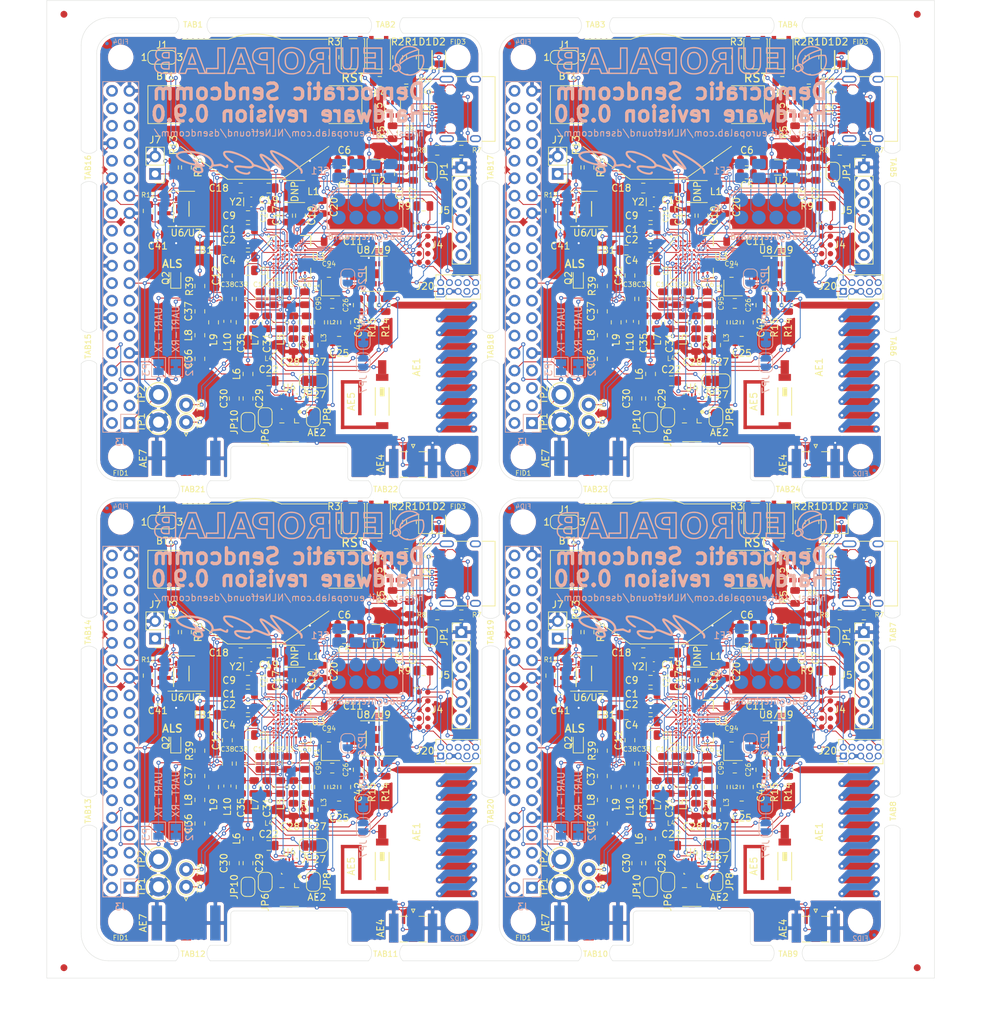
<source format=kicad_pcb>
(kicad_pcb (version 20171130) (host pcbnew 5.1.5+dfsg1-2build2)

  (general
    (thickness 1.6)
    (drawings 286)
    (tracks 4252)
    (zones 0)
    (modules 530)
    (nets 136)
  )

  (page A3)
  (title_block
    (title "Democratic Sendcomm")
    (date 2020-11-20)
    (rev 0.9.0)
    (company "Europalab Devices")
    (comment 1 "Copyright © 2020, Europalab Devices")
    (comment 2 "Fulfilling requirements of 20200210")
    (comment 3 "Pending quality assurance testing")
    (comment 4 "Release revision for manufacturing")
  )

  (layers
    (0 F.Cu signal)
    (1 In1.Cu signal)
    (2 In2.Cu signal)
    (31 B.Cu signal)
    (34 B.Paste user)
    (35 F.Paste user)
    (36 B.SilkS user)
    (37 F.SilkS user)
    (38 B.Mask user)
    (39 F.Mask user)
    (40 Dwgs.User user)
    (41 Cmts.User user)
    (44 Edge.Cuts user)
    (45 Margin user)
    (46 B.CrtYd user)
    (47 F.CrtYd user)
    (48 B.Fab user)
    (49 F.Fab user)
  )

  (setup
    (last_trace_width 0.09)
    (user_trace_width 0.1016)
    (user_trace_width 0.127)
    (user_trace_width 0.2)
    (user_trace_width 0.1016)
    (user_trace_width 0.127)
    (user_trace_width 0.2)
    (user_trace_width 0.1016)
    (user_trace_width 0.127)
    (user_trace_width 0.2)
    (user_trace_width 0.1016)
    (user_trace_width 0.127)
    (user_trace_width 0.2)
    (user_trace_width 0.1016)
    (user_trace_width 0.127)
    (user_trace_width 0.2)
    (user_trace_width 0.1016)
    (user_trace_width 0.127)
    (user_trace_width 0.2)
    (user_trace_width 0.1016)
    (user_trace_width 0.127)
    (user_trace_width 0.2)
    (user_trace_width 0.1016)
    (user_trace_width 0.127)
    (user_trace_width 0.2)
    (user_trace_width 0.1016)
    (user_trace_width 0.127)
    (user_trace_width 0.2)
    (trace_clearance 0.09)
    (zone_clearance 0.508)
    (zone_45_only no)
    (trace_min 0.09)
    (via_size 0.356)
    (via_drill 0.2)
    (via_min_size 0.356)
    (via_min_drill 0.2)
    (user_via 0.45 0.2)
    (user_via 0.6 0.3)
    (user_via 0.45 0.2)
    (user_via 0.6 0.3)
    (user_via 0.45 0.2)
    (user_via 0.6 0.3)
    (user_via 0.45 0.2)
    (user_via 0.6 0.3)
    (user_via 0.45 0.2)
    (user_via 0.6 0.3)
    (user_via 0.45 0.2)
    (user_via 0.6 0.3)
    (user_via 0.45 0.2)
    (user_via 0.6 0.3)
    (user_via 0.45 0.2)
    (user_via 0.6 0.3)
    (user_via 0.45 0.2)
    (user_via 0.6 0.3)
    (uvia_size 0.45)
    (uvia_drill 0.1)
    (uvias_allowed no)
    (uvia_min_size 0.45)
    (uvia_min_drill 0.1)
    (edge_width 0.1)
    (segment_width 0.1)
    (pcb_text_width 0.25)
    (pcb_text_size 1 1)
    (mod_edge_width 0.15)
    (mod_text_size 1 1)
    (mod_text_width 0.15)
    (pad_size 2 1.5)
    (pad_drill 0)
    (pad_to_mask_clearance 0)
    (aux_axis_origin 0 0)
    (visible_elements 7FFFF7FF)
    (pcbplotparams
      (layerselection 0x313fc_ffffffff)
      (usegerberextensions true)
      (usegerberattributes false)
      (usegerberadvancedattributes false)
      (creategerberjobfile false)
      (excludeedgelayer true)
      (linewidth 0.150000)
      (plotframeref false)
      (viasonmask false)
      (mode 1)
      (useauxorigin false)
      (hpglpennumber 1)
      (hpglpenspeed 20)
      (hpglpendiameter 15.000000)
      (psnegative false)
      (psa4output false)
      (plotreference true)
      (plotvalue true)
      (plotinvisibletext false)
      (padsonsilk false)
      (subtractmaskfromsilk false)
      (outputformat 1)
      (mirror false)
      (drillshape 0)
      (scaleselection 1)
      (outputdirectory "fabpanel"))
  )

  (net 0 "")
  (net 1 GND)
  (net 2 "Net-(AE1-Pad1)")
  (net 3 /Sheet5F53D5B4/RFSWPWR)
  (net 4 "Net-(C8-Pad1)")
  (net 5 /Sheet5F53D5B4/POWAMP)
  (net 6 "Net-(C13-Pad1)")
  (net 7 /Sheet5F53D5B4/HFOUT)
  (net 8 +3V3)
  (net 9 "Net-(C29-Pad1)")
  (net 10 /Sheet5F53D5B4/UART_RX)
  (net 11 /Sheet5F53D5B4/UART_TX)
  (net 12 /Sheet5F53D5B4/HPOUT)
  (net 13 /Sheet5F53D5B4/HFIN)
  (net 14 /Sheet5F53D5B4/BANDSEL)
  (net 15 "Net-(BT1-Pad1)")
  (net 16 /Sheet5F53D5B4/USB_BUS)
  (net 17 "Net-(C33-Pad1)")
  (net 18 "Net-(C34-Pad1)")
  (net 19 /Sheet5F53D5B4/CMDRST)
  (net 20 "Net-(D1-Pad2)")
  (net 21 "Net-(D1-Pad1)")
  (net 22 "Net-(D2-Pad1)")
  (net 23 "Net-(D2-Pad2)")
  (net 24 /Sheet5F53D5B4/USB_P)
  (net 25 /Sheet5F53D5B4/USB_N)
  (net 26 /Sheet60040980/ID_SD)
  (net 27 /Sheet60040980/ID_SC)
  (net 28 /Sheet5F53D5B4/SWDCLK)
  (net 29 "Net-(J3-Pad7)")
  (net 30 "Net-(J3-Pad8)")
  (net 31 "Net-(J4-Pad6)")
  (net 32 /Sheet5F53D5B4/CN_VBAT)
  (net 33 /Sheet5F53D5B4/XCEIV)
  (net 34 /Sheet5F53D5B4/CRYSTAL_XIN-RESERVED)
  (net 35 /Sheet5F53D5B4/CRYSTAL_XOUT-RESERVED)
  (net 36 "Net-(AE5-Pad2)")
  (net 37 "Net-(C1-Pad1)")
  (net 38 "Net-(C7-Pad1)")
  (net 39 "Net-(C14-Pad1)")
  (net 40 "Net-(C17-Pad1)")
  (net 41 "Net-(C18-Pad2)")
  (net 42 "Net-(C19-Pad2)")
  (net 43 "Net-(C23-Pad2)")
  (net 44 "Net-(C23-Pad1)")
  (net 45 "Net-(C24-Pad1)")
  (net 46 "Net-(C24-Pad2)")
  (net 47 "Net-(C29-Pad2)")
  (net 48 "Net-(C33-Pad2)")
  (net 49 "Net-(C35-Pad2)")
  (net 50 "Net-(C40-Pad1)")
  (net 51 "Net-(J2-PadB5)")
  (net 52 "Net-(J2-PadA8)")
  (net 53 "Net-(J2-PadA5)")
  (net 54 "Net-(J2-PadB8)")
  (net 55 "Net-(J2-PadA4)")
  (net 56 "Net-(J3-Pad2)")
  (net 57 "Net-(J3-Pad3)")
  (net 58 "Net-(J3-Pad4)")
  (net 59 "Net-(J3-Pad5)")
  (net 60 "Net-(J3-Pad10)")
  (net 61 "Net-(J3-Pad11)")
  (net 62 "Net-(J3-Pad12)")
  (net 63 "Net-(J3-Pad13)")
  (net 64 "Net-(J3-Pad15)")
  (net 65 "Net-(J3-Pad16)")
  (net 66 "Net-(J3-Pad18)")
  (net 67 "Net-(J3-Pad19)")
  (net 68 "Net-(J3-Pad21)")
  (net 69 "Net-(J3-Pad22)")
  (net 70 "Net-(J3-Pad23)")
  (net 71 "Net-(J3-Pad24)")
  (net 72 "Net-(J3-Pad26)")
  (net 73 "Net-(J3-Pad29)")
  (net 74 "Net-(J3-Pad31)")
  (net 75 "Net-(J3-Pad32)")
  (net 76 "Net-(J3-Pad33)")
  (net 77 "Net-(J3-Pad35)")
  (net 78 "Net-(J3-Pad36)")
  (net 79 "Net-(J3-Pad37)")
  (net 80 "Net-(J3-Pad38)")
  (net 81 "Net-(J3-Pad40)")
  (net 82 "Net-(J4-Pad7)")
  (net 83 "Net-(J4-Pad8)")
  (net 84 "Net-(J5-Pad2)")
  (net 85 "Net-(J5-Pad3)")
  (net 86 "Net-(J5-Pad6)")
  (net 87 "Net-(J6-Pad1)")
  (net 88 "Net-(L1-Pad2)")
  (net 89 "Net-(R3-Pad1)")
  (net 90 "Net-(R4-Pad1)")
  (net 91 "Net-(R4-Pad2)")
  (net 92 "Net-(U2-Pad5)")
  (net 93 "Net-(U3-PadG1)")
  (net 94 "Net-(U3-PadH1)")
  (net 95 "Net-(U3-PadE3)")
  (net 96 "Net-(U3-PadE4)")
  (net 97 "Net-(U3-PadF4)")
  (net 98 "Net-(U3-PadE5)")
  (net 99 "Net-(U3-PadC7)")
  (net 100 "Net-(U3-PadD7)")
  (net 101 "Net-(U3-PadD8)")
  (net 102 "Net-(U5-Pad3)")
  (net 103 "Net-(U5-Pad4)")
  (net 104 "Net-(U8-Pad7)")
  (net 105 "Net-(U8-Pad3)")
  (net 106 "Net-(U8-Pad2)")
  (net 107 "Net-(U8-Pad1)")
  (net 108 "Net-(U9-Pad1)")
  (net 109 "Net-(U9-Pad2)")
  (net 110 "Net-(U9-Pad3)")
  (net 111 "Net-(U9-Pad7)")
  (net 112 /Sheet5F53D5B4/SWDIO)
  (net 113 "Net-(AE2-Pad1)")
  (net 114 "Net-(AE4-Pad1)")
  (net 115 "Net-(AE5-Pad1)")
  (net 116 "Net-(AE7-Pad1)")
  (net 117 "Net-(JP10-Pad1)")
  (net 118 "Net-(J6-Pad2)")
  (net 119 "Net-(J6-Pad3)")
  (net 120 "Net-(J6-Pad4)")
  (net 121 "Net-(J6-Pad5)")
  (net 122 "Net-(J6-Pad6)")
  (net 123 "Net-(J6-Pad7)")
  (net 124 "Net-(J6-Pad8)")
  (net 125 "Net-(J7-Pad1)")
  (net 126 "Net-(C94-Pad1)")
  (net 127 "Net-(C95-Pad1)")
  (net 128 "Net-(JP26-Pad1)")
  (net 129 /TP_SCL)
  (net 130 /TP_SDA)
  (net 131 "Net-(J20-Pad6)")
  (net 132 "Net-(J20-Pad7)")
  (net 133 "Net-(J20-Pad8)")
  (net 134 "Net-(Q2-Pad2)")
  (net 135 "Net-(JP27-Pad3)")

  (net_class Default "This is the default net class."
    (clearance 0.09)
    (trace_width 0.09)
    (via_dia 0.356)
    (via_drill 0.2)
    (uvia_dia 0.45)
    (uvia_drill 0.1)
    (add_net +3V3)
    (add_net /Sheet5F53D5B4/BANDSEL)
    (add_net /Sheet5F53D5B4/CMDRST)
    (add_net /Sheet5F53D5B4/CN_VBAT)
    (add_net /Sheet5F53D5B4/CRYSTAL_XIN-RESERVED)
    (add_net /Sheet5F53D5B4/CRYSTAL_XOUT-RESERVED)
    (add_net /Sheet5F53D5B4/HFIN)
    (add_net /Sheet5F53D5B4/HFOUT)
    (add_net /Sheet5F53D5B4/HPOUT)
    (add_net /Sheet5F53D5B4/POWAMP)
    (add_net /Sheet5F53D5B4/RFSWPWR)
    (add_net /Sheet5F53D5B4/SWDCLK)
    (add_net /Sheet5F53D5B4/SWDIO)
    (add_net /Sheet5F53D5B4/UART_RX)
    (add_net /Sheet5F53D5B4/UART_TX)
    (add_net /Sheet5F53D5B4/USB_BUS)
    (add_net /Sheet5F53D5B4/USB_N)
    (add_net /Sheet5F53D5B4/USB_P)
    (add_net /Sheet5F53D5B4/XCEIV)
    (add_net /Sheet60040980/ID_SC)
    (add_net /Sheet60040980/ID_SD)
    (add_net /TP_SCL)
    (add_net /TP_SDA)
    (add_net GND)
    (add_net "Net-(AE1-Pad1)")
    (add_net "Net-(AE2-Pad1)")
    (add_net "Net-(AE4-Pad1)")
    (add_net "Net-(AE5-Pad1)")
    (add_net "Net-(AE5-Pad2)")
    (add_net "Net-(AE7-Pad1)")
    (add_net "Net-(BT1-Pad1)")
    (add_net "Net-(C1-Pad1)")
    (add_net "Net-(C13-Pad1)")
    (add_net "Net-(C14-Pad1)")
    (add_net "Net-(C17-Pad1)")
    (add_net "Net-(C18-Pad2)")
    (add_net "Net-(C19-Pad2)")
    (add_net "Net-(C23-Pad1)")
    (add_net "Net-(C23-Pad2)")
    (add_net "Net-(C24-Pad1)")
    (add_net "Net-(C24-Pad2)")
    (add_net "Net-(C29-Pad1)")
    (add_net "Net-(C29-Pad2)")
    (add_net "Net-(C33-Pad1)")
    (add_net "Net-(C33-Pad2)")
    (add_net "Net-(C34-Pad1)")
    (add_net "Net-(C35-Pad2)")
    (add_net "Net-(C40-Pad1)")
    (add_net "Net-(C7-Pad1)")
    (add_net "Net-(C8-Pad1)")
    (add_net "Net-(C94-Pad1)")
    (add_net "Net-(C95-Pad1)")
    (add_net "Net-(D1-Pad1)")
    (add_net "Net-(D1-Pad2)")
    (add_net "Net-(D2-Pad1)")
    (add_net "Net-(D2-Pad2)")
    (add_net "Net-(J2-PadA4)")
    (add_net "Net-(J2-PadA5)")
    (add_net "Net-(J2-PadA8)")
    (add_net "Net-(J2-PadB5)")
    (add_net "Net-(J2-PadB8)")
    (add_net "Net-(J20-Pad6)")
    (add_net "Net-(J20-Pad7)")
    (add_net "Net-(J20-Pad8)")
    (add_net "Net-(J3-Pad10)")
    (add_net "Net-(J3-Pad11)")
    (add_net "Net-(J3-Pad12)")
    (add_net "Net-(J3-Pad13)")
    (add_net "Net-(J3-Pad15)")
    (add_net "Net-(J3-Pad16)")
    (add_net "Net-(J3-Pad18)")
    (add_net "Net-(J3-Pad19)")
    (add_net "Net-(J3-Pad2)")
    (add_net "Net-(J3-Pad21)")
    (add_net "Net-(J3-Pad22)")
    (add_net "Net-(J3-Pad23)")
    (add_net "Net-(J3-Pad24)")
    (add_net "Net-(J3-Pad26)")
    (add_net "Net-(J3-Pad29)")
    (add_net "Net-(J3-Pad3)")
    (add_net "Net-(J3-Pad31)")
    (add_net "Net-(J3-Pad32)")
    (add_net "Net-(J3-Pad33)")
    (add_net "Net-(J3-Pad35)")
    (add_net "Net-(J3-Pad36)")
    (add_net "Net-(J3-Pad37)")
    (add_net "Net-(J3-Pad38)")
    (add_net "Net-(J3-Pad4)")
    (add_net "Net-(J3-Pad40)")
    (add_net "Net-(J3-Pad5)")
    (add_net "Net-(J3-Pad7)")
    (add_net "Net-(J3-Pad8)")
    (add_net "Net-(J4-Pad6)")
    (add_net "Net-(J4-Pad7)")
    (add_net "Net-(J4-Pad8)")
    (add_net "Net-(J5-Pad2)")
    (add_net "Net-(J5-Pad3)")
    (add_net "Net-(J5-Pad6)")
    (add_net "Net-(J6-Pad1)")
    (add_net "Net-(J6-Pad2)")
    (add_net "Net-(J6-Pad3)")
    (add_net "Net-(J6-Pad4)")
    (add_net "Net-(J6-Pad5)")
    (add_net "Net-(J6-Pad6)")
    (add_net "Net-(J6-Pad7)")
    (add_net "Net-(J6-Pad8)")
    (add_net "Net-(J7-Pad1)")
    (add_net "Net-(JP10-Pad1)")
    (add_net "Net-(JP26-Pad1)")
    (add_net "Net-(JP27-Pad3)")
    (add_net "Net-(L1-Pad2)")
    (add_net "Net-(Q2-Pad2)")
    (add_net "Net-(R3-Pad1)")
    (add_net "Net-(R4-Pad1)")
    (add_net "Net-(R4-Pad2)")
    (add_net "Net-(U2-Pad5)")
    (add_net "Net-(U3-PadC7)")
    (add_net "Net-(U3-PadD7)")
    (add_net "Net-(U3-PadD8)")
    (add_net "Net-(U3-PadE3)")
    (add_net "Net-(U3-PadE4)")
    (add_net "Net-(U3-PadE5)")
    (add_net "Net-(U3-PadF4)")
    (add_net "Net-(U3-PadG1)")
    (add_net "Net-(U3-PadH1)")
    (add_net "Net-(U5-Pad3)")
    (add_net "Net-(U5-Pad4)")
    (add_net "Net-(U8-Pad1)")
    (add_net "Net-(U8-Pad2)")
    (add_net "Net-(U8-Pad3)")
    (add_net "Net-(U8-Pad7)")
    (add_net "Net-(U9-Pad1)")
    (add_net "Net-(U9-Pad2)")
    (add_net "Net-(U9-Pad3)")
    (add_net "Net-(U9-Pad7)")
  )

  (net_class Power ""
    (clearance 0.2)
    (trace_width 0.5)
    (via_dia 1)
    (via_drill 0.7)
    (uvia_dia 0.5)
    (uvia_drill 0.1)
  )

  (module Elabdev:QFN-12-1EP_2x2mm_P0.5mm_EP0.76x0.76mm (layer F.Cu) (tedit 5FBE7E8A) (tstamp 5FBF0608)
    (at 168.75 195.75 180)
    (descr "QFN, 12 Pin, generated with kicad-footprint-generator ipc_dfn_qfn_generator.py")
    (tags "QFN DFN_QFN")
    (path /5F5C0728/5F5D6D5B)
    (attr smd)
    (fp_text reference U4 (at 0 2) (layer F.SilkS)
      (effects (font (size 1 1) (thickness 0.15)))
    )
    (fp_text value SKY13373 (at 0 2.45) (layer F.Fab)
      (effects (font (size 1 1) (thickness 0.15)))
    )
    (fp_circle (center -1.5 -1.5) (end -1.35 -1.5) (layer F.SilkS) (width 0.3))
    (fp_line (start -1.45 1.45) (end -1.45 -1.45) (layer F.CrtYd) (width 0.05))
    (fp_line (start 1.45 1.45) (end -1.45 1.45) (layer F.CrtYd) (width 0.05))
    (fp_line (start 1.45 -1.45) (end 1.45 1.45) (layer F.CrtYd) (width 0.05))
    (fp_line (start -1.45 -1.45) (end 1.45 -1.45) (layer F.CrtYd) (width 0.05))
    (fp_line (start -1.15 1.15) (end -1.15 1) (layer F.SilkS) (width 0.12))
    (fp_line (start -1 1.15) (end -1.15 1.15) (layer F.SilkS) (width 0.12))
    (fp_line (start 1.15 1.15) (end 1.15 1) (layer F.SilkS) (width 0.12))
    (fp_line (start 1 1.15) (end 1.15 1.15) (layer F.SilkS) (width 0.12))
    (fp_line (start 1.15 -1.15) (end 1.15 -1) (layer F.SilkS) (width 0.12))
    (fp_line (start 1 -1.15) (end 1.15 -1.15) (layer F.SilkS) (width 0.12))
    (fp_line (start 1 -1) (end 0 -1) (layer F.Fab) (width 0.15))
    (fp_line (start 1 1) (end 1 -1) (layer F.Fab) (width 0.15))
    (fp_line (start -1 1) (end 1 1) (layer F.Fab) (width 0.15))
    (fp_line (start -1 0) (end -1 1) (layer F.Fab) (width 0.15))
    (fp_line (start 0 -1) (end -1 0) (layer F.Fab) (width 0.15))
    (fp_text user %R (at 0 -4) (layer F.Fab)
      (effects (font (size 1 1) (thickness 0.15)))
    )
    (pad 13 smd rect (at 0 0 180) (size 0.75 0.75) (layers F.Cu F.Paste F.Mask)
      (solder_paste_margin -0.75))
    (pad 12 smd rect (at -0.5 -0.93 180) (size 0.2 0.44) (layers F.Cu F.Paste F.Mask)
      (net 1 GND))
    (pad 11 smd rect (at 0 -0.93 180) (size 0.2 0.44) (layers F.Cu F.Paste F.Mask)
      (net 117 "Net-(JP10-Pad1)"))
    (pad 10 smd rect (at 0.5 -0.93 180) (size 0.2 0.44) (layers F.Cu F.Paste F.Mask)
      (net 1 GND))
    (pad 9 smd rect (at 0.93 -0.5 270) (size 0.2 0.44) (layers F.Cu F.Paste F.Mask)
      (net 47 "Net-(C29-Pad2)"))
    (pad 8 smd rect (at 0.93 0 270) (size 0.2 0.44) (layers F.Cu F.Paste F.Mask)
      (net 1 GND))
    (pad 7 smd rect (at 0.93 0.5 270) (size 0.2 0.44) (layers F.Cu F.Paste F.Mask)
      (net 1 GND))
    (pad 6 smd rect (at 0.5 0.93 180) (size 0.2 0.44) (layers F.Cu F.Paste F.Mask)
      (net 3 /Sheet5F53D5B4/RFSWPWR))
    (pad 5 smd rect (at 0 0.93 180) (size 0.2 0.44) (layers F.Cu F.Paste F.Mask)
      (net 33 /Sheet5F53D5B4/XCEIV))
    (pad 4 smd rect (at -0.5 0.93 180) (size 0.2 0.44) (layers F.Cu F.Paste F.Mask)
      (net 14 /Sheet5F53D5B4/BANDSEL))
    (pad 3 smd rect (at -0.93 0.5 270) (size 0.2 0.44) (layers F.Cu F.Paste F.Mask)
      (net 48 "Net-(C33-Pad2)"))
    (pad 2 smd rect (at -0.93 0 270) (size 0.2 0.44) (layers F.Cu F.Paste F.Mask)
      (net 1 GND))
    (pad 1 smd rect (at -0.93 -0.5 270) (size 0.2 0.44) (layers F.Cu F.Paste F.Mask)
      (net 43 "Net-(C23-Pad2)"))
    (model ${KISYS3DMOD}/Package_DFN_QFN.3dshapes/QFN-12-1EP_3x3mm_P0.5mm_EP1.65x1.65mm.wrl
      (at (xyz 0 0 0))
      (scale (xyz 0.67 0.67 0.67))
      (rotate (xyz 0 0 0))
    )
  )

  (module Elabdev:QFN-12-1EP_2x2mm_P0.5mm_EP0.76x0.76mm (layer F.Cu) (tedit 5FBE7E8A) (tstamp 5FBF05C6)
    (at 110.25 195.75 180)
    (descr "QFN, 12 Pin, generated with kicad-footprint-generator ipc_dfn_qfn_generator.py")
    (tags "QFN DFN_QFN")
    (path /5F5C0728/5F5D6D5B)
    (attr smd)
    (fp_text reference U4 (at 0 2) (layer F.SilkS)
      (effects (font (size 1 1) (thickness 0.15)))
    )
    (fp_text value SKY13373 (at 0 2.45) (layer F.Fab)
      (effects (font (size 1 1) (thickness 0.15)))
    )
    (fp_text user %R (at 0 -4) (layer F.Fab)
      (effects (font (size 1 1) (thickness 0.15)))
    )
    (fp_line (start 0 -1) (end -1 0) (layer F.Fab) (width 0.15))
    (fp_line (start -1 0) (end -1 1) (layer F.Fab) (width 0.15))
    (fp_line (start -1 1) (end 1 1) (layer F.Fab) (width 0.15))
    (fp_line (start 1 1) (end 1 -1) (layer F.Fab) (width 0.15))
    (fp_line (start 1 -1) (end 0 -1) (layer F.Fab) (width 0.15))
    (fp_line (start 1 -1.15) (end 1.15 -1.15) (layer F.SilkS) (width 0.12))
    (fp_line (start 1.15 -1.15) (end 1.15 -1) (layer F.SilkS) (width 0.12))
    (fp_line (start 1 1.15) (end 1.15 1.15) (layer F.SilkS) (width 0.12))
    (fp_line (start 1.15 1.15) (end 1.15 1) (layer F.SilkS) (width 0.12))
    (fp_line (start -1 1.15) (end -1.15 1.15) (layer F.SilkS) (width 0.12))
    (fp_line (start -1.15 1.15) (end -1.15 1) (layer F.SilkS) (width 0.12))
    (fp_line (start -1.45 -1.45) (end 1.45 -1.45) (layer F.CrtYd) (width 0.05))
    (fp_line (start 1.45 -1.45) (end 1.45 1.45) (layer F.CrtYd) (width 0.05))
    (fp_line (start 1.45 1.45) (end -1.45 1.45) (layer F.CrtYd) (width 0.05))
    (fp_line (start -1.45 1.45) (end -1.45 -1.45) (layer F.CrtYd) (width 0.05))
    (fp_circle (center -1.5 -1.5) (end -1.35 -1.5) (layer F.SilkS) (width 0.3))
    (pad 1 smd rect (at -0.93 -0.5 270) (size 0.2 0.44) (layers F.Cu F.Paste F.Mask)
      (net 43 "Net-(C23-Pad2)"))
    (pad 2 smd rect (at -0.93 0 270) (size 0.2 0.44) (layers F.Cu F.Paste F.Mask)
      (net 1 GND))
    (pad 3 smd rect (at -0.93 0.5 270) (size 0.2 0.44) (layers F.Cu F.Paste F.Mask)
      (net 48 "Net-(C33-Pad2)"))
    (pad 4 smd rect (at -0.5 0.93 180) (size 0.2 0.44) (layers F.Cu F.Paste F.Mask)
      (net 14 /Sheet5F53D5B4/BANDSEL))
    (pad 5 smd rect (at 0 0.93 180) (size 0.2 0.44) (layers F.Cu F.Paste F.Mask)
      (net 33 /Sheet5F53D5B4/XCEIV))
    (pad 6 smd rect (at 0.5 0.93 180) (size 0.2 0.44) (layers F.Cu F.Paste F.Mask)
      (net 3 /Sheet5F53D5B4/RFSWPWR))
    (pad 7 smd rect (at 0.93 0.5 270) (size 0.2 0.44) (layers F.Cu F.Paste F.Mask)
      (net 1 GND))
    (pad 8 smd rect (at 0.93 0 270) (size 0.2 0.44) (layers F.Cu F.Paste F.Mask)
      (net 1 GND))
    (pad 9 smd rect (at 0.93 -0.5 270) (size 0.2 0.44) (layers F.Cu F.Paste F.Mask)
      (net 47 "Net-(C29-Pad2)"))
    (pad 10 smd rect (at 0.5 -0.93 180) (size 0.2 0.44) (layers F.Cu F.Paste F.Mask)
      (net 1 GND))
    (pad 11 smd rect (at 0 -0.93 180) (size 0.2 0.44) (layers F.Cu F.Paste F.Mask)
      (net 117 "Net-(JP10-Pad1)"))
    (pad 12 smd rect (at -0.5 -0.93 180) (size 0.2 0.44) (layers F.Cu F.Paste F.Mask)
      (net 1 GND))
    (pad 13 smd rect (at 0 0 180) (size 0.75 0.75) (layers F.Cu F.Paste F.Mask)
      (solder_paste_margin -0.75))
    (model ${KISYS3DMOD}/Package_DFN_QFN.3dshapes/QFN-12-1EP_3x3mm_P0.5mm_EP1.65x1.65mm.wrl
      (at (xyz 0 0 0))
      (scale (xyz 0.67 0.67 0.67))
      (rotate (xyz 0 0 0))
    )
  )

  (module Elabdev:QFN-12-1EP_2x2mm_P0.5mm_EP0.76x0.76mm (layer F.Cu) (tedit 5FBE7E8A) (tstamp 5FBF0584)
    (at 168.75 128.25 180)
    (descr "QFN, 12 Pin, generated with kicad-footprint-generator ipc_dfn_qfn_generator.py")
    (tags "QFN DFN_QFN")
    (path /5F5C0728/5F5D6D5B)
    (attr smd)
    (fp_text reference U4 (at 0 2) (layer F.SilkS)
      (effects (font (size 1 1) (thickness 0.15)))
    )
    (fp_text value SKY13373 (at 0 2.45) (layer F.Fab)
      (effects (font (size 1 1) (thickness 0.15)))
    )
    (fp_circle (center -1.5 -1.5) (end -1.35 -1.5) (layer F.SilkS) (width 0.3))
    (fp_line (start -1.45 1.45) (end -1.45 -1.45) (layer F.CrtYd) (width 0.05))
    (fp_line (start 1.45 1.45) (end -1.45 1.45) (layer F.CrtYd) (width 0.05))
    (fp_line (start 1.45 -1.45) (end 1.45 1.45) (layer F.CrtYd) (width 0.05))
    (fp_line (start -1.45 -1.45) (end 1.45 -1.45) (layer F.CrtYd) (width 0.05))
    (fp_line (start -1.15 1.15) (end -1.15 1) (layer F.SilkS) (width 0.12))
    (fp_line (start -1 1.15) (end -1.15 1.15) (layer F.SilkS) (width 0.12))
    (fp_line (start 1.15 1.15) (end 1.15 1) (layer F.SilkS) (width 0.12))
    (fp_line (start 1 1.15) (end 1.15 1.15) (layer F.SilkS) (width 0.12))
    (fp_line (start 1.15 -1.15) (end 1.15 -1) (layer F.SilkS) (width 0.12))
    (fp_line (start 1 -1.15) (end 1.15 -1.15) (layer F.SilkS) (width 0.12))
    (fp_line (start 1 -1) (end 0 -1) (layer F.Fab) (width 0.15))
    (fp_line (start 1 1) (end 1 -1) (layer F.Fab) (width 0.15))
    (fp_line (start -1 1) (end 1 1) (layer F.Fab) (width 0.15))
    (fp_line (start -1 0) (end -1 1) (layer F.Fab) (width 0.15))
    (fp_line (start 0 -1) (end -1 0) (layer F.Fab) (width 0.15))
    (fp_text user %R (at 0 -4) (layer F.Fab)
      (effects (font (size 1 1) (thickness 0.15)))
    )
    (pad 13 smd rect (at 0 0 180) (size 0.75 0.75) (layers F.Cu F.Paste F.Mask)
      (solder_paste_margin -0.75))
    (pad 12 smd rect (at -0.5 -0.93 180) (size 0.2 0.44) (layers F.Cu F.Paste F.Mask)
      (net 1 GND))
    (pad 11 smd rect (at 0 -0.93 180) (size 0.2 0.44) (layers F.Cu F.Paste F.Mask)
      (net 117 "Net-(JP10-Pad1)"))
    (pad 10 smd rect (at 0.5 -0.93 180) (size 0.2 0.44) (layers F.Cu F.Paste F.Mask)
      (net 1 GND))
    (pad 9 smd rect (at 0.93 -0.5 270) (size 0.2 0.44) (layers F.Cu F.Paste F.Mask)
      (net 47 "Net-(C29-Pad2)"))
    (pad 8 smd rect (at 0.93 0 270) (size 0.2 0.44) (layers F.Cu F.Paste F.Mask)
      (net 1 GND))
    (pad 7 smd rect (at 0.93 0.5 270) (size 0.2 0.44) (layers F.Cu F.Paste F.Mask)
      (net 1 GND))
    (pad 6 smd rect (at 0.5 0.93 180) (size 0.2 0.44) (layers F.Cu F.Paste F.Mask)
      (net 3 /Sheet5F53D5B4/RFSWPWR))
    (pad 5 smd rect (at 0 0.93 180) (size 0.2 0.44) (layers F.Cu F.Paste F.Mask)
      (net 33 /Sheet5F53D5B4/XCEIV))
    (pad 4 smd rect (at -0.5 0.93 180) (size 0.2 0.44) (layers F.Cu F.Paste F.Mask)
      (net 14 /Sheet5F53D5B4/BANDSEL))
    (pad 3 smd rect (at -0.93 0.5 270) (size 0.2 0.44) (layers F.Cu F.Paste F.Mask)
      (net 48 "Net-(C33-Pad2)"))
    (pad 2 smd rect (at -0.93 0 270) (size 0.2 0.44) (layers F.Cu F.Paste F.Mask)
      (net 1 GND))
    (pad 1 smd rect (at -0.93 -0.5 270) (size 0.2 0.44) (layers F.Cu F.Paste F.Mask)
      (net 43 "Net-(C23-Pad2)"))
    (model ${KISYS3DMOD}/Package_DFN_QFN.3dshapes/QFN-12-1EP_3x3mm_P0.5mm_EP1.65x1.65mm.wrl
      (at (xyz 0 0 0))
      (scale (xyz 0.67 0.67 0.67))
      (rotate (xyz 0 0 0))
    )
  )

  (module Elabdev:Meinkuerzel_signature_480DPI (layer B.Cu) (tedit 0) (tstamp 5FBE9516)
    (at 103 161 180)
    (fp_text reference G1 (at 0 0) (layer B.SilkS) hide
      (effects (font (size 1.524 1.524) (thickness 0.3)) (justify mirror))
    )
    (fp_text value Meinkuerzel_signature (at 0.75 0) (layer B.SilkS) hide
      (effects (font (size 1.524 1.524) (thickness 0.3)) (justify mirror))
    )
    (fp_poly (pts (xy 7.849084 1.675651) (xy 8.303148 1.632827) (xy 8.685942 1.550363) (xy 8.876057 1.481326)
      (xy 9.07938 1.34976) (xy 9.204465 1.178624) (xy 9.241225 0.986809) (xy 9.210768 0.854557)
      (xy 9.078684 0.643748) (xy 8.864557 0.429964) (xy 8.589687 0.233059) (xy 8.471807 0.165759)
      (xy 8.232808 0.053863) (xy 7.923436 -0.068816) (xy 7.576824 -0.190996) (xy 7.226108 -0.301392)
      (xy 6.904421 -0.388723) (xy 6.731621 -0.426811) (xy 6.398868 -0.490816) (xy 6.556265 -0.586535)
      (xy 6.736632 -0.743549) (xy 6.819572 -0.938245) (xy 6.82625 -1.022915) (xy 6.780462 -1.15416)
      (xy 6.660466 -1.295963) (xy 6.49231 -1.424979) (xy 6.30204 -1.517866) (xy 6.258842 -1.531402)
      (xy 6.0446 -1.569955) (xy 5.805186 -1.581627) (xy 5.582286 -1.566858) (xy 5.417587 -1.526091)
      (xy 5.409578 -1.522402) (xy 5.285381 -1.409276) (xy 5.232727 -1.237525) (xy 5.243042 -1.133742)
      (xy 5.545646 -1.133742) (xy 5.569322 -1.243922) (xy 5.599007 -1.270742) (xy 5.725804 -1.30367)
      (xy 5.911501 -1.301091) (xy 6.117136 -1.267785) (xy 6.303743 -1.20853) (xy 6.368163 -1.176419)
      (xy 6.483421 -1.090411) (xy 6.547775 -1.006994) (xy 6.550669 -0.996984) (xy 6.519163 -0.903747)
      (xy 6.404517 -0.814537) (xy 6.229026 -0.742568) (xy 6.060328 -0.706358) (xy 5.903418 -0.693399)
      (xy 5.806355 -0.717484) (xy 5.726223 -0.79035) (xy 5.718194 -0.79992) (xy 5.596762 -0.979847)
      (xy 5.545646 -1.133742) (xy 5.243042 -1.133742) (xy 5.253531 -1.028227) (xy 5.344918 -0.810631)
      (xy 5.442538 -0.642303) (xy 5.295353 -0.646487) (xy 5.12125 -0.625399) (xy 5.035885 -0.550663)
      (xy 5.027083 -0.501447) (xy 5.075804 -0.410776) (xy 5.222941 -0.351671) (xy 5.469958 -0.32355)
      (xy 5.476875 -0.323261) (xy 5.599677 -0.314345) (xy 5.697993 -0.289875) (xy 5.794712 -0.235966)
      (xy 5.912725 -0.138734) (xy 6.074923 0.015705) (xy 6.138333 0.077935) (xy 6.357426 0.284825)
      (xy 6.520758 0.415811) (xy 6.63982 0.476704) (xy 6.726105 0.473318) (xy 6.791106 0.411464)
      (xy 6.792772 0.408883) (xy 6.813029 0.349999) (xy 6.787897 0.281807) (xy 6.704882 0.184844)
      (xy 6.561666 0.048946) (xy 6.270625 -0.217166) (xy 6.532899 -0.183078) (xy 6.900304 -0.115245)
      (xy 7.289474 -0.008645) (xy 7.678243 0.127507) (xy 8.044445 0.283994) (xy 8.365914 0.451601)
      (xy 8.620483 0.621112) (xy 8.749193 0.738377) (xy 8.856936 0.865956) (xy 8.92727 0.965202)
      (xy 8.942916 1.001728) (xy 8.895983 1.084773) (xy 8.773369 1.176095) (xy 8.602358 1.259484)
      (xy 8.410231 1.318727) (xy 8.408998 1.318992) (xy 8.149682 1.354937) (xy 7.8128 1.371973)
      (xy 7.424917 1.370093) (xy 7.012599 1.349291) (xy 6.686734 1.319437) (xy 6.066773 1.222977)
      (xy 5.517194 1.081213) (xy 5.043989 0.897075) (xy 4.653152 0.673494) (xy 4.350673 0.413401)
      (xy 4.142546 0.119727) (xy 4.114637 0.061443) (xy 4.047094 -0.15251) (xy 4.06025 -0.336634)
      (xy 4.160207 -0.518581) (xy 4.270456 -0.644496) (xy 4.390411 -0.79173) (xy 4.431252 -0.900383)
      (xy 4.427296 -0.922309) (xy 4.357272 -0.99719) (xy 4.242023 -0.977517) (xy 4.082983 -0.863726)
      (xy 4.010682 -0.795217) (xy 3.879838 -0.680755) (xy 3.765594 -0.608691) (xy 3.712637 -0.594925)
      (xy 3.6215 -0.594723) (xy 3.455888 -0.585507) (xy 3.246599 -0.569127) (xy 3.175 -0.562633)
      (xy 2.951086 -0.544014) (xy 2.793821 -0.54282) (xy 2.664643 -0.565021) (xy 2.524987 -0.61659)
      (xy 2.371034 -0.687127) (xy 2.100169 -0.795663) (xy 1.89262 -0.837972) (xy 1.841867 -0.837015)
      (xy 1.72083 -0.812158) (xy 1.663036 -0.745697) (xy 1.637803 -0.635) (xy 1.623821 -0.491701)
      (xy 1.628566 -0.389706) (xy 1.630235 -0.383646) (xy 1.692219 -0.322789) (xy 1.789679 -0.330876)
      (xy 1.885465 -0.399867) (xy 1.916539 -0.445597) (xy 1.984375 -0.573694) (xy 2.371569 -0.384068)
      (xy 2.758764 -0.194442) (xy 3.165319 -0.256321) (xy 3.413597 -0.293214) (xy 3.576071 -0.310583)
      (xy 3.67165 -0.304292) (xy 3.719238 -0.270208) (xy 3.737742 -0.204195) (xy 3.744012 -0.129767)
      (xy 3.817818 0.177969) (xy 3.989413 0.470621) (xy 4.251219 0.74303) (xy 4.595656 0.99004)
      (xy 5.015149 1.206492) (xy 5.502117 1.387229) (xy 6.048984 1.527094) (xy 6.228561 1.561184)
      (xy 6.794861 1.64034) (xy 7.340678 1.678326) (xy 7.849084 1.675651)) (layer B.SilkS) (width 0.01))
    (fp_poly (pts (xy -4.580024 1.756567) (xy -4.544854 1.74305) (xy -4.466016 1.67622) (xy -4.437143 1.580417)
      (xy -4.461964 1.447967) (xy -4.544204 1.271201) (xy -4.68759 1.042447) (xy -4.895848 0.754033)
      (xy -5.172705 0.39829) (xy -5.237349 0.3175) (xy -5.411926 0.098408) (xy -5.577817 -0.112809)
      (xy -5.714811 -0.290245) (xy -5.794689 -0.396875) (xy -5.948296 -0.608542) (xy -5.791961 -0.468507)
      (xy -5.700695 -0.392772) (xy -5.541009 -0.266466) (xy -5.329307 -0.10231) (xy -5.081994 0.086977)
      (xy -4.815472 0.288675) (xy -4.815417 0.288716) (xy -4.345432 0.631252) (xy -3.946225 0.897872)
      (xy -3.615767 1.089474) (xy -3.352032 1.206955) (xy -3.152989 1.251211) (xy -3.016612 1.223138)
      (xy -2.940872 1.123633) (xy -2.939055 1.118116) (xy -2.92791 1.023519) (xy -2.955738 0.908417)
      (xy -3.029742 0.759005) (xy -3.157121 0.561475) (xy -3.345079 0.302021) (xy -3.409058 0.217037)
      (xy -3.654587 -0.113597) (xy -3.860834 -0.404313) (xy -4.022275 -0.646491) (xy -4.133388 -0.831509)
      (xy -4.188652 -0.950744) (xy -4.185335 -0.994958) (xy -4.120655 -0.981486) (xy -3.976478 -0.932768)
      (xy -3.770527 -0.855371) (xy -3.520529 -0.755864) (xy -3.349225 -0.685128) (xy -3.06462 -0.570045)
      (xy -2.797019 -0.469163) (xy -2.569108 -0.390505) (xy -2.403576 -0.342097) (xy -2.349431 -0.331513)
      (xy -2.183877 -0.291941) (xy -2.07811 -0.206425) (xy -2.041672 -0.151915) (xy -1.850086 0.096101)
      (xy -1.567603 0.354844) (xy -1.207453 0.616123) (xy -0.78287 0.87175) (xy -0.307084 1.113536)
      (xy 0.206672 1.333293) (xy 0.574448 1.467145) (xy 0.853452 1.556991) (xy 1.074831 1.61415)
      (xy 1.278935 1.645957) (xy 1.506112 1.659747) (xy 1.647661 1.662241) (xy 1.89537 1.661355)
      (xy 2.061526 1.650821) (xy 2.170245 1.626908) (xy 2.245641 1.585888) (xy 2.269431 1.566069)
      (xy 2.364656 1.413892) (xy 2.378536 1.21834) (xy 2.31231 1.002224) (xy 2.231511 0.867835)
      (xy 2.055394 0.653788) (xy 1.846452 0.444397) (xy 1.622129 0.252501) (xy 1.399873 0.090942)
      (xy 1.19713 -0.02744) (xy 1.031346 -0.089804) (xy 0.931657 -0.088852) (xy 0.853749 -0.025156)
      (xy 0.874571 0.06423) (xy 0.991583 0.174246) (xy 1.09802 0.242886) (xy 1.314624 0.387246)
      (xy 1.527802 0.560014) (xy 1.72429 0.746283) (xy 1.890825 0.931146) (xy 2.014146 1.099697)
      (xy 2.080988 1.237027) (xy 2.078088 1.32823) (xy 2.071165 1.336667) (xy 1.954541 1.387475)
      (xy 1.756832 1.400928) (xy 1.494763 1.380087) (xy 1.185063 1.328013) (xy 0.844457 1.247766)
      (xy 0.489674 1.142406) (xy 0.137439 1.014995) (xy -0.00172 0.957368) (xy -0.385109 0.777304)
      (xy -0.74297 0.581237) (xy -1.065571 0.377182) (xy -1.343179 0.173152) (xy -1.566062 -0.022838)
      (xy -1.724487 -0.202776) (xy -1.808722 -0.358647) (xy -1.809035 -0.482438) (xy -1.789329 -0.514562)
      (xy -1.69188 -0.558953) (xy -1.49842 -0.578536) (xy -1.2158 -0.573404) (xy -0.850872 -0.543648)
      (xy -0.464887 -0.496867) (xy -0.056607 -0.452123) (xy 0.260382 -0.442712) (xy 0.494773 -0.469264)
      (xy 0.655256 -0.532408) (xy 0.714552 -0.58228) (xy 0.776217 -0.725165) (xy 0.746162 -0.908878)
      (xy 0.632079 -1.115352) (xy 0.45893 -1.290216) (xy 0.2117 -1.450188) (xy -0.085638 -1.588107)
      (xy -0.409112 -1.696809) (xy -0.734748 -1.769134) (xy -1.038572 -1.797919) (xy -1.296612 -1.776003)
      (xy -1.42875 -1.731015) (xy -1.546706 -1.617759) (xy -1.577815 -1.519827) (xy -1.560687 -1.389395)
      (xy -1.486335 -1.336349) (xy -1.378138 -1.369493) (xy -1.317893 -1.421952) (xy -1.19986 -1.505637)
      (xy -1.092449 -1.534584) (xy -0.859949 -1.513387) (xy -0.579373 -1.457345) (xy -0.297878 -1.377776)
      (xy -0.068589 -1.288836) (xy 0.116249 -1.181832) (xy 0.284174 -1.050661) (xy 0.411262 -0.917533)
      (xy 0.473586 -0.804658) (xy 0.47625 -0.783054) (xy 0.425256 -0.757675) (xy 0.277287 -0.748743)
      (xy 0.039858 -0.755912) (xy -0.279513 -0.778835) (xy -0.673311 -0.817167) (xy -0.956033 -0.849048)
      (xy -1.308534 -0.882196) (xy -1.57585 -0.8857) (xy -1.774982 -0.85746) (xy -1.922933 -0.795374)
      (xy -2.017888 -0.717835) (xy -2.096716 -0.653738) (xy -2.190635 -0.62131) (xy -2.313833 -0.623423)
      (xy -2.480498 -0.662945) (xy -2.704818 -0.742748) (xy -3.00098 -0.865702) (xy -3.216817 -0.960383)
      (xy -3.585839 -1.11854) (xy -3.874386 -1.227749) (xy -4.094462 -1.290524) (xy -4.258069 -1.309381)
      (xy -4.377212 -1.286836) (xy -4.463891 -1.225404) (xy -4.466704 -1.222337) (xy -4.518051 -1.14061)
      (xy -4.530831 -1.040781) (xy -4.500098 -0.912213) (xy -4.420902 -0.744269) (xy -4.288295 -0.526313)
      (xy -4.097327 -0.247708) (xy -3.863138 0.07498) (xy -3.679345 0.325213) (xy -3.519393 0.545064)
      (xy -3.393108 0.720859) (xy -3.310313 0.838921) (xy -3.280834 0.885525) (xy -3.323557 0.888476)
      (xy -3.399896 0.869711) (xy -3.542096 0.805036) (xy -3.750284 0.678102) (xy -4.027571 0.486762)
      (xy -4.377062 0.228867) (xy -4.801868 -0.097732) (xy -4.81991 -0.111817) (xy -5.187034 -0.396401)
      (xy -5.482932 -0.620081) (xy -5.717862 -0.789492) (xy -5.902078 -0.911266) (xy -6.045837 -0.99204)
      (xy -6.159396 -1.038447) (xy -6.25301 -1.057121) (xy -6.283148 -1.058333) (xy -6.40378 -1.045849)
      (xy -6.450441 -0.994435) (xy -6.455563 -0.939271) (xy -6.445942 -0.865735) (xy -6.412644 -0.776476)
      (xy -6.348546 -0.66103) (xy -6.24652 -0.508935) (xy -6.099443 -0.309727) (xy -5.90019 -0.052942)
      (xy -5.641635 0.271882) (xy -5.570553 0.360397) (xy -5.363566 0.620769) (xy -5.174974 0.863504)
      (xy -5.016826 1.072659) (xy -4.901172 1.23229) (xy -4.84006 1.326453) (xy -4.839117 1.328251)
      (xy -4.786636 1.436383) (xy -4.790145 1.473528) (xy -4.856494 1.462433) (xy -4.877731 1.456477)
      (xy -4.973599 1.420322) (xy -5.140081 1.348706) (xy -5.352621 1.252468) (xy -5.55625 1.156974)
      (xy -6.094525 0.881508) (xy -6.644499 0.565345) (xy -7.182748 0.223911) (xy -7.685848 -0.12737)
      (xy -8.130378 -0.473072) (xy -8.424687 -0.732038) (xy -8.650145 -0.95487) (xy -8.800069 -1.131002)
      (xy -8.884377 -1.276175) (xy -8.912984 -1.406131) (xy -8.905425 -1.495188) (xy -8.906488 -1.61853)
      (xy -8.964006 -1.672137) (xy -9.075823 -1.672519) (xy -9.156792 -1.593028) (xy -9.200558 -1.456755)
      (xy -9.200763 -1.286789) (xy -9.151052 -1.106218) (xy -9.131299 -1.06447) (xy -9.024915 -0.913844)
      (xy -8.843627 -0.718433) (xy -8.601654 -0.490528) (xy -8.313213 -0.242422) (xy -7.992524 0.013592)
      (xy -7.653804 0.265222) (xy -7.3545 0.471681) (xy -6.896098 0.764541) (xy -6.449337 1.028776)
      (xy -6.024338 1.259805) (xy -5.631223 1.453048) (xy -5.280112 1.603926) (xy -4.981128 1.707858)
      (xy -4.744392 1.760265) (xy -4.580024 1.756567)) (layer B.SilkS) (width 0.01))
  )

  (module Elabdev:Meinkuerzel_signature_480DPI (layer B.Cu) (tedit 0) (tstamp 5FBE9454)
    (at 161.5 161 180)
    (fp_text reference G1 (at 0 0) (layer B.SilkS) hide
      (effects (font (size 1.524 1.524) (thickness 0.3)) (justify mirror))
    )
    (fp_text value Meinkuerzel_signature (at 0.75 0) (layer B.SilkS) hide
      (effects (font (size 1.524 1.524) (thickness 0.3)) (justify mirror))
    )
    (fp_poly (pts (xy -4.580024 1.756567) (xy -4.544854 1.74305) (xy -4.466016 1.67622) (xy -4.437143 1.580417)
      (xy -4.461964 1.447967) (xy -4.544204 1.271201) (xy -4.68759 1.042447) (xy -4.895848 0.754033)
      (xy -5.172705 0.39829) (xy -5.237349 0.3175) (xy -5.411926 0.098408) (xy -5.577817 -0.112809)
      (xy -5.714811 -0.290245) (xy -5.794689 -0.396875) (xy -5.948296 -0.608542) (xy -5.791961 -0.468507)
      (xy -5.700695 -0.392772) (xy -5.541009 -0.266466) (xy -5.329307 -0.10231) (xy -5.081994 0.086977)
      (xy -4.815472 0.288675) (xy -4.815417 0.288716) (xy -4.345432 0.631252) (xy -3.946225 0.897872)
      (xy -3.615767 1.089474) (xy -3.352032 1.206955) (xy -3.152989 1.251211) (xy -3.016612 1.223138)
      (xy -2.940872 1.123633) (xy -2.939055 1.118116) (xy -2.92791 1.023519) (xy -2.955738 0.908417)
      (xy -3.029742 0.759005) (xy -3.157121 0.561475) (xy -3.345079 0.302021) (xy -3.409058 0.217037)
      (xy -3.654587 -0.113597) (xy -3.860834 -0.404313) (xy -4.022275 -0.646491) (xy -4.133388 -0.831509)
      (xy -4.188652 -0.950744) (xy -4.185335 -0.994958) (xy -4.120655 -0.981486) (xy -3.976478 -0.932768)
      (xy -3.770527 -0.855371) (xy -3.520529 -0.755864) (xy -3.349225 -0.685128) (xy -3.06462 -0.570045)
      (xy -2.797019 -0.469163) (xy -2.569108 -0.390505) (xy -2.403576 -0.342097) (xy -2.349431 -0.331513)
      (xy -2.183877 -0.291941) (xy -2.07811 -0.206425) (xy -2.041672 -0.151915) (xy -1.850086 0.096101)
      (xy -1.567603 0.354844) (xy -1.207453 0.616123) (xy -0.78287 0.87175) (xy -0.307084 1.113536)
      (xy 0.206672 1.333293) (xy 0.574448 1.467145) (xy 0.853452 1.556991) (xy 1.074831 1.61415)
      (xy 1.278935 1.645957) (xy 1.506112 1.659747) (xy 1.647661 1.662241) (xy 1.89537 1.661355)
      (xy 2.061526 1.650821) (xy 2.170245 1.626908) (xy 2.245641 1.585888) (xy 2.269431 1.566069)
      (xy 2.364656 1.413892) (xy 2.378536 1.21834) (xy 2.31231 1.002224) (xy 2.231511 0.867835)
      (xy 2.055394 0.653788) (xy 1.846452 0.444397) (xy 1.622129 0.252501) (xy 1.399873 0.090942)
      (xy 1.19713 -0.02744) (xy 1.031346 -0.089804) (xy 0.931657 -0.088852) (xy 0.853749 -0.025156)
      (xy 0.874571 0.06423) (xy 0.991583 0.174246) (xy 1.09802 0.242886) (xy 1.314624 0.387246)
      (xy 1.527802 0.560014) (xy 1.72429 0.746283) (xy 1.890825 0.931146) (xy 2.014146 1.099697)
      (xy 2.080988 1.237027) (xy 2.078088 1.32823) (xy 2.071165 1.336667) (xy 1.954541 1.387475)
      (xy 1.756832 1.400928) (xy 1.494763 1.380087) (xy 1.185063 1.328013) (xy 0.844457 1.247766)
      (xy 0.489674 1.142406) (xy 0.137439 1.014995) (xy -0.00172 0.957368) (xy -0.385109 0.777304)
      (xy -0.74297 0.581237) (xy -1.065571 0.377182) (xy -1.343179 0.173152) (xy -1.566062 -0.022838)
      (xy -1.724487 -0.202776) (xy -1.808722 -0.358647) (xy -1.809035 -0.482438) (xy -1.789329 -0.514562)
      (xy -1.69188 -0.558953) (xy -1.49842 -0.578536) (xy -1.2158 -0.573404) (xy -0.850872 -0.543648)
      (xy -0.464887 -0.496867) (xy -0.056607 -0.452123) (xy 0.260382 -0.442712) (xy 0.494773 -0.469264)
      (xy 0.655256 -0.532408) (xy 0.714552 -0.58228) (xy 0.776217 -0.725165) (xy 0.746162 -0.908878)
      (xy 0.632079 -1.115352) (xy 0.45893 -1.290216) (xy 0.2117 -1.450188) (xy -0.085638 -1.588107)
      (xy -0.409112 -1.696809) (xy -0.734748 -1.769134) (xy -1.038572 -1.797919) (xy -1.296612 -1.776003)
      (xy -1.42875 -1.731015) (xy -1.546706 -1.617759) (xy -1.577815 -1.519827) (xy -1.560687 -1.389395)
      (xy -1.486335 -1.336349) (xy -1.378138 -1.369493) (xy -1.317893 -1.421952) (xy -1.19986 -1.505637)
      (xy -1.092449 -1.534584) (xy -0.859949 -1.513387) (xy -0.579373 -1.457345) (xy -0.297878 -1.377776)
      (xy -0.068589 -1.288836) (xy 0.116249 -1.181832) (xy 0.284174 -1.050661) (xy 0.411262 -0.917533)
      (xy 0.473586 -0.804658) (xy 0.47625 -0.783054) (xy 0.425256 -0.757675) (xy 0.277287 -0.748743)
      (xy 0.039858 -0.755912) (xy -0.279513 -0.778835) (xy -0.673311 -0.817167) (xy -0.956033 -0.849048)
      (xy -1.308534 -0.882196) (xy -1.57585 -0.8857) (xy -1.774982 -0.85746) (xy -1.922933 -0.795374)
      (xy -2.017888 -0.717835) (xy -2.096716 -0.653738) (xy -2.190635 -0.62131) (xy -2.313833 -0.623423)
      (xy -2.480498 -0.662945) (xy -2.704818 -0.742748) (xy -3.00098 -0.865702) (xy -3.216817 -0.960383)
      (xy -3.585839 -1.11854) (xy -3.874386 -1.227749) (xy -4.094462 -1.290524) (xy -4.258069 -1.309381)
      (xy -4.377212 -1.286836) (xy -4.463891 -1.225404) (xy -4.466704 -1.222337) (xy -4.518051 -1.14061)
      (xy -4.530831 -1.040781) (xy -4.500098 -0.912213) (xy -4.420902 -0.744269) (xy -4.288295 -0.526313)
      (xy -4.097327 -0.247708) (xy -3.863138 0.07498) (xy -3.679345 0.325213) (xy -3.519393 0.545064)
      (xy -3.393108 0.720859) (xy -3.310313 0.838921) (xy -3.280834 0.885525) (xy -3.323557 0.888476)
      (xy -3.399896 0.869711) (xy -3.542096 0.805036) (xy -3.750284 0.678102) (xy -4.027571 0.486762)
      (xy -4.377062 0.228867) (xy -4.801868 -0.097732) (xy -4.81991 -0.111817) (xy -5.187034 -0.396401)
      (xy -5.482932 -0.620081) (xy -5.717862 -0.789492) (xy -5.902078 -0.911266) (xy -6.045837 -0.99204)
      (xy -6.159396 -1.038447) (xy -6.25301 -1.057121) (xy -6.283148 -1.058333) (xy -6.40378 -1.045849)
      (xy -6.450441 -0.994435) (xy -6.455563 -0.939271) (xy -6.445942 -0.865735) (xy -6.412644 -0.776476)
      (xy -6.348546 -0.66103) (xy -6.24652 -0.508935) (xy -6.099443 -0.309727) (xy -5.90019 -0.052942)
      (xy -5.641635 0.271882) (xy -5.570553 0.360397) (xy -5.363566 0.620769) (xy -5.174974 0.863504)
      (xy -5.016826 1.072659) (xy -4.901172 1.23229) (xy -4.84006 1.326453) (xy -4.839117 1.328251)
      (xy -4.786636 1.436383) (xy -4.790145 1.473528) (xy -4.856494 1.462433) (xy -4.877731 1.456477)
      (xy -4.973599 1.420322) (xy -5.140081 1.348706) (xy -5.352621 1.252468) (xy -5.55625 1.156974)
      (xy -6.094525 0.881508) (xy -6.644499 0.565345) (xy -7.182748 0.223911) (xy -7.685848 -0.12737)
      (xy -8.130378 -0.473072) (xy -8.424687 -0.732038) (xy -8.650145 -0.95487) (xy -8.800069 -1.131002)
      (xy -8.884377 -1.276175) (xy -8.912984 -1.406131) (xy -8.905425 -1.495188) (xy -8.906488 -1.61853)
      (xy -8.964006 -1.672137) (xy -9.075823 -1.672519) (xy -9.156792 -1.593028) (xy -9.200558 -1.456755)
      (xy -9.200763 -1.286789) (xy -9.151052 -1.106218) (xy -9.131299 -1.06447) (xy -9.024915 -0.913844)
      (xy -8.843627 -0.718433) (xy -8.601654 -0.490528) (xy -8.313213 -0.242422) (xy -7.992524 0.013592)
      (xy -7.653804 0.265222) (xy -7.3545 0.471681) (xy -6.896098 0.764541) (xy -6.449337 1.028776)
      (xy -6.024338 1.259805) (xy -5.631223 1.453048) (xy -5.280112 1.603926) (xy -4.981128 1.707858)
      (xy -4.744392 1.760265) (xy -4.580024 1.756567)) (layer B.SilkS) (width 0.01))
    (fp_poly (pts (xy 7.849084 1.675651) (xy 8.303148 1.632827) (xy 8.685942 1.550363) (xy 8.876057 1.481326)
      (xy 9.07938 1.34976) (xy 9.204465 1.178624) (xy 9.241225 0.986809) (xy 9.210768 0.854557)
      (xy 9.078684 0.643748) (xy 8.864557 0.429964) (xy 8.589687 0.233059) (xy 8.471807 0.165759)
      (xy 8.232808 0.053863) (xy 7.923436 -0.068816) (xy 7.576824 -0.190996) (xy 7.226108 -0.301392)
      (xy 6.904421 -0.388723) (xy 6.731621 -0.426811) (xy 6.398868 -0.490816) (xy 6.556265 -0.586535)
      (xy 6.736632 -0.743549) (xy 6.819572 -0.938245) (xy 6.82625 -1.022915) (xy 6.780462 -1.15416)
      (xy 6.660466 -1.295963) (xy 6.49231 -1.424979) (xy 6.30204 -1.517866) (xy 6.258842 -1.531402)
      (xy 6.0446 -1.569955) (xy 5.805186 -1.581627) (xy 5.582286 -1.566858) (xy 5.417587 -1.526091)
      (xy 5.409578 -1.522402) (xy 5.285381 -1.409276) (xy 5.232727 -1.237525) (xy 5.243042 -1.133742)
      (xy 5.545646 -1.133742) (xy 5.569322 -1.243922) (xy 5.599007 -1.270742) (xy 5.725804 -1.30367)
      (xy 5.911501 -1.301091) (xy 6.117136 -1.267785) (xy 6.303743 -1.20853) (xy 6.368163 -1.176419)
      (xy 6.483421 -1.090411) (xy 6.547775 -1.006994) (xy 6.550669 -0.996984) (xy 6.519163 -0.903747)
      (xy 6.404517 -0.814537) (xy 6.229026 -0.742568) (xy 6.060328 -0.706358) (xy 5.903418 -0.693399)
      (xy 5.806355 -0.717484) (xy 5.726223 -0.79035) (xy 5.718194 -0.79992) (xy 5.596762 -0.979847)
      (xy 5.545646 -1.133742) (xy 5.243042 -1.133742) (xy 5.253531 -1.028227) (xy 5.344918 -0.810631)
      (xy 5.442538 -0.642303) (xy 5.295353 -0.646487) (xy 5.12125 -0.625399) (xy 5.035885 -0.550663)
      (xy 5.027083 -0.501447) (xy 5.075804 -0.410776) (xy 5.222941 -0.351671) (xy 5.469958 -0.32355)
      (xy 5.476875 -0.323261) (xy 5.599677 -0.314345) (xy 5.697993 -0.289875) (xy 5.794712 -0.235966)
      (xy 5.912725 -0.138734) (xy 6.074923 0.015705) (xy 6.138333 0.077935) (xy 6.357426 0.284825)
      (xy 6.520758 0.415811) (xy 6.63982 0.476704) (xy 6.726105 0.473318) (xy 6.791106 0.411464)
      (xy 6.792772 0.408883) (xy 6.813029 0.349999) (xy 6.787897 0.281807) (xy 6.704882 0.184844)
      (xy 6.561666 0.048946) (xy 6.270625 -0.217166) (xy 6.532899 -0.183078) (xy 6.900304 -0.115245)
      (xy 7.289474 -0.008645) (xy 7.678243 0.127507) (xy 8.044445 0.283994) (xy 8.365914 0.451601)
      (xy 8.620483 0.621112) (xy 8.749193 0.738377) (xy 8.856936 0.865956) (xy 8.92727 0.965202)
      (xy 8.942916 1.001728) (xy 8.895983 1.084773) (xy 8.773369 1.176095) (xy 8.602358 1.259484)
      (xy 8.410231 1.318727) (xy 8.408998 1.318992) (xy 8.149682 1.354937) (xy 7.8128 1.371973)
      (xy 7.424917 1.370093) (xy 7.012599 1.349291) (xy 6.686734 1.319437) (xy 6.066773 1.222977)
      (xy 5.517194 1.081213) (xy 5.043989 0.897075) (xy 4.653152 0.673494) (xy 4.350673 0.413401)
      (xy 4.142546 0.119727) (xy 4.114637 0.061443) (xy 4.047094 -0.15251) (xy 4.06025 -0.336634)
      (xy 4.160207 -0.518581) (xy 4.270456 -0.644496) (xy 4.390411 -0.79173) (xy 4.431252 -0.900383)
      (xy 4.427296 -0.922309) (xy 4.357272 -0.99719) (xy 4.242023 -0.977517) (xy 4.082983 -0.863726)
      (xy 4.010682 -0.795217) (xy 3.879838 -0.680755) (xy 3.765594 -0.608691) (xy 3.712637 -0.594925)
      (xy 3.6215 -0.594723) (xy 3.455888 -0.585507) (xy 3.246599 -0.569127) (xy 3.175 -0.562633)
      (xy 2.951086 -0.544014) (xy 2.793821 -0.54282) (xy 2.664643 -0.565021) (xy 2.524987 -0.61659)
      (xy 2.371034 -0.687127) (xy 2.100169 -0.795663) (xy 1.89262 -0.837972) (xy 1.841867 -0.837015)
      (xy 1.72083 -0.812158) (xy 1.663036 -0.745697) (xy 1.637803 -0.635) (xy 1.623821 -0.491701)
      (xy 1.628566 -0.389706) (xy 1.630235 -0.383646) (xy 1.692219 -0.322789) (xy 1.789679 -0.330876)
      (xy 1.885465 -0.399867) (xy 1.916539 -0.445597) (xy 1.984375 -0.573694) (xy 2.371569 -0.384068)
      (xy 2.758764 -0.194442) (xy 3.165319 -0.256321) (xy 3.413597 -0.293214) (xy 3.576071 -0.310583)
      (xy 3.67165 -0.304292) (xy 3.719238 -0.270208) (xy 3.737742 -0.204195) (xy 3.744012 -0.129767)
      (xy 3.817818 0.177969) (xy 3.989413 0.470621) (xy 4.251219 0.74303) (xy 4.595656 0.99004)
      (xy 5.015149 1.206492) (xy 5.502117 1.387229) (xy 6.048984 1.527094) (xy 6.228561 1.561184)
      (xy 6.794861 1.64034) (xy 7.340678 1.678326) (xy 7.849084 1.675651)) (layer B.SilkS) (width 0.01))
  )

  (module Elabdev:Meinkuerzel_signature_480DPI (layer B.Cu) (tedit 0) (tstamp 5FBE9347)
    (at 103 93.5 180)
    (fp_text reference G1 (at 0 0) (layer B.SilkS) hide
      (effects (font (size 1.524 1.524) (thickness 0.3)) (justify mirror))
    )
    (fp_text value Meinkuerzel_signature (at 0.75 0) (layer B.SilkS) hide
      (effects (font (size 1.524 1.524) (thickness 0.3)) (justify mirror))
    )
    (fp_poly (pts (xy -4.580024 1.756567) (xy -4.544854 1.74305) (xy -4.466016 1.67622) (xy -4.437143 1.580417)
      (xy -4.461964 1.447967) (xy -4.544204 1.271201) (xy -4.68759 1.042447) (xy -4.895848 0.754033)
      (xy -5.172705 0.39829) (xy -5.237349 0.3175) (xy -5.411926 0.098408) (xy -5.577817 -0.112809)
      (xy -5.714811 -0.290245) (xy -5.794689 -0.396875) (xy -5.948296 -0.608542) (xy -5.791961 -0.468507)
      (xy -5.700695 -0.392772) (xy -5.541009 -0.266466) (xy -5.329307 -0.10231) (xy -5.081994 0.086977)
      (xy -4.815472 0.288675) (xy -4.815417 0.288716) (xy -4.345432 0.631252) (xy -3.946225 0.897872)
      (xy -3.615767 1.089474) (xy -3.352032 1.206955) (xy -3.152989 1.251211) (xy -3.016612 1.223138)
      (xy -2.940872 1.123633) (xy -2.939055 1.118116) (xy -2.92791 1.023519) (xy -2.955738 0.908417)
      (xy -3.029742 0.759005) (xy -3.157121 0.561475) (xy -3.345079 0.302021) (xy -3.409058 0.217037)
      (xy -3.654587 -0.113597) (xy -3.860834 -0.404313) (xy -4.022275 -0.646491) (xy -4.133388 -0.831509)
      (xy -4.188652 -0.950744) (xy -4.185335 -0.994958) (xy -4.120655 -0.981486) (xy -3.976478 -0.932768)
      (xy -3.770527 -0.855371) (xy -3.520529 -0.755864) (xy -3.349225 -0.685128) (xy -3.06462 -0.570045)
      (xy -2.797019 -0.469163) (xy -2.569108 -0.390505) (xy -2.403576 -0.342097) (xy -2.349431 -0.331513)
      (xy -2.183877 -0.291941) (xy -2.07811 -0.206425) (xy -2.041672 -0.151915) (xy -1.850086 0.096101)
      (xy -1.567603 0.354844) (xy -1.207453 0.616123) (xy -0.78287 0.87175) (xy -0.307084 1.113536)
      (xy 0.206672 1.333293) (xy 0.574448 1.467145) (xy 0.853452 1.556991) (xy 1.074831 1.61415)
      (xy 1.278935 1.645957) (xy 1.506112 1.659747) (xy 1.647661 1.662241) (xy 1.89537 1.661355)
      (xy 2.061526 1.650821) (xy 2.170245 1.626908) (xy 2.245641 1.585888) (xy 2.269431 1.566069)
      (xy 2.364656 1.413892) (xy 2.378536 1.21834) (xy 2.31231 1.002224) (xy 2.231511 0.867835)
      (xy 2.055394 0.653788) (xy 1.846452 0.444397) (xy 1.622129 0.252501) (xy 1.399873 0.090942)
      (xy 1.19713 -0.02744) (xy 1.031346 -0.089804) (xy 0.931657 -0.088852) (xy 0.853749 -0.025156)
      (xy 0.874571 0.06423) (xy 0.991583 0.174246) (xy 1.09802 0.242886) (xy 1.314624 0.387246)
      (xy 1.527802 0.560014) (xy 1.72429 0.746283) (xy 1.890825 0.931146) (xy 2.014146 1.099697)
      (xy 2.080988 1.237027) (xy 2.078088 1.32823) (xy 2.071165 1.336667) (xy 1.954541 1.387475)
      (xy 1.756832 1.400928) (xy 1.494763 1.380087) (xy 1.185063 1.328013) (xy 0.844457 1.247766)
      (xy 0.489674 1.142406) (xy 0.137439 1.014995) (xy -0.00172 0.957368) (xy -0.385109 0.777304)
      (xy -0.74297 0.581237) (xy -1.065571 0.377182) (xy -1.343179 0.173152) (xy -1.566062 -0.022838)
      (xy -1.724487 -0.202776) (xy -1.808722 -0.358647) (xy -1.809035 -0.482438) (xy -1.789329 -0.514562)
      (xy -1.69188 -0.558953) (xy -1.49842 -0.578536) (xy -1.2158 -0.573404) (xy -0.850872 -0.543648)
      (xy -0.464887 -0.496867) (xy -0.056607 -0.452123) (xy 0.260382 -0.442712) (xy 0.494773 -0.469264)
      (xy 0.655256 -0.532408) (xy 0.714552 -0.58228) (xy 0.776217 -0.725165) (xy 0.746162 -0.908878)
      (xy 0.632079 -1.115352) (xy 0.45893 -1.290216) (xy 0.2117 -1.450188) (xy -0.085638 -1.588107)
      (xy -0.409112 -1.696809) (xy -0.734748 -1.769134) (xy -1.038572 -1.797919) (xy -1.296612 -1.776003)
      (xy -1.42875 -1.731015) (xy -1.546706 -1.617759) (xy -1.577815 -1.519827) (xy -1.560687 -1.389395)
      (xy -1.486335 -1.336349) (xy -1.378138 -1.369493) (xy -1.317893 -1.421952) (xy -1.19986 -1.505637)
      (xy -1.092449 -1.534584) (xy -0.859949 -1.513387) (xy -0.579373 -1.457345) (xy -0.297878 -1.377776)
      (xy -0.068589 -1.288836) (xy 0.116249 -1.181832) (xy 0.284174 -1.050661) (xy 0.411262 -0.917533)
      (xy 0.473586 -0.804658) (xy 0.47625 -0.783054) (xy 0.425256 -0.757675) (xy 0.277287 -0.748743)
      (xy 0.039858 -0.755912) (xy -0.279513 -0.778835) (xy -0.673311 -0.817167) (xy -0.956033 -0.849048)
      (xy -1.308534 -0.882196) (xy -1.57585 -0.8857) (xy -1.774982 -0.85746) (xy -1.922933 -0.795374)
      (xy -2.017888 -0.717835) (xy -2.096716 -0.653738) (xy -2.190635 -0.62131) (xy -2.313833 -0.623423)
      (xy -2.480498 -0.662945) (xy -2.704818 -0.742748) (xy -3.00098 -0.865702) (xy -3.216817 -0.960383)
      (xy -3.585839 -1.11854) (xy -3.874386 -1.227749) (xy -4.094462 -1.290524) (xy -4.258069 -1.309381)
      (xy -4.377212 -1.286836) (xy -4.463891 -1.225404) (xy -4.466704 -1.222337) (xy -4.518051 -1.14061)
      (xy -4.530831 -1.040781) (xy -4.500098 -0.912213) (xy -4.420902 -0.744269) (xy -4.288295 -0.526313)
      (xy -4.097327 -0.247708) (xy -3.863138 0.07498) (xy -3.679345 0.325213) (xy -3.519393 0.545064)
      (xy -3.393108 0.720859) (xy -3.310313 0.838921) (xy -3.280834 0.885525) (xy -3.323557 0.888476)
      (xy -3.399896 0.869711) (xy -3.542096 0.805036) (xy -3.750284 0.678102) (xy -4.027571 0.486762)
      (xy -4.377062 0.228867) (xy -4.801868 -0.097732) (xy -4.81991 -0.111817) (xy -5.187034 -0.396401)
      (xy -5.482932 -0.620081) (xy -5.717862 -0.789492) (xy -5.902078 -0.911266) (xy -6.045837 -0.99204)
      (xy -6.159396 -1.038447) (xy -6.25301 -1.057121) (xy -6.283148 -1.058333) (xy -6.40378 -1.045849)
      (xy -6.450441 -0.994435) (xy -6.455563 -0.939271) (xy -6.445942 -0.865735) (xy -6.412644 -0.776476)
      (xy -6.348546 -0.66103) (xy -6.24652 -0.508935) (xy -6.099443 -0.309727) (xy -5.90019 -0.052942)
      (xy -5.641635 0.271882) (xy -5.570553 0.360397) (xy -5.363566 0.620769) (xy -5.174974 0.863504)
      (xy -5.016826 1.072659) (xy -4.901172 1.23229) (xy -4.84006 1.326453) (xy -4.839117 1.328251)
      (xy -4.786636 1.436383) (xy -4.790145 1.473528) (xy -4.856494 1.462433) (xy -4.877731 1.456477)
      (xy -4.973599 1.420322) (xy -5.140081 1.348706) (xy -5.352621 1.252468) (xy -5.55625 1.156974)
      (xy -6.094525 0.881508) (xy -6.644499 0.565345) (xy -7.182748 0.223911) (xy -7.685848 -0.12737)
      (xy -8.130378 -0.473072) (xy -8.424687 -0.732038) (xy -8.650145 -0.95487) (xy -8.800069 -1.131002)
      (xy -8.884377 -1.276175) (xy -8.912984 -1.406131) (xy -8.905425 -1.495188) (xy -8.906488 -1.61853)
      (xy -8.964006 -1.672137) (xy -9.075823 -1.672519) (xy -9.156792 -1.593028) (xy -9.200558 -1.456755)
      (xy -9.200763 -1.286789) (xy -9.151052 -1.106218) (xy -9.131299 -1.06447) (xy -9.024915 -0.913844)
      (xy -8.843627 -0.718433) (xy -8.601654 -0.490528) (xy -8.313213 -0.242422) (xy -7.992524 0.013592)
      (xy -7.653804 0.265222) (xy -7.3545 0.471681) (xy -6.896098 0.764541) (xy -6.449337 1.028776)
      (xy -6.024338 1.259805) (xy -5.631223 1.453048) (xy -5.280112 1.603926) (xy -4.981128 1.707858)
      (xy -4.744392 1.760265) (xy -4.580024 1.756567)) (layer B.SilkS) (width 0.01))
    (fp_poly (pts (xy 7.849084 1.675651) (xy 8.303148 1.632827) (xy 8.685942 1.550363) (xy 8.876057 1.481326)
      (xy 9.07938 1.34976) (xy 9.204465 1.178624) (xy 9.241225 0.986809) (xy 9.210768 0.854557)
      (xy 9.078684 0.643748) (xy 8.864557 0.429964) (xy 8.589687 0.233059) (xy 8.471807 0.165759)
      (xy 8.232808 0.053863) (xy 7.923436 -0.068816) (xy 7.576824 -0.190996) (xy 7.226108 -0.301392)
      (xy 6.904421 -0.388723) (xy 6.731621 -0.426811) (xy 6.398868 -0.490816) (xy 6.556265 -0.586535)
      (xy 6.736632 -0.743549) (xy 6.819572 -0.938245) (xy 6.82625 -1.022915) (xy 6.780462 -1.15416)
      (xy 6.660466 -1.295963) (xy 6.49231 -1.424979) (xy 6.30204 -1.517866) (xy 6.258842 -1.531402)
      (xy 6.0446 -1.569955) (xy 5.805186 -1.581627) (xy 5.582286 -1.566858) (xy 5.417587 -1.526091)
      (xy 5.409578 -1.522402) (xy 5.285381 -1.409276) (xy 5.232727 -1.237525) (xy 5.243042 -1.133742)
      (xy 5.545646 -1.133742) (xy 5.569322 -1.243922) (xy 5.599007 -1.270742) (xy 5.725804 -1.30367)
      (xy 5.911501 -1.301091) (xy 6.117136 -1.267785) (xy 6.303743 -1.20853) (xy 6.368163 -1.176419)
      (xy 6.483421 -1.090411) (xy 6.547775 -1.006994) (xy 6.550669 -0.996984) (xy 6.519163 -0.903747)
      (xy 6.404517 -0.814537) (xy 6.229026 -0.742568) (xy 6.060328 -0.706358) (xy 5.903418 -0.693399)
      (xy 5.806355 -0.717484) (xy 5.726223 -0.79035) (xy 5.718194 -0.79992) (xy 5.596762 -0.979847)
      (xy 5.545646 -1.133742) (xy 5.243042 -1.133742) (xy 5.253531 -1.028227) (xy 5.344918 -0.810631)
      (xy 5.442538 -0.642303) (xy 5.295353 -0.646487) (xy 5.12125 -0.625399) (xy 5.035885 -0.550663)
      (xy 5.027083 -0.501447) (xy 5.075804 -0.410776) (xy 5.222941 -0.351671) (xy 5.469958 -0.32355)
      (xy 5.476875 -0.323261) (xy 5.599677 -0.314345) (xy 5.697993 -0.289875) (xy 5.794712 -0.235966)
      (xy 5.912725 -0.138734) (xy 6.074923 0.015705) (xy 6.138333 0.077935) (xy 6.357426 0.284825)
      (xy 6.520758 0.415811) (xy 6.63982 0.476704) (xy 6.726105 0.473318) (xy 6.791106 0.411464)
      (xy 6.792772 0.408883) (xy 6.813029 0.349999) (xy 6.787897 0.281807) (xy 6.704882 0.184844)
      (xy 6.561666 0.048946) (xy 6.270625 -0.217166) (xy 6.532899 -0.183078) (xy 6.900304 -0.115245)
      (xy 7.289474 -0.008645) (xy 7.678243 0.127507) (xy 8.044445 0.283994) (xy 8.365914 0.451601)
      (xy 8.620483 0.621112) (xy 8.749193 0.738377) (xy 8.856936 0.865956) (xy 8.92727 0.965202)
      (xy 8.942916 1.001728) (xy 8.895983 1.084773) (xy 8.773369 1.176095) (xy 8.602358 1.259484)
      (xy 8.410231 1.318727) (xy 8.408998 1.318992) (xy 8.149682 1.354937) (xy 7.8128 1.371973)
      (xy 7.424917 1.370093) (xy 7.012599 1.349291) (xy 6.686734 1.319437) (xy 6.066773 1.222977)
      (xy 5.517194 1.081213) (xy 5.043989 0.897075) (xy 4.653152 0.673494) (xy 4.350673 0.413401)
      (xy 4.142546 0.119727) (xy 4.114637 0.061443) (xy 4.047094 -0.15251) (xy 4.06025 -0.336634)
      (xy 4.160207 -0.518581) (xy 4.270456 -0.644496) (xy 4.390411 -0.79173) (xy 4.431252 -0.900383)
      (xy 4.427296 -0.922309) (xy 4.357272 -0.99719) (xy 4.242023 -0.977517) (xy 4.082983 -0.863726)
      (xy 4.010682 -0.795217) (xy 3.879838 -0.680755) (xy 3.765594 -0.608691) (xy 3.712637 -0.594925)
      (xy 3.6215 -0.594723) (xy 3.455888 -0.585507) (xy 3.246599 -0.569127) (xy 3.175 -0.562633)
      (xy 2.951086 -0.544014) (xy 2.793821 -0.54282) (xy 2.664643 -0.565021) (xy 2.524987 -0.61659)
      (xy 2.371034 -0.687127) (xy 2.100169 -0.795663) (xy 1.89262 -0.837972) (xy 1.841867 -0.837015)
      (xy 1.72083 -0.812158) (xy 1.663036 -0.745697) (xy 1.637803 -0.635) (xy 1.623821 -0.491701)
      (xy 1.628566 -0.389706) (xy 1.630235 -0.383646) (xy 1.692219 -0.322789) (xy 1.789679 -0.330876)
      (xy 1.885465 -0.399867) (xy 1.916539 -0.445597) (xy 1.984375 -0.573694) (xy 2.371569 -0.384068)
      (xy 2.758764 -0.194442) (xy 3.165319 -0.256321) (xy 3.413597 -0.293214) (xy 3.576071 -0.310583)
      (xy 3.67165 -0.304292) (xy 3.719238 -0.270208) (xy 3.737742 -0.204195) (xy 3.744012 -0.129767)
      (xy 3.817818 0.177969) (xy 3.989413 0.470621) (xy 4.251219 0.74303) (xy 4.595656 0.99004)
      (xy 5.015149 1.206492) (xy 5.502117 1.387229) (xy 6.048984 1.527094) (xy 6.228561 1.561184)
      (xy 6.794861 1.64034) (xy 7.340678 1.678326) (xy 7.849084 1.675651)) (layer B.SilkS) (width 0.01))
  )

  (module Elabdev:Meinkuerzel_signature_480DPI (layer B.Cu) (tedit 0) (tstamp 5FBE82A5)
    (at 161.5 93.5 180)
    (fp_text reference G1 (at 0 0) (layer B.SilkS) hide
      (effects (font (size 1.524 1.524) (thickness 0.3)) (justify mirror))
    )
    (fp_text value Meinkuerzel_signature (at 0.75 0) (layer B.SilkS) hide
      (effects (font (size 1.524 1.524) (thickness 0.3)) (justify mirror))
    )
    (fp_poly (pts (xy 7.849084 1.675651) (xy 8.303148 1.632827) (xy 8.685942 1.550363) (xy 8.876057 1.481326)
      (xy 9.07938 1.34976) (xy 9.204465 1.178624) (xy 9.241225 0.986809) (xy 9.210768 0.854557)
      (xy 9.078684 0.643748) (xy 8.864557 0.429964) (xy 8.589687 0.233059) (xy 8.471807 0.165759)
      (xy 8.232808 0.053863) (xy 7.923436 -0.068816) (xy 7.576824 -0.190996) (xy 7.226108 -0.301392)
      (xy 6.904421 -0.388723) (xy 6.731621 -0.426811) (xy 6.398868 -0.490816) (xy 6.556265 -0.586535)
      (xy 6.736632 -0.743549) (xy 6.819572 -0.938245) (xy 6.82625 -1.022915) (xy 6.780462 -1.15416)
      (xy 6.660466 -1.295963) (xy 6.49231 -1.424979) (xy 6.30204 -1.517866) (xy 6.258842 -1.531402)
      (xy 6.0446 -1.569955) (xy 5.805186 -1.581627) (xy 5.582286 -1.566858) (xy 5.417587 -1.526091)
      (xy 5.409578 -1.522402) (xy 5.285381 -1.409276) (xy 5.232727 -1.237525) (xy 5.243042 -1.133742)
      (xy 5.545646 -1.133742) (xy 5.569322 -1.243922) (xy 5.599007 -1.270742) (xy 5.725804 -1.30367)
      (xy 5.911501 -1.301091) (xy 6.117136 -1.267785) (xy 6.303743 -1.20853) (xy 6.368163 -1.176419)
      (xy 6.483421 -1.090411) (xy 6.547775 -1.006994) (xy 6.550669 -0.996984) (xy 6.519163 -0.903747)
      (xy 6.404517 -0.814537) (xy 6.229026 -0.742568) (xy 6.060328 -0.706358) (xy 5.903418 -0.693399)
      (xy 5.806355 -0.717484) (xy 5.726223 -0.79035) (xy 5.718194 -0.79992) (xy 5.596762 -0.979847)
      (xy 5.545646 -1.133742) (xy 5.243042 -1.133742) (xy 5.253531 -1.028227) (xy 5.344918 -0.810631)
      (xy 5.442538 -0.642303) (xy 5.295353 -0.646487) (xy 5.12125 -0.625399) (xy 5.035885 -0.550663)
      (xy 5.027083 -0.501447) (xy 5.075804 -0.410776) (xy 5.222941 -0.351671) (xy 5.469958 -0.32355)
      (xy 5.476875 -0.323261) (xy 5.599677 -0.314345) (xy 5.697993 -0.289875) (xy 5.794712 -0.235966)
      (xy 5.912725 -0.138734) (xy 6.074923 0.015705) (xy 6.138333 0.077935) (xy 6.357426 0.284825)
      (xy 6.520758 0.415811) (xy 6.63982 0.476704) (xy 6.726105 0.473318) (xy 6.791106 0.411464)
      (xy 6.792772 0.408883) (xy 6.813029 0.349999) (xy 6.787897 0.281807) (xy 6.704882 0.184844)
      (xy 6.561666 0.048946) (xy 6.270625 -0.217166) (xy 6.532899 -0.183078) (xy 6.900304 -0.115245)
      (xy 7.289474 -0.008645) (xy 7.678243 0.127507) (xy 8.044445 0.283994) (xy 8.365914 0.451601)
      (xy 8.620483 0.621112) (xy 8.749193 0.738377) (xy 8.856936 0.865956) (xy 8.92727 0.965202)
      (xy 8.942916 1.001728) (xy 8.895983 1.084773) (xy 8.773369 1.176095) (xy 8.602358 1.259484)
      (xy 8.410231 1.318727) (xy 8.408998 1.318992) (xy 8.149682 1.354937) (xy 7.8128 1.371973)
      (xy 7.424917 1.370093) (xy 7.012599 1.349291) (xy 6.686734 1.319437) (xy 6.066773 1.222977)
      (xy 5.517194 1.081213) (xy 5.043989 0.897075) (xy 4.653152 0.673494) (xy 4.350673 0.413401)
      (xy 4.142546 0.119727) (xy 4.114637 0.061443) (xy 4.047094 -0.15251) (xy 4.06025 -0.336634)
      (xy 4.160207 -0.518581) (xy 4.270456 -0.644496) (xy 4.390411 -0.79173) (xy 4.431252 -0.900383)
      (xy 4.427296 -0.922309) (xy 4.357272 -0.99719) (xy 4.242023 -0.977517) (xy 4.082983 -0.863726)
      (xy 4.010682 -0.795217) (xy 3.879838 -0.680755) (xy 3.765594 -0.608691) (xy 3.712637 -0.594925)
      (xy 3.6215 -0.594723) (xy 3.455888 -0.585507) (xy 3.246599 -0.569127) (xy 3.175 -0.562633)
      (xy 2.951086 -0.544014) (xy 2.793821 -0.54282) (xy 2.664643 -0.565021) (xy 2.524987 -0.61659)
      (xy 2.371034 -0.687127) (xy 2.100169 -0.795663) (xy 1.89262 -0.837972) (xy 1.841867 -0.837015)
      (xy 1.72083 -0.812158) (xy 1.663036 -0.745697) (xy 1.637803 -0.635) (xy 1.623821 -0.491701)
      (xy 1.628566 -0.389706) (xy 1.630235 -0.383646) (xy 1.692219 -0.322789) (xy 1.789679 -0.330876)
      (xy 1.885465 -0.399867) (xy 1.916539 -0.445597) (xy 1.984375 -0.573694) (xy 2.371569 -0.384068)
      (xy 2.758764 -0.194442) (xy 3.165319 -0.256321) (xy 3.413597 -0.293214) (xy 3.576071 -0.310583)
      (xy 3.67165 -0.304292) (xy 3.719238 -0.270208) (xy 3.737742 -0.204195) (xy 3.744012 -0.129767)
      (xy 3.817818 0.177969) (xy 3.989413 0.470621) (xy 4.251219 0.74303) (xy 4.595656 0.99004)
      (xy 5.015149 1.206492) (xy 5.502117 1.387229) (xy 6.048984 1.527094) (xy 6.228561 1.561184)
      (xy 6.794861 1.64034) (xy 7.340678 1.678326) (xy 7.849084 1.675651)) (layer B.SilkS) (width 0.01))
    (fp_poly (pts (xy -4.580024 1.756567) (xy -4.544854 1.74305) (xy -4.466016 1.67622) (xy -4.437143 1.580417)
      (xy -4.461964 1.447967) (xy -4.544204 1.271201) (xy -4.68759 1.042447) (xy -4.895848 0.754033)
      (xy -5.172705 0.39829) (xy -5.237349 0.3175) (xy -5.411926 0.098408) (xy -5.577817 -0.112809)
      (xy -5.714811 -0.290245) (xy -5.794689 -0.396875) (xy -5.948296 -0.608542) (xy -5.791961 -0.468507)
      (xy -5.700695 -0.392772) (xy -5.541009 -0.266466) (xy -5.329307 -0.10231) (xy -5.081994 0.086977)
      (xy -4.815472 0.288675) (xy -4.815417 0.288716) (xy -4.345432 0.631252) (xy -3.946225 0.897872)
      (xy -3.615767 1.089474) (xy -3.352032 1.206955) (xy -3.152989 1.251211) (xy -3.016612 1.223138)
      (xy -2.940872 1.123633) (xy -2.939055 1.118116) (xy -2.92791 1.023519) (xy -2.955738 0.908417)
      (xy -3.029742 0.759005) (xy -3.157121 0.561475) (xy -3.345079 0.302021) (xy -3.409058 0.217037)
      (xy -3.654587 -0.113597) (xy -3.860834 -0.404313) (xy -4.022275 -0.646491) (xy -4.133388 -0.831509)
      (xy -4.188652 -0.950744) (xy -4.185335 -0.994958) (xy -4.120655 -0.981486) (xy -3.976478 -0.932768)
      (xy -3.770527 -0.855371) (xy -3.520529 -0.755864) (xy -3.349225 -0.685128) (xy -3.06462 -0.570045)
      (xy -2.797019 -0.469163) (xy -2.569108 -0.390505) (xy -2.403576 -0.342097) (xy -2.349431 -0.331513)
      (xy -2.183877 -0.291941) (xy -2.07811 -0.206425) (xy -2.041672 -0.151915) (xy -1.850086 0.096101)
      (xy -1.567603 0.354844) (xy -1.207453 0.616123) (xy -0.78287 0.87175) (xy -0.307084 1.113536)
      (xy 0.206672 1.333293) (xy 0.574448 1.467145) (xy 0.853452 1.556991) (xy 1.074831 1.61415)
      (xy 1.278935 1.645957) (xy 1.506112 1.659747) (xy 1.647661 1.662241) (xy 1.89537 1.661355)
      (xy 2.061526 1.650821) (xy 2.170245 1.626908) (xy 2.245641 1.585888) (xy 2.269431 1.566069)
      (xy 2.364656 1.413892) (xy 2.378536 1.21834) (xy 2.31231 1.002224) (xy 2.231511 0.867835)
      (xy 2.055394 0.653788) (xy 1.846452 0.444397) (xy 1.622129 0.252501) (xy 1.399873 0.090942)
      (xy 1.19713 -0.02744) (xy 1.031346 -0.089804) (xy 0.931657 -0.088852) (xy 0.853749 -0.025156)
      (xy 0.874571 0.06423) (xy 0.991583 0.174246) (xy 1.09802 0.242886) (xy 1.314624 0.387246)
      (xy 1.527802 0.560014) (xy 1.72429 0.746283) (xy 1.890825 0.931146) (xy 2.014146 1.099697)
      (xy 2.080988 1.237027) (xy 2.078088 1.32823) (xy 2.071165 1.336667) (xy 1.954541 1.387475)
      (xy 1.756832 1.400928) (xy 1.494763 1.380087) (xy 1.185063 1.328013) (xy 0.844457 1.247766)
      (xy 0.489674 1.142406) (xy 0.137439 1.014995) (xy -0.00172 0.957368) (xy -0.385109 0.777304)
      (xy -0.74297 0.581237) (xy -1.065571 0.377182) (xy -1.343179 0.173152) (xy -1.566062 -0.022838)
      (xy -1.724487 -0.202776) (xy -1.808722 -0.358647) (xy -1.809035 -0.482438) (xy -1.789329 -0.514562)
      (xy -1.69188 -0.558953) (xy -1.49842 -0.578536) (xy -1.2158 -0.573404) (xy -0.850872 -0.543648)
      (xy -0.464887 -0.496867) (xy -0.056607 -0.452123) (xy 0.260382 -0.442712) (xy 0.494773 -0.469264)
      (xy 0.655256 -0.532408) (xy 0.714552 -0.58228) (xy 0.776217 -0.725165) (xy 0.746162 -0.908878)
      (xy 0.632079 -1.115352) (xy 0.45893 -1.290216) (xy 0.2117 -1.450188) (xy -0.085638 -1.588107)
      (xy -0.409112 -1.696809) (xy -0.734748 -1.769134) (xy -1.038572 -1.797919) (xy -1.296612 -1.776003)
      (xy -1.42875 -1.731015) (xy -1.546706 -1.617759) (xy -1.577815 -1.519827) (xy -1.560687 -1.389395)
      (xy -1.486335 -1.336349) (xy -1.378138 -1.369493) (xy -1.317893 -1.421952) (xy -1.19986 -1.505637)
      (xy -1.092449 -1.534584) (xy -0.859949 -1.513387) (xy -0.579373 -1.457345) (xy -0.297878 -1.377776)
      (xy -0.068589 -1.288836) (xy 0.116249 -1.181832) (xy 0.284174 -1.050661) (xy 0.411262 -0.917533)
      (xy 0.473586 -0.804658) (xy 0.47625 -0.783054) (xy 0.425256 -0.757675) (xy 0.277287 -0.748743)
      (xy 0.039858 -0.755912) (xy -0.279513 -0.778835) (xy -0.673311 -0.817167) (xy -0.956033 -0.849048)
      (xy -1.308534 -0.882196) (xy -1.57585 -0.8857) (xy -1.774982 -0.85746) (xy -1.922933 -0.795374)
      (xy -2.017888 -0.717835) (xy -2.096716 -0.653738) (xy -2.190635 -0.62131) (xy -2.313833 -0.623423)
      (xy -2.480498 -0.662945) (xy -2.704818 -0.742748) (xy -3.00098 -0.865702) (xy -3.216817 -0.960383)
      (xy -3.585839 -1.11854) (xy -3.874386 -1.227749) (xy -4.094462 -1.290524) (xy -4.258069 -1.309381)
      (xy -4.377212 -1.286836) (xy -4.463891 -1.225404) (xy -4.466704 -1.222337) (xy -4.518051 -1.14061)
      (xy -4.530831 -1.040781) (xy -4.500098 -0.912213) (xy -4.420902 -0.744269) (xy -4.288295 -0.526313)
      (xy -4.097327 -0.247708) (xy -3.863138 0.07498) (xy -3.679345 0.325213) (xy -3.519393 0.545064)
      (xy -3.393108 0.720859) (xy -3.310313 0.838921) (xy -3.280834 0.885525) (xy -3.323557 0.888476)
      (xy -3.399896 0.869711) (xy -3.542096 0.805036) (xy -3.750284 0.678102) (xy -4.027571 0.486762)
      (xy -4.377062 0.228867) (xy -4.801868 -0.097732) (xy -4.81991 -0.111817) (xy -5.187034 -0.396401)
      (xy -5.482932 -0.620081) (xy -5.717862 -0.789492) (xy -5.902078 -0.911266) (xy -6.045837 -0.99204)
      (xy -6.159396 -1.038447) (xy -6.25301 -1.057121) (xy -6.283148 -1.058333) (xy -6.40378 -1.045849)
      (xy -6.450441 -0.994435) (xy -6.455563 -0.939271) (xy -6.445942 -0.865735) (xy -6.412644 -0.776476)
      (xy -6.348546 -0.66103) (xy -6.24652 -0.508935) (xy -6.099443 -0.309727) (xy -5.90019 -0.052942)
      (xy -5.641635 0.271882) (xy -5.570553 0.360397) (xy -5.363566 0.620769) (xy -5.174974 0.863504)
      (xy -5.016826 1.072659) (xy -4.901172 1.23229) (xy -4.84006 1.326453) (xy -4.839117 1.328251)
      (xy -4.786636 1.436383) (xy -4.790145 1.473528) (xy -4.856494 1.462433) (xy -4.877731 1.456477)
      (xy -4.973599 1.420322) (xy -5.140081 1.348706) (xy -5.352621 1.252468) (xy -5.55625 1.156974)
      (xy -6.094525 0.881508) (xy -6.644499 0.565345) (xy -7.182748 0.223911) (xy -7.685848 -0.12737)
      (xy -8.130378 -0.473072) (xy -8.424687 -0.732038) (xy -8.650145 -0.95487) (xy -8.800069 -1.131002)
      (xy -8.884377 -1.276175) (xy -8.912984 -1.406131) (xy -8.905425 -1.495188) (xy -8.906488 -1.61853)
      (xy -8.964006 -1.672137) (xy -9.075823 -1.672519) (xy -9.156792 -1.593028) (xy -9.200558 -1.456755)
      (xy -9.200763 -1.286789) (xy -9.151052 -1.106218) (xy -9.131299 -1.06447) (xy -9.024915 -0.913844)
      (xy -8.843627 -0.718433) (xy -8.601654 -0.490528) (xy -8.313213 -0.242422) (xy -7.992524 0.013592)
      (xy -7.653804 0.265222) (xy -7.3545 0.471681) (xy -6.896098 0.764541) (xy -6.449337 1.028776)
      (xy -6.024338 1.259805) (xy -5.631223 1.453048) (xy -5.280112 1.603926) (xy -4.981128 1.707858)
      (xy -4.744392 1.760265) (xy -4.580024 1.756567)) (layer B.SilkS) (width 0.01))
  )

  (module Elabdev:Panel_Mousetab_25mm_Single (layer F.Cu) (tedit 5CD9E502) (tstamp 5F680FEC)
    (at 124.25 208.5 90)
    (path /5CD9EB0D)
    (fp_text reference TAB11 (at 0 0 unlocked) (layer F.SilkS)
      (effects (font (size 0.8 0.8) (thickness 0.13)))
    )
    (fp_text value Pantab (at 0 3.5 90) (layer F.Fab)
      (effects (font (size 1 1) (thickness 0.15)))
    )
    (fp_line (start 1.25 -2.2) (end 1.25 2.2) (layer F.Fab) (width 0.15))
    (fp_line (start -1.25 -2.2) (end -1.25 2.2) (layer F.Fab) (width 0.15))
    (fp_line (start 2.1 -2.6) (end 2.1 2.6) (layer F.CrtYd) (width 0.15))
    (fp_line (start 2.1 2.6) (end -2.1 2.6) (layer F.CrtYd) (width 0.15))
    (fp_line (start -2.1 2.6) (end -2.1 -2.6) (layer F.CrtYd) (width 0.15))
    (fp_line (start -2.1 -2.6) (end 2.1 -2.6) (layer F.CrtYd) (width 0.15))
    (pad "" np_thru_hole circle (at 1.35 2 90) (size 0.5 0.5) (drill 0.5) (layers *.Cu))
    (pad "" np_thru_hole circle (at 1.35 1.2 90) (size 0.5 0.5) (drill 0.5) (layers *.Cu))
    (pad "" np_thru_hole circle (at 1.35 0.4 90) (size 0.5 0.5) (drill 0.5) (layers *.Cu))
    (pad "" np_thru_hole circle (at 1.35 -0.4 90) (size 0.5 0.5) (drill 0.5) (layers *.Cu))
    (pad "" np_thru_hole circle (at 1.35 -1.2 90) (size 0.5 0.5) (drill 0.5) (layers *.Cu))
    (pad "" np_thru_hole circle (at 1.35 -2 90) (size 0.5 0.5) (drill 0.5) (layers *.Cu))
  )

  (module Elabdev:Panel_Mousetab_25mm_Single (layer F.Cu) (tedit 5CD5AA6C) (tstamp 5F4C1047)
    (at 81 161.75)
    (path /5CD5C074)
    (fp_text reference TAB14 (at 0 0 90 unlocked) (layer F.SilkS)
      (effects (font (size 0.8 0.8) (thickness 0.13)))
    )
    (fp_text value Pantab (at -2.5 0 -270) (layer F.Fab)
      (effects (font (size 1 1) (thickness 0.15)))
    )
    (fp_line (start 1.25 -2.2) (end 1.25 2.2) (layer F.Fab) (width 0.15))
    (fp_line (start -1.25 -2.2) (end -1.25 2.2) (layer F.Fab) (width 0.15))
    (fp_line (start 2.1 -2.6) (end 2.1 2.6) (layer F.CrtYd) (width 0.15))
    (fp_line (start 2.1 2.6) (end -2.1 2.6) (layer F.CrtYd) (width 0.15))
    (fp_line (start -2.1 2.6) (end -2.1 -2.6) (layer F.CrtYd) (width 0.15))
    (fp_line (start -2.1 -2.6) (end 2.1 -2.6) (layer F.CrtYd) (width 0.15))
    (pad "" np_thru_hole circle (at 1.35 2) (size 0.5 0.5) (drill 0.5) (layers *.Cu))
    (pad "" np_thru_hole circle (at 1.35 1.2) (size 0.5 0.5) (drill 0.5) (layers *.Cu))
    (pad "" np_thru_hole circle (at 1.35 0.4) (size 0.5 0.5) (drill 0.5) (layers *.Cu))
    (pad "" np_thru_hole circle (at 1.35 -0.4) (size 0.5 0.5) (drill 0.5) (layers *.Cu))
    (pad "" np_thru_hole circle (at 1.35 -1.2) (size 0.5 0.5) (drill 0.5) (layers *.Cu))
    (pad "" np_thru_hole circle (at 1.35 -2) (size 0.5 0.5) (drill 0.5) (layers *.Cu))
  )

  (module Elabdev:Panel_Mousetab_25mm_Double (layer F.Cu) (tedit 5B993D89) (tstamp 5FBD7812)
    (at 139.5 187.75)
    (fp_text reference TAB20 (at 0 0 90 unlocked) (layer F.SilkS)
      (effects (font (size 0.8 0.8) (thickness 0.13)))
    )
    (fp_text value Panel_Mousetab_25mm_Double (at 0 3.5) (layer F.Fab)
      (effects (font (size 1 1) (thickness 0.15)))
    )
    (fp_line (start 1.25 -2.2) (end 1.25 2.2) (layer F.Fab) (width 0.15))
    (fp_line (start -1.25 -2.2) (end -1.25 2.2) (layer F.Fab) (width 0.15))
    (fp_line (start 2.1 -2.6) (end 2.1 2.6) (layer F.CrtYd) (width 0.15))
    (fp_line (start 2.1 2.6) (end -2.1 2.6) (layer F.CrtYd) (width 0.15))
    (fp_line (start -2.1 2.6) (end -2.1 -2.6) (layer F.CrtYd) (width 0.15))
    (fp_line (start -2.1 -2.6) (end 2.1 -2.6) (layer F.CrtYd) (width 0.15))
    (pad "" np_thru_hole circle (at 1.35 2) (size 0.5 0.5) (drill 0.5) (layers *.Cu))
    (pad "" np_thru_hole circle (at 1.35 1.2) (size 0.5 0.5) (drill 0.5) (layers *.Cu))
    (pad "" np_thru_hole circle (at 1.35 0.4) (size 0.5 0.5) (drill 0.5) (layers *.Cu))
    (pad "" np_thru_hole circle (at -1.35 2) (size 0.5 0.5) (drill 0.5) (layers *.Cu))
    (pad "" np_thru_hole circle (at -1.35 1.2) (size 0.5 0.5) (drill 0.5) (layers *.Cu))
    (pad "" np_thru_hole circle (at -1.35 0.4) (size 0.5 0.5) (drill 0.5) (layers *.Cu))
    (pad "" np_thru_hole circle (at 1.35 -0.4) (size 0.5 0.5) (drill 0.5) (layers *.Cu))
    (pad "" np_thru_hole circle (at 1.35 -1.2) (size 0.5 0.5) (drill 0.5) (layers *.Cu))
    (pad "" np_thru_hole circle (at 1.35 -2) (size 0.5 0.5) (drill 0.5) (layers *.Cu))
    (pad "" np_thru_hole circle (at -1.35 -2) (size 0.5 0.5) (drill 0.5) (layers *.Cu))
    (pad "" np_thru_hole circle (at -1.35 -1.2) (size 0.5 0.5) (drill 0.5) (layers *.Cu))
    (pad "" np_thru_hole circle (at -1.35 -0.4) (size 0.5 0.5) (drill 0.5) (layers *.Cu))
  )

  (module Elabdev:Panel_Mousetab_25mm_Double (layer F.Cu) (tedit 5B993D89) (tstamp 5FBD77E5)
    (at 139.5 161.75)
    (fp_text reference TAB19 (at 0 0 90 unlocked) (layer F.SilkS)
      (effects (font (size 0.8 0.8) (thickness 0.13)))
    )
    (fp_text value Panel_Mousetab_25mm_Double (at 0 3.5) (layer F.Fab)
      (effects (font (size 1 1) (thickness 0.15)))
    )
    (fp_line (start 1.25 -2.2) (end 1.25 2.2) (layer F.Fab) (width 0.15))
    (fp_line (start -1.25 -2.2) (end -1.25 2.2) (layer F.Fab) (width 0.15))
    (fp_line (start 2.1 -2.6) (end 2.1 2.6) (layer F.CrtYd) (width 0.15))
    (fp_line (start 2.1 2.6) (end -2.1 2.6) (layer F.CrtYd) (width 0.15))
    (fp_line (start -2.1 2.6) (end -2.1 -2.6) (layer F.CrtYd) (width 0.15))
    (fp_line (start -2.1 -2.6) (end 2.1 -2.6) (layer F.CrtYd) (width 0.15))
    (pad "" np_thru_hole circle (at 1.35 2) (size 0.5 0.5) (drill 0.5) (layers *.Cu))
    (pad "" np_thru_hole circle (at 1.35 1.2) (size 0.5 0.5) (drill 0.5) (layers *.Cu))
    (pad "" np_thru_hole circle (at 1.35 0.4) (size 0.5 0.5) (drill 0.5) (layers *.Cu))
    (pad "" np_thru_hole circle (at -1.35 2) (size 0.5 0.5) (drill 0.5) (layers *.Cu))
    (pad "" np_thru_hole circle (at -1.35 1.2) (size 0.5 0.5) (drill 0.5) (layers *.Cu))
    (pad "" np_thru_hole circle (at -1.35 0.4) (size 0.5 0.5) (drill 0.5) (layers *.Cu))
    (pad "" np_thru_hole circle (at 1.35 -0.4) (size 0.5 0.5) (drill 0.5) (layers *.Cu))
    (pad "" np_thru_hole circle (at 1.35 -1.2) (size 0.5 0.5) (drill 0.5) (layers *.Cu))
    (pad "" np_thru_hole circle (at 1.35 -2) (size 0.5 0.5) (drill 0.5) (layers *.Cu))
    (pad "" np_thru_hole circle (at -1.35 -2) (size 0.5 0.5) (drill 0.5) (layers *.Cu))
    (pad "" np_thru_hole circle (at -1.35 -1.2) (size 0.5 0.5) (drill 0.5) (layers *.Cu))
    (pad "" np_thru_hole circle (at -1.35 -0.4) (size 0.5 0.5) (drill 0.5) (layers *.Cu))
  )

  (module Elabdev:Panel_Mousetab_25mm_Single (layer F.Cu) (tedit 5CD9E59A) (tstamp 5FBCE4A0)
    (at 182.75 73.5 270)
    (path /5CD5C3A7)
    (fp_text reference TAB4 (at 0 0 unlocked) (layer F.SilkS)
      (effects (font (size 0.8 0.8) (thickness 0.13)))
    )
    (fp_text value Pantab (at 0 -3.5 270) (layer F.Fab)
      (effects (font (size 1 1) (thickness 0.15)))
    )
    (fp_line (start 1.25 -2.2) (end 1.25 2.2) (layer F.Fab) (width 0.15))
    (fp_line (start -1.25 -2.2) (end -1.25 2.2) (layer F.Fab) (width 0.15))
    (fp_line (start 2.1 -2.6) (end 2.1 2.6) (layer F.CrtYd) (width 0.15))
    (fp_line (start 2.1 2.6) (end -2.1 2.6) (layer F.CrtYd) (width 0.15))
    (fp_line (start -2.1 2.6) (end -2.1 -2.6) (layer F.CrtYd) (width 0.15))
    (fp_line (start -2.1 -2.6) (end 2.1 -2.6) (layer F.CrtYd) (width 0.15))
    (pad "" np_thru_hole circle (at 1.35 2 270) (size 0.5 0.5) (drill 0.5) (layers *.Cu))
    (pad "" np_thru_hole circle (at 1.35 1.2 270) (size 0.5 0.5) (drill 0.5) (layers *.Cu))
    (pad "" np_thru_hole circle (at 1.35 0.4 270) (size 0.5 0.5) (drill 0.5) (layers *.Cu))
    (pad "" np_thru_hole circle (at 1.35 -0.4 270) (size 0.5 0.5) (drill 0.5) (layers *.Cu))
    (pad "" np_thru_hole circle (at 1.35 -1.2 270) (size 0.5 0.5) (drill 0.5) (layers *.Cu))
    (pad "" np_thru_hole circle (at 1.35 -2 270) (size 0.5 0.5) (drill 0.5) (layers *.Cu))
  )

  (module Elabdev:Panel_Mousetab_25mm_Single (layer F.Cu) (tedit 5CD9E59A) (tstamp 5FBCE036)
    (at 124.25 73.5 270)
    (path /5CD5C3A7)
    (fp_text reference TAB2 (at 0 0 unlocked) (layer F.SilkS)
      (effects (font (size 0.8 0.8) (thickness 0.13)))
    )
    (fp_text value Pantab (at 0 -3.5 270) (layer F.Fab)
      (effects (font (size 1 1) (thickness 0.15)))
    )
    (fp_line (start -2.1 -2.6) (end 2.1 -2.6) (layer F.CrtYd) (width 0.15))
    (fp_line (start -2.1 2.6) (end -2.1 -2.6) (layer F.CrtYd) (width 0.15))
    (fp_line (start 2.1 2.6) (end -2.1 2.6) (layer F.CrtYd) (width 0.15))
    (fp_line (start 2.1 -2.6) (end 2.1 2.6) (layer F.CrtYd) (width 0.15))
    (fp_line (start -1.25 -2.2) (end -1.25 2.2) (layer F.Fab) (width 0.15))
    (fp_line (start 1.25 -2.2) (end 1.25 2.2) (layer F.Fab) (width 0.15))
    (pad "" np_thru_hole circle (at 1.35 -2 270) (size 0.5 0.5) (drill 0.5) (layers *.Cu))
    (pad "" np_thru_hole circle (at 1.35 -1.2 270) (size 0.5 0.5) (drill 0.5) (layers *.Cu))
    (pad "" np_thru_hole circle (at 1.35 -0.4 270) (size 0.5 0.5) (drill 0.5) (layers *.Cu))
    (pad "" np_thru_hole circle (at 1.35 0.4 270) (size 0.5 0.5) (drill 0.5) (layers *.Cu))
    (pad "" np_thru_hole circle (at 1.35 1.2 270) (size 0.5 0.5) (drill 0.5) (layers *.Cu))
    (pad "" np_thru_hole circle (at 1.35 2 270) (size 0.5 0.5) (drill 0.5) (layers *.Cu))
  )

  (module Elabdev:Panel_Mousetab_25mm_Single (layer F.Cu) (tedit 5CD9E59A) (tstamp 5FBCDE93)
    (at 96.25 73.5 270)
    (path /5CD5C3A7)
    (fp_text reference TAB1 (at 0 0 unlocked) (layer F.SilkS)
      (effects (font (size 0.8 0.8) (thickness 0.13)))
    )
    (fp_text value Pantab (at 0 -3.5 270) (layer F.Fab)
      (effects (font (size 1 1) (thickness 0.15)))
    )
    (fp_line (start 1.25 -2.2) (end 1.25 2.2) (layer F.Fab) (width 0.15))
    (fp_line (start -1.25 -2.2) (end -1.25 2.2) (layer F.Fab) (width 0.15))
    (fp_line (start 2.1 -2.6) (end 2.1 2.6) (layer F.CrtYd) (width 0.15))
    (fp_line (start 2.1 2.6) (end -2.1 2.6) (layer F.CrtYd) (width 0.15))
    (fp_line (start -2.1 2.6) (end -2.1 -2.6) (layer F.CrtYd) (width 0.15))
    (fp_line (start -2.1 -2.6) (end 2.1 -2.6) (layer F.CrtYd) (width 0.15))
    (pad "" np_thru_hole circle (at 1.35 2 270) (size 0.5 0.5) (drill 0.5) (layers *.Cu))
    (pad "" np_thru_hole circle (at 1.35 1.2 270) (size 0.5 0.5) (drill 0.5) (layers *.Cu))
    (pad "" np_thru_hole circle (at 1.35 0.4 270) (size 0.5 0.5) (drill 0.5) (layers *.Cu))
    (pad "" np_thru_hole circle (at 1.35 -0.4 270) (size 0.5 0.5) (drill 0.5) (layers *.Cu))
    (pad "" np_thru_hole circle (at 1.35 -1.2 270) (size 0.5 0.5) (drill 0.5) (layers *.Cu))
    (pad "" np_thru_hole circle (at 1.35 -2 270) (size 0.5 0.5) (drill 0.5) (layers *.Cu))
  )

  (module Elabdev:MountingHole_1.1mm (layer F.Cu) (tedit 5B924765) (tstamp 5FBCCC1A)
    (at 201.5 146.5)
    (descr "Mounting Hole 1.1mm, no annular")
    (tags "mounting hole 1.1mm no annular")
    (attr virtual)
    (fp_text reference REF** (at 0 -3.2) (layer F.SilkS) hide
      (effects (font (size 1 1) (thickness 0.15)))
    )
    (fp_text value MountingHole_1.1mm (at 0 3.2) (layer F.Fab)
      (effects (font (size 1 1) (thickness 0.15)))
    )
    (fp_text user %R (at 0.3 0) (layer F.Fab)
      (effects (font (size 1 1) (thickness 0.15)))
    )
    (fp_circle (center 0 0) (end 1.1 0) (layer Cmts.User) (width 0.15))
    (fp_circle (center 0 0) (end 1.35 0) (layer F.CrtYd) (width 0.05))
    (pad "" np_thru_hole circle (at 0 0) (size 1.1 1.1) (drill 1.1) (layers *.Cu *.Mask))
  )

  (module Elabdev:MountingHole_1.1mm (layer F.Cu) (tedit 5B924765) (tstamp 5FBCCBFC)
    (at 77.5 135.5)
    (descr "Mounting Hole 1.1mm, no annular")
    (tags "mounting hole 1.1mm no annular")
    (attr virtual)
    (fp_text reference REF** (at 0 -3.2) (layer F.SilkS) hide
      (effects (font (size 1 1) (thickness 0.15)))
    )
    (fp_text value MountingHole_1.1mm (at 0 3.2) (layer F.Fab)
      (effects (font (size 1 1) (thickness 0.15)))
    )
    (fp_text user %R (at 0.3 0) (layer F.Fab)
      (effects (font (size 1 1) (thickness 0.15)))
    )
    (fp_circle (center 0 0) (end 1.1 0) (layer Cmts.User) (width 0.15))
    (fp_circle (center 0 0) (end 1.35 0) (layer F.CrtYd) (width 0.05))
    (pad "" np_thru_hole circle (at 0 0) (size 1.1 1.1) (drill 1.1) (layers *.Cu *.Mask))
  )

  (module Elabdev:MountingHole_1.6mm (layer F.Cu) (tedit 5B924765) (tstamp 5FBCCBDE)
    (at 201.5 195)
    (descr "Mounting Hole 1.6mm, no annular")
    (tags "mounting hole 1.6mm no annular")
    (attr virtual)
    (fp_text reference REF** (at 0 -3.2) (layer F.SilkS) hide
      (effects (font (size 1 1) (thickness 0.15)))
    )
    (fp_text value MountingHole_1.6mm (at 0 3.2) (layer F.Fab)
      (effects (font (size 1 1) (thickness 0.15)))
    )
    (fp_text user %R (at 0.3 0) (layer F.Fab)
      (effects (font (size 1 1) (thickness 0.15)))
    )
    (fp_circle (center 0 0) (end 1.6 0) (layer Cmts.User) (width 0.15))
    (fp_circle (center 0 0) (end 1.85 0) (layer F.CrtYd) (width 0.05))
    (pad "" np_thru_hole circle (at 0 0) (size 1.6 1.6) (drill 1.6) (layers *.Cu *.Mask))
  )

  (module Elabdev:MountingHole_1.6mm (layer F.Cu) (tedit 5B924765) (tstamp 5FBCCBC8)
    (at 201.5 131.5)
    (descr "Mounting Hole 1.6mm, no annular")
    (tags "mounting hole 1.6mm no annular")
    (attr virtual)
    (fp_text reference REF** (at 0 -3.2) (layer F.SilkS) hide
      (effects (font (size 1 1) (thickness 0.15)))
    )
    (fp_text value MountingHole_1.6mm (at 0 3.2) (layer F.Fab)
      (effects (font (size 1 1) (thickness 0.15)))
    )
    (fp_text user %R (at 0.3 0) (layer F.Fab)
      (effects (font (size 1 1) (thickness 0.15)))
    )
    (fp_circle (center 0 0) (end 1.6 0) (layer Cmts.User) (width 0.15))
    (fp_circle (center 0 0) (end 1.85 0) (layer F.CrtYd) (width 0.05))
    (pad "" np_thru_hole circle (at 0 0) (size 1.6 1.6) (drill 1.6) (layers *.Cu *.Mask))
  )

  (module Elabdev:MountingHole_1.6mm (layer F.Cu) (tedit 5B924765) (tstamp 5FBCBB7E)
    (at 77.5 195)
    (descr "Mounting Hole 1.6mm, no annular")
    (tags "mounting hole 1.6mm no annular")
    (attr virtual)
    (fp_text reference REF** (at 0 -3.2) (layer F.SilkS) hide
      (effects (font (size 1 1) (thickness 0.15)))
    )
    (fp_text value MountingHole_1.6mm (at 0 3.2) (layer F.Fab)
      (effects (font (size 1 1) (thickness 0.15)))
    )
    (fp_circle (center 0 0) (end 1.85 0) (layer F.CrtYd) (width 0.05))
    (fp_circle (center 0 0) (end 1.6 0) (layer Cmts.User) (width 0.15))
    (fp_text user %R (at 0.3 0) (layer F.Fab)
      (effects (font (size 1 1) (thickness 0.15)))
    )
    (pad "" np_thru_hole circle (at 0 0) (size 1.6 1.6) (drill 1.6) (layers *.Cu *.Mask))
  )

  (module Elabdev:MountingHole_1.6mm (layer F.Cu) (tedit 5B924765) (tstamp 5FBCBB70)
    (at 77.5 150.5)
    (descr "Mounting Hole 1.6mm, no annular")
    (tags "mounting hole 1.6mm no annular")
    (attr virtual)
    (fp_text reference REF** (at 0 -3.2) (layer F.SilkS) hide
      (effects (font (size 1 1) (thickness 0.15)))
    )
    (fp_text value MountingHole_1.6mm (at 0 3.2) (layer F.Fab)
      (effects (font (size 1 1) (thickness 0.15)))
    )
    (fp_text user %R (at 0.3 0) (layer F.Fab)
      (effects (font (size 1 1) (thickness 0.15)))
    )
    (fp_circle (center 0 0) (end 1.6 0) (layer Cmts.User) (width 0.15))
    (fp_circle (center 0 0) (end 1.85 0) (layer F.CrtYd) (width 0.05))
    (pad "" np_thru_hole circle (at 0 0) (size 1.6 1.6) (drill 1.6) (layers *.Cu *.Mask))
  )

  (module Elabdev:MountingHole_1.6mm (layer F.Cu) (tedit 5B924765) (tstamp 5FBCBB5A)
    (at 201.5 87)
    (descr "Mounting Hole 1.6mm, no annular")
    (tags "mounting hole 1.6mm no annular")
    (attr virtual)
    (fp_text reference REF** (at 0 -3.2) (layer F.SilkS) hide
      (effects (font (size 1 1) (thickness 0.15)))
    )
    (fp_text value MountingHole_1.6mm (at 0 3.2) (layer F.Fab)
      (effects (font (size 1 1) (thickness 0.15)))
    )
    (fp_text user %R (at 0.3 0) (layer F.Fab)
      (effects (font (size 1 1) (thickness 0.15)))
    )
    (fp_circle (center 0 0) (end 1.6 0) (layer Cmts.User) (width 0.15))
    (fp_circle (center 0 0) (end 1.85 0) (layer F.CrtYd) (width 0.05))
    (pad "" np_thru_hole circle (at 0 0) (size 1.6 1.6) (drill 1.6) (layers *.Cu *.Mask))
  )

  (module Elabdev:MountingHole_1.1mm (layer F.Cu) (tedit 5B924765) (tstamp 5FBCBB0E)
    (at 198.5 72)
    (descr "Mounting Hole 1.1mm, no annular")
    (tags "mounting hole 1.1mm no annular")
    (attr virtual)
    (fp_text reference REF** (at 0 -3.2) (layer F.SilkS) hide
      (effects (font (size 1 1) (thickness 0.15)))
    )
    (fp_text value MountingHole_1.1mm (at 0 3.2) (layer F.Fab)
      (effects (font (size 1 1) (thickness 0.15)))
    )
    (fp_circle (center 0 0) (end 1.35 0) (layer F.CrtYd) (width 0.05))
    (fp_circle (center 0 0) (end 1.1 0) (layer Cmts.User) (width 0.15))
    (fp_text user %R (at 0.3 0) (layer F.Fab)
      (effects (font (size 1 1) (thickness 0.15)))
    )
    (pad "" np_thru_hole circle (at 0 0) (size 1.1 1.1) (drill 1.1) (layers *.Cu *.Mask))
  )

  (module Elabdev:MountingHole_1.1mm (layer F.Cu) (tedit 5B924765) (tstamp 5FBCBAE8)
    (at 198.5 210.5)
    (descr "Mounting Hole 1.1mm, no annular")
    (tags "mounting hole 1.1mm no annular")
    (attr virtual)
    (fp_text reference REF** (at 0 -3.2) (layer F.SilkS) hide
      (effects (font (size 1 1) (thickness 0.15)))
    )
    (fp_text value MountingHole_1.1mm (at 0 3.2) (layer F.Fab)
      (effects (font (size 1 1) (thickness 0.15)))
    )
    (fp_text user %R (at 0.3 0) (layer F.Fab)
      (effects (font (size 1 1) (thickness 0.15)))
    )
    (fp_circle (center 0 0) (end 1.1 0) (layer Cmts.User) (width 0.15))
    (fp_circle (center 0 0) (end 1.35 0) (layer F.CrtYd) (width 0.05))
    (pad "" np_thru_hole circle (at 0 0) (size 1.1 1.1) (drill 1.1) (layers *.Cu *.Mask))
  )

  (module Elabdev:MountingHole_1.1mm (layer F.Cu) (tedit 5B924765) (tstamp 5FBCBABE)
    (at 80.5 210.5)
    (descr "Mounting Hole 1.1mm, no annular")
    (tags "mounting hole 1.1mm no annular")
    (attr virtual)
    (fp_text reference REF** (at 0 -3.2) (layer F.SilkS) hide
      (effects (font (size 1 1) (thickness 0.15)))
    )
    (fp_text value MountingHole_1.1mm (at 0 3.2) (layer F.Fab)
      (effects (font (size 1 1) (thickness 0.15)))
    )
    (fp_text user %R (at 0.3 0) (layer F.Fab)
      (effects (font (size 1 1) (thickness 0.15)))
    )
    (fp_circle (center 0 0) (end 1.1 0) (layer Cmts.User) (width 0.15))
    (fp_circle (center 0 0) (end 1.35 0) (layer F.CrtYd) (width 0.05))
    (pad "" np_thru_hole circle (at 0 0) (size 1.1 1.1) (drill 1.1) (layers *.Cu *.Mask))
  )

  (module Elabdev:MountingHole_1.6mm (layer F.Cu) (tedit 5B924765) (tstamp 5FBCBA53)
    (at 77.5 87)
    (descr "Mounting Hole 1.6mm, no annular")
    (tags "mounting hole 1.6mm no annular")
    (attr virtual)
    (fp_text reference REF** (at 0 -3.2) (layer F.SilkS) hide
      (effects (font (size 1 1) (thickness 0.15)))
    )
    (fp_text value MountingHole_1.6mm (at 0 3.2) (layer F.Fab)
      (effects (font (size 1 1) (thickness 0.15)))
    )
    (fp_circle (center 0 0) (end 1.85 0) (layer F.CrtYd) (width 0.05))
    (fp_circle (center 0 0) (end 1.6 0) (layer Cmts.User) (width 0.15))
    (fp_text user %R (at 0.3 0) (layer F.Fab)
      (effects (font (size 1 1) (thickness 0.15)))
    )
    (pad "" np_thru_hole circle (at 0 0) (size 1.6 1.6) (drill 1.6) (layers *.Cu *.Mask))
  )

  (module Elabdev:MountingHole_1.1mm (layer F.Cu) (tedit 5B924765) (tstamp 5FBCBA3D)
    (at 80.5 72)
    (descr "Mounting Hole 1.1mm, no annular")
    (tags "mounting hole 1.1mm no annular")
    (attr virtual)
    (fp_text reference REF** (at 0 -3.2) (layer F.SilkS) hide
      (effects (font (size 1 1) (thickness 0.15)))
    )
    (fp_text value MountingHole_1.1mm (at 0 3.2) (layer F.Fab)
      (effects (font (size 1 1) (thickness 0.15)))
    )
    (fp_circle (center 0 0) (end 1.35 0) (layer F.CrtYd) (width 0.05))
    (fp_circle (center 0 0) (end 1.1 0) (layer Cmts.User) (width 0.15))
    (fp_text user %R (at 0.3 0) (layer F.Fab)
      (effects (font (size 1 1) (thickness 0.15)))
    )
    (pad "" np_thru_hole circle (at 0 0) (size 1.1 1.1) (drill 1.1) (layers *.Cu *.Mask))
  )

  (module Fiducial:Fiducial_1mm_Mask2mm (layer F.Cu) (tedit 5C18CB26) (tstamp 5FBDDDDA)
    (at 77.5 210.5)
    (descr "Circular Fiducial, 1mm bare copper, 2mm soldermask opening (Level A)")
    (tags fiducial)
    (attr smd)
    (fp_text reference FID-D (at 1 0) (layer F.SilkS) hide
      (effects (font (size 1 1) (thickness 0.15)) (justify left))
    )
    (fp_text value Fiducial_1mm_Mask2mm (at 0 2) (layer F.Fab)
      (effects (font (size 1 1) (thickness 0.15)))
    )
    (fp_circle (center 0 0) (end 1 0) (layer F.Fab) (width 0.1))
    (fp_text user %R (at 0 0) (layer F.Fab)
      (effects (font (size 0.4 0.4) (thickness 0.06)))
    )
    (fp_circle (center 0 0) (end 1.25 0) (layer F.CrtYd) (width 0.05))
    (pad "" smd circle (at 0 0) (size 1 1) (layers F.Cu F.Mask)
      (solder_mask_margin 0.5) (clearance 0.5))
  )

  (module Fiducial:Fiducial_1mm_Mask2mm (layer F.Cu) (tedit 5C18CB26) (tstamp 5FBDDDBC)
    (at 201.5 210.5)
    (descr "Circular Fiducial, 1mm bare copper, 2mm soldermask opening (Level A)")
    (tags fiducial)
    (attr smd)
    (fp_text reference FID-C (at -1 0) (layer F.SilkS) hide
      (effects (font (size 1 1) (thickness 0.15)) (justify right))
    )
    (fp_text value Fiducial_1mm_Mask2mm (at 0 2) (layer F.Fab)
      (effects (font (size 1 1) (thickness 0.15)))
    )
    (fp_circle (center 0 0) (end 1.25 0) (layer F.CrtYd) (width 0.05))
    (fp_text user %R (at 0 0) (layer F.Fab)
      (effects (font (size 0.4 0.4) (thickness 0.06)))
    )
    (fp_circle (center 0 0) (end 1 0) (layer F.Fab) (width 0.1))
    (pad "" smd circle (at 0 0) (size 1 1) (layers F.Cu F.Mask)
      (solder_mask_margin 0.5) (clearance 0.5))
  )

  (module Fiducial:Fiducial_1mm_Mask2mm (layer F.Cu) (tedit 5C18CB26) (tstamp 5FBDDD97)
    (at 201.5 72)
    (descr "Circular Fiducial, 1mm bare copper, 2mm soldermask opening (Level A)")
    (tags fiducial)
    (attr smd)
    (fp_text reference FID-B (at -1 0) (layer F.SilkS) hide
      (effects (font (size 1 1) (thickness 0.15)) (justify right))
    )
    (fp_text value Fiducial_1mm_Mask2mm (at 0 2) (layer F.Fab)
      (effects (font (size 1 1) (thickness 0.15)))
    )
    (fp_circle (center 0 0) (end 1 0) (layer F.Fab) (width 0.1))
    (fp_text user %R (at 0 0) (layer F.Fab)
      (effects (font (size 0.4 0.4) (thickness 0.06)))
    )
    (fp_circle (center 0 0) (end 1.25 0) (layer F.CrtYd) (width 0.05))
    (pad "" smd circle (at 0 0) (size 1 1) (layers F.Cu F.Mask)
      (solder_mask_margin 0.5) (clearance 0.5))
  )

  (module Fiducial:Fiducial_1mm_Mask2mm (layer F.Cu) (tedit 5C18CB26) (tstamp 5FBDDD7E)
    (at 77.5 72)
    (descr "Circular Fiducial, 1mm bare copper, 2mm soldermask opening (Level A)")
    (tags fiducial)
    (attr smd)
    (fp_text reference FID-A (at 1 0) (layer F.SilkS) hide
      (effects (font (size 1 1) (thickness 0.15)) (justify left))
    )
    (fp_text value Fiducial_1mm_Mask2mm (at 0 2) (layer F.Fab)
      (effects (font (size 1 1) (thickness 0.15)))
    )
    (fp_circle (center 0 0) (end 1.25 0) (layer F.CrtYd) (width 0.05))
    (fp_text user %R (at 0 0) (layer F.Fab)
      (effects (font (size 0.4 0.4) (thickness 0.06)))
    )
    (fp_circle (center 0 0) (end 1 0) (layer F.Fab) (width 0.1))
    (pad "" smd circle (at 0 0) (size 1 1) (layers F.Cu F.Mask)
      (solder_mask_margin 0.5) (clearance 0.5))
  )

  (module Elabdev:Panel_Mousetab_25mm_Single (layer F.Cu) (tedit 5CD5AA6C) (tstamp 5FBD2063)
    (at 198 120.25 180)
    (path /5CD5C074)
    (fp_text reference TAB6 (at 0 0 270 unlocked) (layer F.SilkS)
      (effects (font (size 0.8 0.8) (thickness 0.13)))
    )
    (fp_text value Pantab (at -2.5 0 90) (layer F.Fab)
      (effects (font (size 1 1) (thickness 0.15)))
    )
    (fp_line (start 1.25 -2.2) (end 1.25 2.2) (layer F.Fab) (width 0.15))
    (fp_line (start -1.25 -2.2) (end -1.25 2.2) (layer F.Fab) (width 0.15))
    (fp_line (start 2.1 -2.6) (end 2.1 2.6) (layer F.CrtYd) (width 0.15))
    (fp_line (start 2.1 2.6) (end -2.1 2.6) (layer F.CrtYd) (width 0.15))
    (fp_line (start -2.1 2.6) (end -2.1 -2.6) (layer F.CrtYd) (width 0.15))
    (fp_line (start -2.1 -2.6) (end 2.1 -2.6) (layer F.CrtYd) (width 0.15))
    (pad "" np_thru_hole circle (at 1.35 2 180) (size 0.5 0.5) (drill 0.5) (layers *.Cu))
    (pad "" np_thru_hole circle (at 1.35 1.2 180) (size 0.5 0.5) (drill 0.5) (layers *.Cu))
    (pad "" np_thru_hole circle (at 1.35 0.4 180) (size 0.5 0.5) (drill 0.5) (layers *.Cu))
    (pad "" np_thru_hole circle (at 1.35 -0.4 180) (size 0.5 0.5) (drill 0.5) (layers *.Cu))
    (pad "" np_thru_hole circle (at 1.35 -1.2 180) (size 0.5 0.5) (drill 0.5) (layers *.Cu))
    (pad "" np_thru_hole circle (at 1.35 -2 180) (size 0.5 0.5) (drill 0.5) (layers *.Cu))
  )

  (module Elabdev:Panel_Mousetab_25mm_Single (layer F.Cu) (tedit 5CD5AA6C) (tstamp 5FBD2044)
    (at 198 94.25 180)
    (path /5CD5C074)
    (fp_text reference TAB5 (at 0 0 270 unlocked) (layer F.SilkS)
      (effects (font (size 0.8 0.8) (thickness 0.13)))
    )
    (fp_text value Pantab (at -2.5 0 90) (layer F.Fab)
      (effects (font (size 1 1) (thickness 0.15)))
    )
    (fp_line (start -2.1 -2.6) (end 2.1 -2.6) (layer F.CrtYd) (width 0.15))
    (fp_line (start -2.1 2.6) (end -2.1 -2.6) (layer F.CrtYd) (width 0.15))
    (fp_line (start 2.1 2.6) (end -2.1 2.6) (layer F.CrtYd) (width 0.15))
    (fp_line (start 2.1 -2.6) (end 2.1 2.6) (layer F.CrtYd) (width 0.15))
    (fp_line (start -1.25 -2.2) (end -1.25 2.2) (layer F.Fab) (width 0.15))
    (fp_line (start 1.25 -2.2) (end 1.25 2.2) (layer F.Fab) (width 0.15))
    (pad "" np_thru_hole circle (at 1.35 -2 180) (size 0.5 0.5) (drill 0.5) (layers *.Cu))
    (pad "" np_thru_hole circle (at 1.35 -1.2 180) (size 0.5 0.5) (drill 0.5) (layers *.Cu))
    (pad "" np_thru_hole circle (at 1.35 -0.4 180) (size 0.5 0.5) (drill 0.5) (layers *.Cu))
    (pad "" np_thru_hole circle (at 1.35 0.4 180) (size 0.5 0.5) (drill 0.5) (layers *.Cu))
    (pad "" np_thru_hole circle (at 1.35 1.2 180) (size 0.5 0.5) (drill 0.5) (layers *.Cu))
    (pad "" np_thru_hole circle (at 1.35 2 180) (size 0.5 0.5) (drill 0.5) (layers *.Cu))
  )

  (module Elabdev:Panel_Mousetab_25mm_Single (layer F.Cu) (tedit 5CD9E59A) (tstamp 5FBD1F96)
    (at 154.75 73.5 270)
    (path /5CD5C3A7)
    (fp_text reference TAB3 (at 0 0 unlocked) (layer F.SilkS)
      (effects (font (size 0.8 0.8) (thickness 0.13)))
    )
    (fp_text value Pantab (at 0 -3.5 270) (layer F.Fab)
      (effects (font (size 1 1) (thickness 0.15)))
    )
    (fp_line (start -2.1 -2.6) (end 2.1 -2.6) (layer F.CrtYd) (width 0.15))
    (fp_line (start -2.1 2.6) (end -2.1 -2.6) (layer F.CrtYd) (width 0.15))
    (fp_line (start 2.1 2.6) (end -2.1 2.6) (layer F.CrtYd) (width 0.15))
    (fp_line (start 2.1 -2.6) (end 2.1 2.6) (layer F.CrtYd) (width 0.15))
    (fp_line (start -1.25 -2.2) (end -1.25 2.2) (layer F.Fab) (width 0.15))
    (fp_line (start 1.25 -2.2) (end 1.25 2.2) (layer F.Fab) (width 0.15))
    (pad "" np_thru_hole circle (at 1.35 -2 270) (size 0.5 0.5) (drill 0.5) (layers *.Cu))
    (pad "" np_thru_hole circle (at 1.35 -1.2 270) (size 0.5 0.5) (drill 0.5) (layers *.Cu))
    (pad "" np_thru_hole circle (at 1.35 -0.4 270) (size 0.5 0.5) (drill 0.5) (layers *.Cu))
    (pad "" np_thru_hole circle (at 1.35 0.4 270) (size 0.5 0.5) (drill 0.5) (layers *.Cu))
    (pad "" np_thru_hole circle (at 1.35 1.2 270) (size 0.5 0.5) (drill 0.5) (layers *.Cu))
    (pad "" np_thru_hole circle (at 1.35 2 270) (size 0.5 0.5) (drill 0.5) (layers *.Cu))
  )

  (module Elabdev:Panel_Mousetab_25mm_Double (layer F.Cu) (tedit 5B993D89) (tstamp 5FBD1EA5)
    (at 182.75 141 90)
    (fp_text reference TAB24 (at 0 0 unlocked) (layer F.SilkS)
      (effects (font (size 0.8 0.8) (thickness 0.13)))
    )
    (fp_text value Panel_Mousetab_25mm_Double (at 0 3.5 90) (layer F.Fab)
      (effects (font (size 1 1) (thickness 0.15)))
    )
    (fp_line (start -2.1 -2.6) (end 2.1 -2.6) (layer F.CrtYd) (width 0.15))
    (fp_line (start -2.1 2.6) (end -2.1 -2.6) (layer F.CrtYd) (width 0.15))
    (fp_line (start 2.1 2.6) (end -2.1 2.6) (layer F.CrtYd) (width 0.15))
    (fp_line (start 2.1 -2.6) (end 2.1 2.6) (layer F.CrtYd) (width 0.15))
    (fp_line (start -1.25 -2.2) (end -1.25 2.2) (layer F.Fab) (width 0.15))
    (fp_line (start 1.25 -2.2) (end 1.25 2.2) (layer F.Fab) (width 0.15))
    (pad "" np_thru_hole circle (at -1.35 -0.4 90) (size 0.5 0.5) (drill 0.5) (layers *.Cu))
    (pad "" np_thru_hole circle (at -1.35 -1.2 90) (size 0.5 0.5) (drill 0.5) (layers *.Cu))
    (pad "" np_thru_hole circle (at -1.35 -2 90) (size 0.5 0.5) (drill 0.5) (layers *.Cu))
    (pad "" np_thru_hole circle (at 1.35 -2 90) (size 0.5 0.5) (drill 0.5) (layers *.Cu))
    (pad "" np_thru_hole circle (at 1.35 -1.2 90) (size 0.5 0.5) (drill 0.5) (layers *.Cu))
    (pad "" np_thru_hole circle (at 1.35 -0.4 90) (size 0.5 0.5) (drill 0.5) (layers *.Cu))
    (pad "" np_thru_hole circle (at -1.35 0.4 90) (size 0.5 0.5) (drill 0.5) (layers *.Cu))
    (pad "" np_thru_hole circle (at -1.35 1.2 90) (size 0.5 0.5) (drill 0.5) (layers *.Cu))
    (pad "" np_thru_hole circle (at -1.35 2 90) (size 0.5 0.5) (drill 0.5) (layers *.Cu))
    (pad "" np_thru_hole circle (at 1.35 0.4 90) (size 0.5 0.5) (drill 0.5) (layers *.Cu))
    (pad "" np_thru_hole circle (at 1.35 1.2 90) (size 0.5 0.5) (drill 0.5) (layers *.Cu))
    (pad "" np_thru_hole circle (at 1.35 2 90) (size 0.5 0.5) (drill 0.5) (layers *.Cu))
  )

  (module Elabdev:Panel_Mousetab_25mm_Double (layer F.Cu) (tedit 5B993D89) (tstamp 5FBD1D65)
    (at 154.75 141 90)
    (fp_text reference TAB23 (at 0 0 unlocked) (layer F.SilkS)
      (effects (font (size 0.8 0.8) (thickness 0.13)))
    )
    (fp_text value Panel_Mousetab_25mm_Double (at 0 3.5 90) (layer F.Fab)
      (effects (font (size 1 1) (thickness 0.15)))
    )
    (fp_line (start -2.1 -2.6) (end 2.1 -2.6) (layer F.CrtYd) (width 0.15))
    (fp_line (start -2.1 2.6) (end -2.1 -2.6) (layer F.CrtYd) (width 0.15))
    (fp_line (start 2.1 2.6) (end -2.1 2.6) (layer F.CrtYd) (width 0.15))
    (fp_line (start 2.1 -2.6) (end 2.1 2.6) (layer F.CrtYd) (width 0.15))
    (fp_line (start -1.25 -2.2) (end -1.25 2.2) (layer F.Fab) (width 0.15))
    (fp_line (start 1.25 -2.2) (end 1.25 2.2) (layer F.Fab) (width 0.15))
    (pad "" np_thru_hole circle (at -1.35 -0.4 90) (size 0.5 0.5) (drill 0.5) (layers *.Cu))
    (pad "" np_thru_hole circle (at -1.35 -1.2 90) (size 0.5 0.5) (drill 0.5) (layers *.Cu))
    (pad "" np_thru_hole circle (at -1.35 -2 90) (size 0.5 0.5) (drill 0.5) (layers *.Cu))
    (pad "" np_thru_hole circle (at 1.35 -2 90) (size 0.5 0.5) (drill 0.5) (layers *.Cu))
    (pad "" np_thru_hole circle (at 1.35 -1.2 90) (size 0.5 0.5) (drill 0.5) (layers *.Cu))
    (pad "" np_thru_hole circle (at 1.35 -0.4 90) (size 0.5 0.5) (drill 0.5) (layers *.Cu))
    (pad "" np_thru_hole circle (at -1.35 0.4 90) (size 0.5 0.5) (drill 0.5) (layers *.Cu))
    (pad "" np_thru_hole circle (at -1.35 1.2 90) (size 0.5 0.5) (drill 0.5) (layers *.Cu))
    (pad "" np_thru_hole circle (at -1.35 2 90) (size 0.5 0.5) (drill 0.5) (layers *.Cu))
    (pad "" np_thru_hole circle (at 1.35 0.4 90) (size 0.5 0.5) (drill 0.5) (layers *.Cu))
    (pad "" np_thru_hole circle (at 1.35 1.2 90) (size 0.5 0.5) (drill 0.5) (layers *.Cu))
    (pad "" np_thru_hole circle (at 1.35 2 90) (size 0.5 0.5) (drill 0.5) (layers *.Cu))
  )

  (module Elabdev:Panel_Mousetab_25mm_Double (layer F.Cu) (tedit 5B993D89) (tstamp 5FBC9052)
    (at 96.25 141 90)
    (fp_text reference TAB21 (at 0 0 unlocked) (layer F.SilkS)
      (effects (font (size 0.8 0.8) (thickness 0.13)))
    )
    (fp_text value Panel_Mousetab_25mm_Double (at 0 3.5 90) (layer F.Fab)
      (effects (font (size 1 1) (thickness 0.15)))
    )
    (fp_line (start -2.1 -2.6) (end 2.1 -2.6) (layer F.CrtYd) (width 0.15))
    (fp_line (start -2.1 2.6) (end -2.1 -2.6) (layer F.CrtYd) (width 0.15))
    (fp_line (start 2.1 2.6) (end -2.1 2.6) (layer F.CrtYd) (width 0.15))
    (fp_line (start 2.1 -2.6) (end 2.1 2.6) (layer F.CrtYd) (width 0.15))
    (fp_line (start -1.25 -2.2) (end -1.25 2.2) (layer F.Fab) (width 0.15))
    (fp_line (start 1.25 -2.2) (end 1.25 2.2) (layer F.Fab) (width 0.15))
    (pad "" np_thru_hole circle (at -1.35 -0.4 90) (size 0.5 0.5) (drill 0.5) (layers *.Cu))
    (pad "" np_thru_hole circle (at -1.35 -1.2 90) (size 0.5 0.5) (drill 0.5) (layers *.Cu))
    (pad "" np_thru_hole circle (at -1.35 -2 90) (size 0.5 0.5) (drill 0.5) (layers *.Cu))
    (pad "" np_thru_hole circle (at 1.35 -2 90) (size 0.5 0.5) (drill 0.5) (layers *.Cu))
    (pad "" np_thru_hole circle (at 1.35 -1.2 90) (size 0.5 0.5) (drill 0.5) (layers *.Cu))
    (pad "" np_thru_hole circle (at 1.35 -0.4 90) (size 0.5 0.5) (drill 0.5) (layers *.Cu))
    (pad "" np_thru_hole circle (at -1.35 0.4 90) (size 0.5 0.5) (drill 0.5) (layers *.Cu))
    (pad "" np_thru_hole circle (at -1.35 1.2 90) (size 0.5 0.5) (drill 0.5) (layers *.Cu))
    (pad "" np_thru_hole circle (at -1.35 2 90) (size 0.5 0.5) (drill 0.5) (layers *.Cu))
    (pad "" np_thru_hole circle (at 1.35 0.4 90) (size 0.5 0.5) (drill 0.5) (layers *.Cu))
    (pad "" np_thru_hole circle (at 1.35 1.2 90) (size 0.5 0.5) (drill 0.5) (layers *.Cu))
    (pad "" np_thru_hole circle (at 1.35 2 90) (size 0.5 0.5) (drill 0.5) (layers *.Cu))
  )

  (module Elabdev:Panel_Mousetab_25mm_Double (layer F.Cu) (tedit 5B993D89) (tstamp 5FBC9012)
    (at 124.25 141 90)
    (fp_text reference TAB22 (at 0 0 unlocked) (layer F.SilkS)
      (effects (font (size 0.8 0.8) (thickness 0.13)))
    )
    (fp_text value Panel_Mousetab_25mm_Double (at 0 3.5 90) (layer F.Fab)
      (effects (font (size 1 1) (thickness 0.15)))
    )
    (fp_line (start -2.1 -2.6) (end 2.1 -2.6) (layer F.CrtYd) (width 0.15))
    (fp_line (start -2.1 2.6) (end -2.1 -2.6) (layer F.CrtYd) (width 0.15))
    (fp_line (start 2.1 2.6) (end -2.1 2.6) (layer F.CrtYd) (width 0.15))
    (fp_line (start 2.1 -2.6) (end 2.1 2.6) (layer F.CrtYd) (width 0.15))
    (fp_line (start -1.25 -2.2) (end -1.25 2.2) (layer F.Fab) (width 0.15))
    (fp_line (start 1.25 -2.2) (end 1.25 2.2) (layer F.Fab) (width 0.15))
    (pad "" np_thru_hole circle (at -1.35 -0.4 90) (size 0.5 0.5) (drill 0.5) (layers *.Cu))
    (pad "" np_thru_hole circle (at -1.35 -1.2 90) (size 0.5 0.5) (drill 0.5) (layers *.Cu))
    (pad "" np_thru_hole circle (at -1.35 -2 90) (size 0.5 0.5) (drill 0.5) (layers *.Cu))
    (pad "" np_thru_hole circle (at 1.35 -2 90) (size 0.5 0.5) (drill 0.5) (layers *.Cu))
    (pad "" np_thru_hole circle (at 1.35 -1.2 90) (size 0.5 0.5) (drill 0.5) (layers *.Cu))
    (pad "" np_thru_hole circle (at 1.35 -0.4 90) (size 0.5 0.5) (drill 0.5) (layers *.Cu))
    (pad "" np_thru_hole circle (at -1.35 0.4 90) (size 0.5 0.5) (drill 0.5) (layers *.Cu))
    (pad "" np_thru_hole circle (at -1.35 1.2 90) (size 0.5 0.5) (drill 0.5) (layers *.Cu))
    (pad "" np_thru_hole circle (at -1.35 2 90) (size 0.5 0.5) (drill 0.5) (layers *.Cu))
    (pad "" np_thru_hole circle (at 1.35 0.4 90) (size 0.5 0.5) (drill 0.5) (layers *.Cu))
    (pad "" np_thru_hole circle (at 1.35 1.2 90) (size 0.5 0.5) (drill 0.5) (layers *.Cu))
    (pad "" np_thru_hole circle (at 1.35 2 90) (size 0.5 0.5) (drill 0.5) (layers *.Cu))
  )

  (module Elabdev:Panel_Mousetab_25mm_Double (layer F.Cu) (tedit 5B993D89) (tstamp 5FBC8FD2)
    (at 139.5 120.25)
    (fp_text reference TAB18 (at 0 0 90 unlocked) (layer F.SilkS)
      (effects (font (size 0.8 0.8) (thickness 0.13)))
    )
    (fp_text value Panel_Mousetab_25mm_Double (at 0 3.5) (layer F.Fab)
      (effects (font (size 1 1) (thickness 0.15)))
    )
    (fp_line (start -2.1 -2.6) (end 2.1 -2.6) (layer F.CrtYd) (width 0.15))
    (fp_line (start -2.1 2.6) (end -2.1 -2.6) (layer F.CrtYd) (width 0.15))
    (fp_line (start 2.1 2.6) (end -2.1 2.6) (layer F.CrtYd) (width 0.15))
    (fp_line (start 2.1 -2.6) (end 2.1 2.6) (layer F.CrtYd) (width 0.15))
    (fp_line (start -1.25 -2.2) (end -1.25 2.2) (layer F.Fab) (width 0.15))
    (fp_line (start 1.25 -2.2) (end 1.25 2.2) (layer F.Fab) (width 0.15))
    (pad "" np_thru_hole circle (at -1.35 -0.4) (size 0.5 0.5) (drill 0.5) (layers *.Cu))
    (pad "" np_thru_hole circle (at -1.35 -1.2) (size 0.5 0.5) (drill 0.5) (layers *.Cu))
    (pad "" np_thru_hole circle (at -1.35 -2) (size 0.5 0.5) (drill 0.5) (layers *.Cu))
    (pad "" np_thru_hole circle (at 1.35 -2) (size 0.5 0.5) (drill 0.5) (layers *.Cu))
    (pad "" np_thru_hole circle (at 1.35 -1.2) (size 0.5 0.5) (drill 0.5) (layers *.Cu))
    (pad "" np_thru_hole circle (at 1.35 -0.4) (size 0.5 0.5) (drill 0.5) (layers *.Cu))
    (pad "" np_thru_hole circle (at -1.35 0.4) (size 0.5 0.5) (drill 0.5) (layers *.Cu))
    (pad "" np_thru_hole circle (at -1.35 1.2) (size 0.5 0.5) (drill 0.5) (layers *.Cu))
    (pad "" np_thru_hole circle (at -1.35 2) (size 0.5 0.5) (drill 0.5) (layers *.Cu))
    (pad "" np_thru_hole circle (at 1.35 0.4) (size 0.5 0.5) (drill 0.5) (layers *.Cu))
    (pad "" np_thru_hole circle (at 1.35 1.2) (size 0.5 0.5) (drill 0.5) (layers *.Cu))
    (pad "" np_thru_hole circle (at 1.35 2) (size 0.5 0.5) (drill 0.5) (layers *.Cu))
  )

  (module Elabdev:Panel_Mousetab_25mm_Double (layer F.Cu) (tedit 5B993D89) (tstamp 5FBC8F92)
    (at 139.5 94.25)
    (fp_text reference TAB17 (at 0 0 90 unlocked) (layer F.SilkS)
      (effects (font (size 0.8 0.8) (thickness 0.13)))
    )
    (fp_text value Panel_Mousetab_25mm_Double (at 0 3.5) (layer F.Fab)
      (effects (font (size 1 1) (thickness 0.15)))
    )
    (fp_line (start -2.1 -2.6) (end 2.1 -2.6) (layer F.CrtYd) (width 0.15))
    (fp_line (start -2.1 2.6) (end -2.1 -2.6) (layer F.CrtYd) (width 0.15))
    (fp_line (start 2.1 2.6) (end -2.1 2.6) (layer F.CrtYd) (width 0.15))
    (fp_line (start 2.1 -2.6) (end 2.1 2.6) (layer F.CrtYd) (width 0.15))
    (fp_line (start -1.25 -2.2) (end -1.25 2.2) (layer F.Fab) (width 0.15))
    (fp_line (start 1.25 -2.2) (end 1.25 2.2) (layer F.Fab) (width 0.15))
    (pad "" np_thru_hole circle (at -1.35 -0.4) (size 0.5 0.5) (drill 0.5) (layers *.Cu))
    (pad "" np_thru_hole circle (at -1.35 -1.2) (size 0.5 0.5) (drill 0.5) (layers *.Cu))
    (pad "" np_thru_hole circle (at -1.35 -2) (size 0.5 0.5) (drill 0.5) (layers *.Cu))
    (pad "" np_thru_hole circle (at 1.35 -2) (size 0.5 0.5) (drill 0.5) (layers *.Cu))
    (pad "" np_thru_hole circle (at 1.35 -1.2) (size 0.5 0.5) (drill 0.5) (layers *.Cu))
    (pad "" np_thru_hole circle (at 1.35 -0.4) (size 0.5 0.5) (drill 0.5) (layers *.Cu))
    (pad "" np_thru_hole circle (at -1.35 0.4) (size 0.5 0.5) (drill 0.5) (layers *.Cu))
    (pad "" np_thru_hole circle (at -1.35 1.2) (size 0.5 0.5) (drill 0.5) (layers *.Cu))
    (pad "" np_thru_hole circle (at -1.35 2) (size 0.5 0.5) (drill 0.5) (layers *.Cu))
    (pad "" np_thru_hole circle (at 1.35 0.4) (size 0.5 0.5) (drill 0.5) (layers *.Cu))
    (pad "" np_thru_hole circle (at 1.35 1.2) (size 0.5 0.5) (drill 0.5) (layers *.Cu))
    (pad "" np_thru_hole circle (at 1.35 2) (size 0.5 0.5) (drill 0.5) (layers *.Cu))
  )

  (module Mounting_Holes:MountingHole_2.5mm (layer F.Cu) (tedit 5D1E62F3) (tstamp 5FBB8A27)
    (at 77.5 76)
    (descr "Mounting Hole 2.5mm, no annular")
    (tags "mounting hole 2.5mm no annular")
    (fp_text reference SH1 (at 0 -3.5) (layer F.SilkS) hide
      (effects (font (size 1 1) (thickness 0.15)))
    )
    (fp_text value MountingHole_2.5mm (at 0 3.5) (layer F.Fab)
      (effects (font (size 1 1) (thickness 0.15)))
    )
    (fp_circle (center 0 0) (end 2.5 0) (layer Cmts.User) (width 0.15))
    (fp_circle (center 0 0) (end 2.75 0) (layer F.CrtYd) (width 0.05))
    (pad "" np_thru_hole circle (at 0 0) (size 2.55 2.55) (drill 2.55) (layers *.Cu *.Paste *.Mask))
  )

  (module Mounting_Holes:MountingHole_2.5mm (layer F.Cu) (tedit 5D1E6313) (tstamp 5FBB8A21)
    (at 77.5 206)
    (descr "Mounting Hole 2.5mm, no annular")
    (tags "mounting hole 2.5mm no annular")
    (fp_text reference SH2 (at 0 -3.5) (layer F.SilkS) hide
      (effects (font (size 1 1) (thickness 0.15)))
    )
    (fp_text value MountingHole_2.5mm (at 0 3.5) (layer F.Fab)
      (effects (font (size 1 1) (thickness 0.15)))
    )
    (fp_circle (center 0 0) (end 2.75 0) (layer F.CrtYd) (width 0.05))
    (fp_circle (center 0 0) (end 2.5 0) (layer Cmts.User) (width 0.15))
    (pad "" np_thru_hole circle (at 0 0) (size 2.55 2.55) (drill 2.55) (layers *.Cu *.Paste *.Mask))
  )

  (module Mounting_Holes:MountingHole_2.5mm (layer F.Cu) (tedit 5D1E630C) (tstamp 5FBB8A1B)
    (at 77.5 146)
    (descr "Mounting Hole 2.5mm, no annular")
    (tags "mounting hole 2.5mm no annular")
    (fp_text reference SH5 (at 0 -3.5) (layer F.SilkS) hide
      (effects (font (size 1 1) (thickness 0.15)))
    )
    (fp_text value MountingHole_2.5mm (at 0 3.5) (layer F.Fab)
      (effects (font (size 1 1) (thickness 0.15)))
    )
    (fp_circle (center 0 0) (end 2.75 0) (layer F.CrtYd) (width 0.05))
    (fp_circle (center 0 0) (end 2.5 0) (layer Cmts.User) (width 0.15))
    (pad "" np_thru_hole circle (at 0 0) (size 2.55 2.55) (drill 2.55) (layers *.Cu *.Paste *.Mask))
  )

  (module Mounting_Holes:MountingHole_2.5mm (layer F.Cu) (tedit 5D1E631D) (tstamp 5FBB8A15)
    (at 201.5 206)
    (descr "Mounting Hole 2.5mm, no annular")
    (tags "mounting hole 2.5mm no annular")
    (fp_text reference SH4 (at 0 -3.5) (layer F.SilkS) hide
      (effects (font (size 1 1) (thickness 0.15)))
    )
    (fp_text value MountingHole_2.5mm (at 0 3.5) (layer F.Fab)
      (effects (font (size 1 1) (thickness 0.15)))
    )
    (fp_circle (center 0 0) (end 2.75 0) (layer F.CrtYd) (width 0.05))
    (fp_circle (center 0 0) (end 2.5 0) (layer Cmts.User) (width 0.15))
    (pad "" np_thru_hole circle (at 0 0) (size 2.55 2.55) (drill 2.55) (layers *.Cu *.Paste *.Mask))
  )

  (module Mounting_Holes:MountingHole_2.5mm (layer F.Cu) (tedit 5D1E632E) (tstamp 5FBB8A0F)
    (at 201.5 76)
    (descr "Mounting Hole 2.5mm, no annular")
    (tags "mounting hole 2.5mm no annular")
    (fp_text reference SH3 (at 0 -3.5) (layer F.SilkS) hide
      (effects (font (size 1 1) (thickness 0.15)))
    )
    (fp_text value MountingHole_2.5mm (at 0 3.5) (layer F.Fab)
      (effects (font (size 1 1) (thickness 0.15)))
    )
    (fp_circle (center 0 0) (end 2.5 0) (layer Cmts.User) (width 0.15))
    (fp_circle (center 0 0) (end 2.75 0) (layer F.CrtYd) (width 0.05))
    (pad "" np_thru_hole circle (at 0 0) (size 2.55 2.55) (drill 2.55) (layers *.Cu *.Paste *.Mask))
  )

  (module Mounting_Holes:MountingHole_2.5mm (layer F.Cu) (tedit 5D1E6326) (tstamp 5FBB8A09)
    (at 201.5 136)
    (descr "Mounting Hole 2.5mm, no annular")
    (tags "mounting hole 2.5mm no annular")
    (fp_text reference SH6 (at 0 -3.5) (layer F.SilkS) hide
      (effects (font (size 1 1) (thickness 0.15)))
    )
    (fp_text value MountingHole_2.5mm (at 0 3.5) (layer F.Fab)
      (effects (font (size 1 1) (thickness 0.15)))
    )
    (fp_circle (center 0 0) (end 2.5 0) (layer Cmts.User) (width 0.15))
    (fp_circle (center 0 0) (end 2.75 0) (layer F.CrtYd) (width 0.05))
    (pad "" np_thru_hole circle (at 0 0) (size 2.55 2.55) (drill 2.55) (layers *.Cu *.Paste *.Mask))
  )

  (module Elabdev:Panel_Mousetab_25mm_Single (layer F.Cu) (tedit 5CD5AA6C) (tstamp 5FBC1370)
    (at 81 120.25)
    (path /5CD5C074)
    (fp_text reference TAB15 (at 0 0 90 unlocked) (layer F.SilkS)
      (effects (font (size 0.8 0.8) (thickness 0.13)))
    )
    (fp_text value Pantab (at -2.5 0 -270) (layer F.Fab)
      (effects (font (size 1 1) (thickness 0.15)))
    )
    (fp_line (start -2.1 -2.6) (end 2.1 -2.6) (layer F.CrtYd) (width 0.15))
    (fp_line (start -2.1 2.6) (end -2.1 -2.6) (layer F.CrtYd) (width 0.15))
    (fp_line (start 2.1 2.6) (end -2.1 2.6) (layer F.CrtYd) (width 0.15))
    (fp_line (start 2.1 -2.6) (end 2.1 2.6) (layer F.CrtYd) (width 0.15))
    (fp_line (start -1.25 -2.2) (end -1.25 2.2) (layer F.Fab) (width 0.15))
    (fp_line (start 1.25 -2.2) (end 1.25 2.2) (layer F.Fab) (width 0.15))
    (pad "" np_thru_hole circle (at 1.35 -2) (size 0.5 0.5) (drill 0.5) (layers *.Cu))
    (pad "" np_thru_hole circle (at 1.35 -1.2) (size 0.5 0.5) (drill 0.5) (layers *.Cu))
    (pad "" np_thru_hole circle (at 1.35 -0.4) (size 0.5 0.5) (drill 0.5) (layers *.Cu))
    (pad "" np_thru_hole circle (at 1.35 0.4) (size 0.5 0.5) (drill 0.5) (layers *.Cu))
    (pad "" np_thru_hole circle (at 1.35 1.2) (size 0.5 0.5) (drill 0.5) (layers *.Cu))
    (pad "" np_thru_hole circle (at 1.35 2) (size 0.5 0.5) (drill 0.5) (layers *.Cu))
  )

  (module Elabdev:Panel_Mousetab_25mm_Single (layer F.Cu) (tedit 5CD5AA6C) (tstamp 5FBC06F5)
    (at 81 94.25)
    (path /5CD5C074)
    (fp_text reference TAB16 (at 0 0 90 unlocked) (layer F.SilkS)
      (effects (font (size 0.8 0.8) (thickness 0.13)))
    )
    (fp_text value Pantab (at -2.5 0 -270) (layer F.Fab)
      (effects (font (size 1 1) (thickness 0.15)))
    )
    (fp_line (start 1.25 -2.2) (end 1.25 2.2) (layer F.Fab) (width 0.15))
    (fp_line (start -1.25 -2.2) (end -1.25 2.2) (layer F.Fab) (width 0.15))
    (fp_line (start 2.1 -2.6) (end 2.1 2.6) (layer F.CrtYd) (width 0.15))
    (fp_line (start 2.1 2.6) (end -2.1 2.6) (layer F.CrtYd) (width 0.15))
    (fp_line (start -2.1 2.6) (end -2.1 -2.6) (layer F.CrtYd) (width 0.15))
    (fp_line (start -2.1 -2.6) (end 2.1 -2.6) (layer F.CrtYd) (width 0.15))
    (pad "" np_thru_hole circle (at 1.35 2) (size 0.5 0.5) (drill 0.5) (layers *.Cu))
    (pad "" np_thru_hole circle (at 1.35 1.2) (size 0.5 0.5) (drill 0.5) (layers *.Cu))
    (pad "" np_thru_hole circle (at 1.35 0.4) (size 0.5 0.5) (drill 0.5) (layers *.Cu))
    (pad "" np_thru_hole circle (at 1.35 -0.4) (size 0.5 0.5) (drill 0.5) (layers *.Cu))
    (pad "" np_thru_hole circle (at 1.35 -1.2) (size 0.5 0.5) (drill 0.5) (layers *.Cu))
    (pad "" np_thru_hole circle (at 1.35 -2) (size 0.5 0.5) (drill 0.5) (layers *.Cu))
  )

  (module Elabdev:Panel_Mousetab_25mm_Single (layer F.Cu) (tedit 5CD9E502) (tstamp 5CE1C45C)
    (at 96.25 208.5 90)
    (path /5CD9EB0D)
    (fp_text reference TAB12 (at 0 0 unlocked) (layer F.SilkS)
      (effects (font (size 0.8 0.8) (thickness 0.13)))
    )
    (fp_text value Pantab (at 0 3.5 90) (layer F.Fab)
      (effects (font (size 1 1) (thickness 0.15)))
    )
    (fp_line (start -2.1 -2.6) (end 2.1 -2.6) (layer F.CrtYd) (width 0.15))
    (fp_line (start -2.1 2.6) (end -2.1 -2.6) (layer F.CrtYd) (width 0.15))
    (fp_line (start 2.1 2.6) (end -2.1 2.6) (layer F.CrtYd) (width 0.15))
    (fp_line (start 2.1 -2.6) (end 2.1 2.6) (layer F.CrtYd) (width 0.15))
    (fp_line (start -1.25 -2.2) (end -1.25 2.2) (layer F.Fab) (width 0.15))
    (fp_line (start 1.25 -2.2) (end 1.25 2.2) (layer F.Fab) (width 0.15))
    (pad "" np_thru_hole circle (at 1.35 -2 90) (size 0.5 0.5) (drill 0.5) (layers *.Cu))
    (pad "" np_thru_hole circle (at 1.35 -1.2 90) (size 0.5 0.5) (drill 0.5) (layers *.Cu))
    (pad "" np_thru_hole circle (at 1.35 -0.4 90) (size 0.5 0.5) (drill 0.5) (layers *.Cu))
    (pad "" np_thru_hole circle (at 1.35 0.4 90) (size 0.5 0.5) (drill 0.5) (layers *.Cu))
    (pad "" np_thru_hole circle (at 1.35 1.2 90) (size 0.5 0.5) (drill 0.5) (layers *.Cu))
    (pad "" np_thru_hole circle (at 1.35 2 90) (size 0.5 0.5) (drill 0.5) (layers *.Cu))
  )

  (module Elabdev:Panel_Mousetab_25mm_Single (layer F.Cu) (tedit 5CD5AA6C) (tstamp 5F4C1007)
    (at 81 187.75)
    (path /5CD5C074)
    (fp_text reference TAB13 (at 0 0 90 unlocked) (layer F.SilkS)
      (effects (font (size 0.8 0.8) (thickness 0.13)))
    )
    (fp_text value Pantab (at -2.5 0 -270) (layer F.Fab)
      (effects (font (size 1 1) (thickness 0.15)))
    )
    (fp_line (start -2.1 -2.6) (end 2.1 -2.6) (layer F.CrtYd) (width 0.15))
    (fp_line (start -2.1 2.6) (end -2.1 -2.6) (layer F.CrtYd) (width 0.15))
    (fp_line (start 2.1 2.6) (end -2.1 2.6) (layer F.CrtYd) (width 0.15))
    (fp_line (start 2.1 -2.6) (end 2.1 2.6) (layer F.CrtYd) (width 0.15))
    (fp_line (start -1.25 -2.2) (end -1.25 2.2) (layer F.Fab) (width 0.15))
    (fp_line (start 1.25 -2.2) (end 1.25 2.2) (layer F.Fab) (width 0.15))
    (pad "" np_thru_hole circle (at 1.35 -2) (size 0.5 0.5) (drill 0.5) (layers *.Cu))
    (pad "" np_thru_hole circle (at 1.35 -1.2) (size 0.5 0.5) (drill 0.5) (layers *.Cu))
    (pad "" np_thru_hole circle (at 1.35 -0.4) (size 0.5 0.5) (drill 0.5) (layers *.Cu))
    (pad "" np_thru_hole circle (at 1.35 0.4) (size 0.5 0.5) (drill 0.5) (layers *.Cu))
    (pad "" np_thru_hole circle (at 1.35 1.2) (size 0.5 0.5) (drill 0.5) (layers *.Cu))
    (pad "" np_thru_hole circle (at 1.35 2) (size 0.5 0.5) (drill 0.5) (layers *.Cu))
  )

  (module Elabdev:Panel_Mousetab_25mm_Single (layer F.Cu) (tedit 5CD9E502) (tstamp 5F680FEC)
    (at 182.75 208.5 90)
    (path /5CD9EB0D)
    (fp_text reference TAB9 (at 0 0 unlocked) (layer F.SilkS)
      (effects (font (size 0.8 0.8) (thickness 0.13)))
    )
    (fp_text value Pantab (at 0 3.5 90) (layer F.Fab)
      (effects (font (size 1 1) (thickness 0.15)))
    )
    (fp_line (start 1.25 -2.2) (end 1.25 2.2) (layer F.Fab) (width 0.15))
    (fp_line (start -1.25 -2.2) (end -1.25 2.2) (layer F.Fab) (width 0.15))
    (fp_line (start 2.1 -2.6) (end 2.1 2.6) (layer F.CrtYd) (width 0.15))
    (fp_line (start 2.1 2.6) (end -2.1 2.6) (layer F.CrtYd) (width 0.15))
    (fp_line (start -2.1 2.6) (end -2.1 -2.6) (layer F.CrtYd) (width 0.15))
    (fp_line (start -2.1 -2.6) (end 2.1 -2.6) (layer F.CrtYd) (width 0.15))
    (pad "" np_thru_hole circle (at 1.35 2 90) (size 0.5 0.5) (drill 0.5) (layers *.Cu))
    (pad "" np_thru_hole circle (at 1.35 1.2 90) (size 0.5 0.5) (drill 0.5) (layers *.Cu))
    (pad "" np_thru_hole circle (at 1.35 0.4 90) (size 0.5 0.5) (drill 0.5) (layers *.Cu))
    (pad "" np_thru_hole circle (at 1.35 -0.4 90) (size 0.5 0.5) (drill 0.5) (layers *.Cu))
    (pad "" np_thru_hole circle (at 1.35 -1.2 90) (size 0.5 0.5) (drill 0.5) (layers *.Cu))
    (pad "" np_thru_hole circle (at 1.35 -2 90) (size 0.5 0.5) (drill 0.5) (layers *.Cu))
  )

  (module Elabdev:Panel_Mousetab_25mm_Single (layer F.Cu) (tedit 5CD9E502) (tstamp 5CE1C45C)
    (at 154.75 208.5 90)
    (path /5CD9EB0D)
    (fp_text reference TAB10 (at 0 0 unlocked) (layer F.SilkS)
      (effects (font (size 0.8 0.8) (thickness 0.13)))
    )
    (fp_text value Pantab (at 0 3.5 90) (layer F.Fab)
      (effects (font (size 1 1) (thickness 0.15)))
    )
    (fp_line (start -2.1 -2.6) (end 2.1 -2.6) (layer F.CrtYd) (width 0.15))
    (fp_line (start -2.1 2.6) (end -2.1 -2.6) (layer F.CrtYd) (width 0.15))
    (fp_line (start 2.1 2.6) (end -2.1 2.6) (layer F.CrtYd) (width 0.15))
    (fp_line (start 2.1 -2.6) (end 2.1 2.6) (layer F.CrtYd) (width 0.15))
    (fp_line (start -1.25 -2.2) (end -1.25 2.2) (layer F.Fab) (width 0.15))
    (fp_line (start 1.25 -2.2) (end 1.25 2.2) (layer F.Fab) (width 0.15))
    (pad "" np_thru_hole circle (at 1.35 -2 90) (size 0.5 0.5) (drill 0.5) (layers *.Cu))
    (pad "" np_thru_hole circle (at 1.35 -1.2 90) (size 0.5 0.5) (drill 0.5) (layers *.Cu))
    (pad "" np_thru_hole circle (at 1.35 -0.4 90) (size 0.5 0.5) (drill 0.5) (layers *.Cu))
    (pad "" np_thru_hole circle (at 1.35 0.4 90) (size 0.5 0.5) (drill 0.5) (layers *.Cu))
    (pad "" np_thru_hole circle (at 1.35 1.2 90) (size 0.5 0.5) (drill 0.5) (layers *.Cu))
    (pad "" np_thru_hole circle (at 1.35 2 90) (size 0.5 0.5) (drill 0.5) (layers *.Cu))
  )

  (module Elabdev:Panel_Mousetab_25mm_Single (layer F.Cu) (tedit 5CD5AA6C) (tstamp 5F4C108A)
    (at 198 161.75 180)
    (path /5CD5C074)
    (fp_text reference TAB7 (at 0 0 90 unlocked) (layer F.SilkS)
      (effects (font (size 0.8 0.8) (thickness 0.13)))
    )
    (fp_text value Pantab (at -2.5 0 90) (layer F.Fab)
      (effects (font (size 1 1) (thickness 0.15)))
    )
    (fp_line (start 1.25 -2.2) (end 1.25 2.2) (layer F.Fab) (width 0.15))
    (fp_line (start -1.25 -2.2) (end -1.25 2.2) (layer F.Fab) (width 0.15))
    (fp_line (start 2.1 -2.6) (end 2.1 2.6) (layer F.CrtYd) (width 0.15))
    (fp_line (start 2.1 2.6) (end -2.1 2.6) (layer F.CrtYd) (width 0.15))
    (fp_line (start -2.1 2.6) (end -2.1 -2.6) (layer F.CrtYd) (width 0.15))
    (fp_line (start -2.1 -2.6) (end 2.1 -2.6) (layer F.CrtYd) (width 0.15))
    (pad "" np_thru_hole circle (at 1.35 2 180) (size 0.5 0.5) (drill 0.5) (layers *.Cu))
    (pad "" np_thru_hole circle (at 1.35 1.2 180) (size 0.5 0.5) (drill 0.5) (layers *.Cu))
    (pad "" np_thru_hole circle (at 1.35 0.4 180) (size 0.5 0.5) (drill 0.5) (layers *.Cu))
    (pad "" np_thru_hole circle (at 1.35 -0.4 180) (size 0.5 0.5) (drill 0.5) (layers *.Cu))
    (pad "" np_thru_hole circle (at 1.35 -1.2 180) (size 0.5 0.5) (drill 0.5) (layers *.Cu))
    (pad "" np_thru_hole circle (at 1.35 -2 180) (size 0.5 0.5) (drill 0.5) (layers *.Cu))
  )

  (module Elabdev:Panel_Mousetab_25mm_Single (layer F.Cu) (tedit 5CD5AA6C) (tstamp 5F4C1067)
    (at 198 187.75 180)
    (path /5CD5C074)
    (fp_text reference TAB8 (at 0 0 90 unlocked) (layer F.SilkS)
      (effects (font (size 0.8 0.8) (thickness 0.13)))
    )
    (fp_text value Pantab (at -2.5 0 90) (layer F.Fab)
      (effects (font (size 1 1) (thickness 0.15)))
    )
    (fp_line (start -2.1 -2.6) (end 2.1 -2.6) (layer F.CrtYd) (width 0.15))
    (fp_line (start -2.1 2.6) (end -2.1 -2.6) (layer F.CrtYd) (width 0.15))
    (fp_line (start 2.1 2.6) (end -2.1 2.6) (layer F.CrtYd) (width 0.15))
    (fp_line (start 2.1 -2.6) (end 2.1 2.6) (layer F.CrtYd) (width 0.15))
    (fp_line (start -1.25 -2.2) (end -1.25 2.2) (layer F.Fab) (width 0.15))
    (fp_line (start 1.25 -2.2) (end 1.25 2.2) (layer F.Fab) (width 0.15))
    (pad "" np_thru_hole circle (at 1.35 -2 180) (size 0.5 0.5) (drill 0.5) (layers *.Cu))
    (pad "" np_thru_hole circle (at 1.35 -1.2 180) (size 0.5 0.5) (drill 0.5) (layers *.Cu))
    (pad "" np_thru_hole circle (at 1.35 -0.4 180) (size 0.5 0.5) (drill 0.5) (layers *.Cu))
    (pad "" np_thru_hole circle (at 1.35 0.4 180) (size 0.5 0.5) (drill 0.5) (layers *.Cu))
    (pad "" np_thru_hole circle (at 1.35 1.2 180) (size 0.5 0.5) (drill 0.5) (layers *.Cu))
    (pad "" np_thru_hole circle (at 1.35 2 180) (size 0.5 0.5) (drill 0.5) (layers *.Cu))
  )

  (module Connector_PinHeader_2.54mm:PinHeader_1x06_P2.54mm_Vertical (layer F.Cu) (tedit 59FED5CC) (tstamp 5F6873FF)
    (at 135.25 94.25)
    (descr "Through hole straight pin header, 1x06, 2.54mm pitch, single row")
    (tags "Through hole pin header THT 1x06 2.54mm single row")
    (path /60040981/6006812D)
    (fp_text reference J5 (at -2.5 6.25) (layer F.SilkS)
      (effects (font (size 1 1) (thickness 0.15)))
    )
    (fp_text value Conn_01x06_Male (at 4.385 14.97) (layer F.Fab)
      (effects (font (size 1 1) (thickness 0.15)))
    )
    (fp_text user %R (at 2.77 6.35 90) (layer F.Fab)
      (effects (font (size 1 1) (thickness 0.15)))
    )
    (fp_line (start 1.8 -1.8) (end -1.8 -1.8) (layer F.CrtYd) (width 0.05))
    (fp_line (start 1.8 14.5) (end 1.8 -1.8) (layer F.CrtYd) (width 0.05))
    (fp_line (start -1.8 14.5) (end 1.8 14.5) (layer F.CrtYd) (width 0.05))
    (fp_line (start -1.8 -1.8) (end -1.8 14.5) (layer F.CrtYd) (width 0.05))
    (fp_line (start -1.33 -1.33) (end 0 -1.33) (layer F.SilkS) (width 0.12))
    (fp_line (start -1.33 0) (end -1.33 -1.33) (layer F.SilkS) (width 0.12))
    (fp_line (start -1.33 1.27) (end 1.33 1.27) (layer F.SilkS) (width 0.12))
    (fp_line (start 1.33 1.27) (end 1.33 14.03) (layer F.SilkS) (width 0.12))
    (fp_line (start -1.33 1.27) (end -1.33 14.03) (layer F.SilkS) (width 0.12))
    (fp_line (start -1.33 14.03) (end 1.33 14.03) (layer F.SilkS) (width 0.12))
    (fp_line (start -1.27 -0.635) (end -0.635 -1.27) (layer F.Fab) (width 0.1))
    (fp_line (start -1.27 13.97) (end -1.27 -0.635) (layer F.Fab) (width 0.1))
    (fp_line (start 1.27 13.97) (end -1.27 13.97) (layer F.Fab) (width 0.1))
    (fp_line (start 1.27 -1.27) (end 1.27 13.97) (layer F.Fab) (width 0.1))
    (fp_line (start -0.635 -1.27) (end 1.27 -1.27) (layer F.Fab) (width 0.1))
    (pad 6 thru_hole oval (at 0 12.7) (size 1.7 1.7) (drill 1) (layers *.Cu *.Mask)
      (net 86 "Net-(J5-Pad6)"))
    (pad 5 thru_hole oval (at 0 10.16) (size 1.7 1.7) (drill 1) (layers *.Cu *.Mask)
      (net 11 /Sheet5F53D5B4/UART_TX))
    (pad 4 thru_hole oval (at 0 7.62) (size 1.7 1.7) (drill 1) (layers *.Cu *.Mask)
      (net 10 /Sheet5F53D5B4/UART_RX))
    (pad 3 thru_hole oval (at 0 5.08) (size 1.7 1.7) (drill 1) (layers *.Cu *.Mask)
      (net 85 "Net-(J5-Pad3)"))
    (pad 2 thru_hole oval (at 0 2.54) (size 1.7 1.7) (drill 1) (layers *.Cu *.Mask)
      (net 84 "Net-(J5-Pad2)"))
    (pad 1 thru_hole rect (at 0 0) (size 1.7 1.7) (drill 1) (layers *.Cu *.Mask)
      (net 1 GND))
    (model ${KISYS3DMOD}/Connector_PinHeader_2.54mm.3dshapes/PinHeader_1x06_P2.54mm_Vertical.wrl
      (at (xyz 0 0 0))
      (scale (xyz 1 1 1))
      (rotate (xyz 0 0 0))
    )
  )

  (module Elabdev:Elablogoslk-Gfx (layer B.Cu) (tedit 0) (tstamp 5FBDF7AF)
    (at 110.25 78.75 180)
    (fp_text reference G** (at 0 0) (layer B.SilkS) hide
      (effects (font (size 1.524 1.524) (thickness 0.3)) (justify mirror))
    )
    (fp_text value Elablogoslk (at 0.75 0) (layer B.SilkS) hide
      (effects (font (size 1.524 1.524) (thickness 0.3)) (justify mirror))
    )
    (fp_poly (pts (xy -15.405836 -0.675184) (xy -15.287483 -0.702055) (xy -15.188143 -0.754619) (xy -15.108772 -0.827765)
      (xy -15.050327 -0.916382) (xy -15.013763 -1.015359) (xy -15.000037 -1.119584) (xy -15.010104 -1.223945)
      (xy -15.04492 -1.323332) (xy -15.105441 -1.412633) (xy -15.192623 -1.486737) (xy -15.24833 -1.517344)
      (xy -15.356716 -1.550357) (xy -15.476625 -1.557984) (xy -15.592872 -1.539403) (xy -15.602283 -1.53653)
      (xy -15.678123 -1.497127) (xy -15.752493 -1.432517) (xy -15.815972 -1.352895) (xy -15.859141 -1.268459)
      (xy -15.864155 -1.2531) (xy -15.88425 -1.176683) (xy -15.891257 -1.117668) (xy -15.885212 -1.059627)
      (xy -15.866149 -0.986134) (xy -15.864727 -0.981328) (xy -15.815988 -0.8777) (xy -15.739972 -0.790432)
      (xy -15.643773 -0.72426) (xy -15.534487 -0.683915) (xy -15.419207 -0.674131) (xy -15.405836 -0.675184)) (layer B.Mask) (width 0.01))
    (fp_poly (pts (xy 17.476107 1.827609) (xy 17.687258 1.825899) (xy 17.865618 1.824237) (xy 18.014678 1.822477)
      (xy 18.137934 1.82047) (xy 18.238879 1.818068) (xy 18.321005 1.815122) (xy 18.387806 1.811484)
      (xy 18.442776 1.807007) (xy 18.489407 1.801541) (xy 18.531194 1.794939) (xy 18.57163 1.787052)
      (xy 18.6055 1.779685) (xy 18.771822 1.733432) (xy 18.923911 1.673315) (xy 19.054677 1.602656)
      (xy 19.157033 1.524776) (xy 19.164226 1.5179) (xy 19.246251 1.417951) (xy 19.315464 1.294688)
      (xy 19.365371 1.16053) (xy 19.377923 1.109275) (xy 19.39052 1.010407) (xy 19.393203 0.893754)
      (xy 19.386762 0.771789) (xy 19.371983 0.656983) (xy 19.349655 0.561808) (xy 19.341939 0.539811)
      (xy 19.283862 0.430962) (xy 19.19941 0.326298) (xy 19.097976 0.236127) (xy 19.019624 0.185927)
      (xy 18.914298 0.12941) (xy 18.968542 0.109123) (xy 19.093064 0.054672) (xy 19.194891 -0.009335)
      (xy 19.285933 -0.089714) (xy 19.390804 -0.214403) (xy 19.467199 -0.350129) (xy 19.516977 -0.501894)
      (xy 19.541997 -0.674698) (xy 19.545898 -0.789214) (xy 19.53245 -0.987132) (xy 19.491752 -1.163006)
      (xy 19.423278 -1.317328) (xy 19.326496 -1.450588) (xy 19.200879 -1.563277) (xy 19.045898 -1.655885)
      (xy 18.861023 -1.728905) (xy 18.645726 -1.782826) (xy 18.442214 -1.81358) (xy 18.390712 -1.817354)
      (xy 18.307346 -1.820878) (xy 18.196536 -1.82407) (xy 18.062704 -1.826851) (xy 17.910272 -1.829142)
      (xy 17.743659 -1.830864) (xy 17.567287 -1.831936) (xy 17.403536 -1.83228) (xy 16.528143 -1.832429)
      (xy 16.528143 -1.197429) (xy 17.471571 -1.197429) (xy 17.812474 -1.197429) (xy 17.960507 -1.19621)
      (xy 18.077011 -1.192363) (xy 18.166668 -1.185602) (xy 18.234157 -1.175639) (xy 18.257984 -1.170182)
      (xy 18.384709 -1.1231) (xy 18.482481 -1.054854) (xy 18.552639 -0.964254) (xy 18.589417 -0.8761)
      (xy 18.611394 -0.756961) (xy 18.608994 -0.636283) (xy 18.583832 -0.523232) (xy 18.537525 -0.426977)
      (xy 18.502598 -0.383459) (xy 18.44707 -0.333771) (xy 18.385424 -0.294593) (xy 18.312843 -0.264829)
      (xy 18.22451 -0.243381) (xy 18.115607 -0.229153) (xy 17.981316 -0.221046) (xy 17.816821 -0.217964)
      (xy 17.775464 -0.217851) (xy 17.471571 -0.217714) (xy 17.471571 -1.197429) (xy 16.528143 -1.197429)
      (xy 16.528143 1.197428) (xy 17.471571 1.197428) (xy 17.471571 0.417286) (xy 17.804933 0.417286)
      (xy 17.937918 0.418126) (xy 18.040036 0.420891) (xy 18.116671 0.425945) (xy 18.173209 0.433651)
      (xy 18.215035 0.444376) (xy 18.217426 0.445205) (xy 18.319056 0.498467) (xy 18.395331 0.575146)
      (xy 18.444205 0.67085) (xy 18.463631 0.781188) (xy 18.451564 0.901769) (xy 18.443884 0.931299)
      (xy 18.396902 1.030842) (xy 18.322562 1.110813) (xy 18.227195 1.165118) (xy 18.18819 1.177399)
      (xy 18.143627 1.184049) (xy 18.070672 1.189765) (xy 17.977218 1.19415) (xy 17.871155 1.196808)
      (xy 17.790109 1.197428) (xy 17.471571 1.197428) (xy 16.528143 1.197428) (xy 16.528143 1.835008)
      (xy 17.476107 1.827609)) (layer B.Mask) (width 0.01))
    (fp_poly (pts (xy 14.119941 1.828149) (xy 14.684369 1.823357) (xy 15.359475 0) (xy 16.034582 -1.823357)
      (xy 15.571079 -1.828205) (xy 15.445094 -1.82918) (xy 15.331429 -1.829406) (xy 15.235013 -1.828925)
      (xy 15.160777 -1.827781) (xy 15.11365 -1.826018) (xy 15.098562 -1.824039) (xy 15.090052 -1.80483)
      (xy 15.071782 -1.756797) (xy 15.045759 -1.68544) (xy 15.013987 -1.59626) (xy 14.978473 -1.494759)
      (xy 14.977731 -1.49262) (xy 14.865914 -1.170214) (xy 14.120645 -1.165479) (xy 13.375375 -1.160744)
      (xy 13.306737 -1.355979) (xy 13.272699 -1.452448) (xy 13.236904 -1.553325) (xy 13.204622 -1.643779)
      (xy 13.188986 -1.687286) (xy 13.139873 -1.823357) (xy 12.664678 -1.828197) (xy 12.53823 -1.828961)
      (xy 12.425118 -1.828639) (xy 12.329969 -1.827326) (xy 12.257408 -1.825117) (xy 12.212064 -1.822108)
      (xy 12.19843 -1.818559) (xy 12.205849 -1.799875) (xy 12.225002 -1.749455) (xy 12.255032 -1.669593)
      (xy 12.295087 -1.562586) (xy 12.34431 -1.430729) (xy 12.401847 -1.276318) (xy 12.466842 -1.101648)
      (xy 12.538441 -0.909015) (xy 12.615789 -0.700714) (xy 12.69803 -0.479041) (xy 12.702348 -0.467391)
      (xy 13.614056 -0.467391) (xy 13.61958 -0.47467) (xy 13.636172 -0.480187) (xy 13.66764 -0.484184)
      (xy 13.717795 -0.486904) (xy 13.790447 -0.488587) (xy 13.889405 -0.489478) (xy 14.01848 -0.489817)
      (xy 14.115143 -0.489857) (xy 14.270607 -0.489531) (xy 14.392961 -0.488457) (xy 14.485375 -0.486493)
      (xy 14.551022 -0.483496) (xy 14.59307 -0.479323) (xy 14.614692 -0.473831) (xy 14.619171 -0.467179)
      (xy 14.611769 -0.445613) (xy 14.593892 -0.393441) (xy 14.566814 -0.314385) (xy 14.53181 -0.212168)
      (xy 14.490155 -0.090515) (xy 14.443125 0.046852) (xy 14.391994 0.196209) (xy 14.367839 0.266773)
      (xy 14.315439 0.418794) (xy 14.266379 0.559098) (xy 14.221933 0.684192) (xy 14.183374 0.790582)
      (xy 14.151976 0.874778) (xy 14.129011 0.933285) (xy 14.115754 0.96261) (xy 14.11319 0.965273)
      (xy 14.105039 0.945854) (xy 14.08648 0.895813) (xy 14.058824 0.818867) (xy 14.023386 0.718735)
      (xy 13.981478 0.599134) (xy 13.934414 0.463783) (xy 13.883507 0.316398) (xy 13.865167 0.263071)
      (xy 13.813057 0.111504) (xy 13.764295 -0.030104) (xy 13.720215 -0.157901) (xy 13.682146 -0.268036)
      (xy 13.651421 -0.356659) (xy 13.629372 -0.419918) (xy 13.617329 -0.453964) (xy 13.615787 -0.458107)
      (xy 13.614056 -0.467391) (xy 12.702348 -0.467391) (xy 12.784311 -0.246291) (xy 12.842155 -0.090148)
      (xy 12.931409 0.150825) (xy 13.017702 0.38378) (xy 13.100126 0.606258) (xy 13.177768 0.815802)
      (xy 13.249717 1.009954) (xy 13.315063 1.186256) (xy 13.372895 1.34225) (xy 13.422301 1.47548)
      (xy 13.462371 1.583486) (xy 13.492193 1.663811) (xy 13.510857 1.713998) (xy 13.516223 1.728364)
      (xy 13.555513 1.832942) (xy 14.119941 1.828149)) (layer B.Mask) (width 0.01))
    (fp_poly (pts (xy 10.359571 -1.124857) (xy 12.028714 -1.124857) (xy 12.028714 -1.832429) (xy 9.416143 -1.832429)
      (xy 9.416143 1.832429) (xy 10.359571 1.832429) (xy 10.359571 -1.124857)) (layer B.Mask) (width 0.01))
    (fp_poly (pts (xy 8.199353 0.127) (xy 8.288425 -0.113439) (xy 8.374711 -0.34635) (xy 8.457277 -0.569212)
      (xy 8.535188 -0.7795) (xy 8.607508 -0.974691) (xy 8.673302 -1.152261) (xy 8.731636 -1.309687)
      (xy 8.781574 -1.444447) (xy 8.822182 -1.554015) (xy 8.852524 -1.63587) (xy 8.871666 -1.687486)
      (xy 8.876754 -1.701194) (xy 8.925739 -1.83303) (xy 8.45225 -1.828194) (xy 7.97876 -1.823357)
      (xy 7.866169 -1.496786) (xy 7.753577 -1.170214) (xy 6.263113 -1.160744) (xy 6.215979 -1.292479)
      (xy 6.18957 -1.366538) (xy 6.156119 -1.460694) (xy 6.120643 -1.560816) (xy 6.098384 -1.623786)
      (xy 6.027922 -1.823357) (xy 5.555303 -1.828192) (xy 5.082684 -1.833026) (xy 5.109 -1.764692)
      (xy 5.118841 -1.738485) (xy 5.140399 -1.680606) (xy 5.172801 -1.59341) (xy 5.215173 -1.479255)
      (xy 5.26664 -1.3405) (xy 5.32633 -1.1795) (xy 5.393368 -0.998613) (xy 5.46688 -0.800198)
      (xy 5.545992 -0.586611) (xy 5.590624 -0.466084) (xy 6.500383 -0.466084) (xy 6.503747 -0.473226)
      (xy 6.522197 -0.478851) (xy 6.559117 -0.48312) (xy 6.617891 -0.486194) (xy 6.701902 -0.488231)
      (xy 6.814535 -0.489393) (xy 6.959172 -0.489839) (xy 7.003143 -0.489857) (xy 7.158575 -0.489532)
      (xy 7.280898 -0.488459) (xy 7.373282 -0.486498) (xy 7.438898 -0.483504) (xy 7.480918 -0.479336)
      (xy 7.502511 -0.47385) (xy 7.506956 -0.467179) (xy 7.499509 -0.445611) (xy 7.481591 -0.393437)
      (xy 7.454479 -0.31438) (xy 7.419449 -0.212163) (xy 7.377777 -0.090513) (xy 7.33074 0.046847)
      (xy 7.279613 0.196192) (xy 7.255551 0.266494) (xy 7.203171 0.418497) (xy 7.154136 0.558793)
      (xy 7.109719 0.683886) (xy 7.071192 0.790281) (xy 7.039829 0.874483) (xy 7.016902 0.932996)
      (xy 7.003686 0.962326) (xy 7.001147 0.964994) (xy 6.993017 0.945656) (xy 6.974441 0.89568)
      (xy 6.946726 0.818758) (xy 6.911178 0.718582) (xy 6.869105 0.598844) (xy 6.821814 0.463236)
      (xy 6.770613 0.31545) (xy 6.749793 0.255094) (xy 6.697385 0.103053) (xy 6.648476 -0.038716)
      (xy 6.604368 -0.166446) (xy 6.566363 -0.276369) (xy 6.535764 -0.364717) (xy 6.513876 -0.427723)
      (xy 6.502 -0.461619) (xy 6.500383 -0.466084) (xy 5.590624 -0.466084) (xy 5.629831 -0.36021)
      (xy 5.717523 -0.123352) (xy 5.786688 0.0635) (xy 6.438059 1.823357) (xy 7.570937 1.823357)
      (xy 8.199353 0.127)) (layer B.Mask) (width 0.01))
    (fp_poly (pts (xy 3.261178 1.827277) (xy 3.480979 1.825468) (xy 3.667644 1.823588) (xy 3.824324 1.821528)
      (xy 3.954168 1.819181) (xy 4.060326 1.81644) (xy 4.145949 1.813196) (xy 4.214186 1.809344)
      (xy 4.268189 1.804775) (xy 4.311106 1.799382) (xy 4.346087 1.793058) (xy 4.360384 1.789806)
      (xy 4.57993 1.722356) (xy 4.770202 1.633466) (xy 4.931207 1.523128) (xy 5.062949 1.391336)
      (xy 5.165434 1.238084) (xy 5.238668 1.063365) (xy 5.282655 0.867172) (xy 5.297401 0.6495)
      (xy 5.297399 0.645705) (xy 5.288217 0.449129) (xy 5.259944 0.278882) (xy 5.210498 0.129241)
      (xy 5.137794 -0.005519) (xy 5.039749 -0.131121) (xy 4.999026 -0.174012) (xy 4.895224 -0.267312)
      (xy 4.781879 -0.345945) (xy 4.655594 -0.410816) (xy 4.512975 -0.462831) (xy 4.350626 -0.502892)
      (xy 4.165152 -0.531906) (xy 3.953157 -0.550777) (xy 3.711246 -0.56041) (xy 3.542393 -0.562141)
      (xy 3.229428 -0.562429) (xy 3.229428 -1.832429) (xy 2.286 -1.832429) (xy 2.286 1.161143)
      (xy 3.229428 1.161143) (xy 3.229428 0.124325) (xy 3.596821 0.130257) (xy 3.723136 0.132565)
      (xy 3.819164 0.135281) (xy 3.890902 0.139038) (xy 3.944349 0.144469) (xy 3.985502 0.152208)
      (xy 4.020359 0.16289) (xy 4.054919 0.177147) (xy 4.059313 0.17912) (xy 4.169998 0.247064)
      (xy 4.252769 0.337754) (xy 4.306977 0.449997) (xy 4.331976 0.582598) (xy 4.332071 0.68209)
      (xy 4.311044 0.815987) (xy 4.265746 0.924961) (xy 4.194448 1.012525) (xy 4.152688 1.046406)
      (xy 4.091383 1.0851) (xy 4.025279 1.114474) (xy 3.948479 1.135638) (xy 3.855086 1.149702)
      (xy 3.739205 1.157776) (xy 3.594939 1.16097) (xy 3.543117 1.161143) (xy 3.229428 1.161143)
      (xy 2.286 1.161143) (xy 2.286 1.834702) (xy 3.261178 1.827277)) (layer B.Mask) (width 0.01))
    (fp_poly (pts (xy -5.021036 1.832322) (xy -4.790545 1.831953) (xy -4.592718 1.830742) (xy -4.423936 1.828439)
      (xy -4.280582 1.824796) (xy -4.15904 1.819563) (xy -4.05569 1.812491) (xy -3.966916 1.80333)
      (xy -3.8891 1.791831) (xy -3.818625 1.777744) (xy -3.751873 1.760821) (xy -3.685226 1.740812)
      (xy -3.683 1.7401) (xy -3.505143 1.668202) (xy -3.35675 1.57546) (xy -3.237033 1.461065)
      (xy -3.145204 1.32421) (xy -3.080473 1.164086) (xy -3.065095 1.106714) (xy -3.052126 1.024859)
      (xy -3.044784 0.920167) (xy -3.043076 0.805447) (xy -3.04701 0.693506) (xy -3.056593 0.597152)
      (xy -3.064765 0.553367) (xy -3.122067 0.387982) (xy -3.210124 0.241735) (xy -3.328674 0.114934)
      (xy -3.477456 0.007885) (xy -3.57383 -0.043297) (xy -3.737708 -0.121173) (xy -3.668326 -0.14196)
      (xy -3.581385 -0.180968) (xy -3.486689 -0.24535) (xy -3.393008 -0.328178) (xy -3.309114 -0.42252)
      (xy -3.302741 -0.430815) (xy -3.267184 -0.483895) (xy -3.217707 -0.567269) (xy -3.155723 -0.678343)
      (xy -3.082645 -0.814521) (xy -2.999885 -0.973211) (xy -2.908856 -1.151818) (xy -2.893023 -1.183254)
      (xy -2.82288 -1.322987) (xy -2.758127 -1.452445) (xy -2.700522 -1.56808) (xy -2.651821 -1.666341)
      (xy -2.613784 -1.743682) (xy -2.588166 -1.796552) (xy -2.576727 -1.821403) (xy -2.576286 -1.822789)
      (xy -2.593653 -1.825316) (xy -2.642652 -1.827593) (xy -2.718631 -1.829528) (xy -2.816936 -1.831032)
      (xy -2.932915 -1.832014) (xy -3.061914 -1.832384) (xy -3.070679 -1.832385) (xy -3.565072 -1.832341)
      (xy -3.841286 -1.280998) (xy -3.935266 -1.094993) (xy -4.016708 -0.93913) (xy -4.088439 -0.810677)
      (xy -4.153287 -0.706904) (xy -4.214078 -0.625078) (xy -4.27364 -0.562471) (xy -4.334799 -0.51635)
      (xy -4.400382 -0.483984) (xy -4.473218 -0.462643) (xy -4.556132 -0.449597) (xy -4.651953 -0.442113)
      (xy -4.712607 -0.439322) (xy -4.934857 -0.43053) (xy -4.934857 -1.832429) (xy -5.878286 -1.832429)
      (xy -5.878286 0.194859) (xy -4.934857 0.194859) (xy -4.640036 0.20436) (xy -4.485926 0.211499)
      (xy -4.366408 0.22194) (xy -4.279926 0.23584) (xy -4.249825 0.243746) (xy -4.144318 0.293932)
      (xy -4.063726 0.369853) (xy -4.008771 0.470198) (xy -3.980174 0.593659) (xy -3.978435 0.736049)
      (xy -3.99804 0.857385) (xy -4.035625 0.958384) (xy -4.088688 1.032538) (xy -4.094482 1.037986)
      (xy -4.130735 1.063292) (xy -4.185257 1.093514) (xy -4.218877 1.109665) (xy -4.256325 1.124906)
      (xy -4.295556 1.136159) (xy -4.3433 1.144228) (xy -4.406282 1.149916) (xy -4.491232 1.154025)
      (xy -4.604875 1.15736) (xy -4.621893 1.157773) (xy -4.934857 1.165259) (xy -4.934857 0.194859)
      (xy -5.878286 0.194859) (xy -5.878286 1.832429) (xy -5.021036 1.832322)) (layer B.Mask) (width 0.01))
    (fp_poly (pts (xy -10.867571 1.124857) (xy -12.482286 1.124857) (xy -12.482286 0.435429) (xy -10.976429 0.435429)
      (xy -10.976429 -0.272143) (xy -12.482286 -0.272143) (xy -12.482286 -1.124857) (xy -10.813143 -1.124857)
      (xy -10.813143 -1.832429) (xy -13.425714 -1.832429) (xy -13.425714 1.832429) (xy -10.867571 1.832429)
      (xy -10.867571 1.124857)) (layer B.Mask) (width 0.01))
    (fp_poly (pts (xy -0.228978 1.89448) (xy -0.078724 1.888371) (xy 0.055719 1.876762) (xy 0.151065 1.86234)
      (xy 0.390616 1.801445) (xy 0.605048 1.717288) (xy 0.798897 1.607509) (xy 0.976703 1.469751)
      (xy 1.061357 1.38929) (xy 1.213795 1.212223) (xy 1.337717 1.01768) (xy 1.433707 0.804035)
      (xy 1.502349 0.569664) (xy 1.544225 0.31294) (xy 1.559919 0.032239) (xy 1.560072 0)
      (xy 1.5472 -0.283492) (xy 1.5082 -0.542822) (xy 1.442499 -0.779588) (xy 1.349522 -0.99539)
      (xy 1.228695 -1.191828) (xy 1.079444 -1.370501) (xy 1.061357 -1.389048) (xy 0.896512 -1.53709)
      (xy 0.720815 -1.65755) (xy 0.53061 -1.751843) (xy 0.322238 -1.821386) (xy 0.092042 -1.867598)
      (xy -0.163636 -1.891894) (xy -0.244929 -1.895095) (xy -0.344247 -1.897272) (xy -0.433738 -1.898118)
      (xy -0.505666 -1.897644) (xy -0.552295 -1.895858) (xy -0.562429 -1.894726) (xy -0.602523 -1.888187)
      (xy -0.665462 -1.878473) (xy -0.738175 -1.867598) (xy -0.743857 -1.866762) (xy -0.987164 -1.813977)
      (xy -1.214974 -1.730312) (xy -1.424808 -1.617574) (xy -1.614186 -1.477568) (xy -1.78063 -1.3121)
      (xy -1.92166 -1.122975) (xy -2.025001 -0.933616) (xy -2.105385 -0.721719) (xy -2.162321 -0.489395)
      (xy -2.195876 -0.243481) (xy -2.205744 0) (xy -1.222288 0) (xy -1.221796 -0.128993)
      (xy -1.219948 -0.228802) (xy -1.216185 -0.306517) (xy -1.20995 -0.369231) (xy -1.200684 -0.424036)
      (xy -1.187828 -0.478023) (xy -1.183354 -0.494518) (xy -1.114887 -0.688703) (xy -1.025572 -0.853973)
      (xy -0.916566 -0.989615) (xy -0.789032 -1.09492) (xy -0.644127 -1.169176) (xy -0.483013 -1.211671)
      (xy -0.306849 -1.221694) (xy -0.116795 -1.198534) (xy -0.057367 -1.18504) (xy 0.084118 -1.131346)
      (xy 0.213032 -1.045953) (xy 0.326853 -0.932026) (xy 0.423063 -0.79273) (xy 0.499138 -0.631233)
      (xy 0.55256 -0.450698) (xy 0.56112 -0.408214) (xy 0.584828 -0.229692) (xy 0.593933 -0.038244)
      (xy 0.588859 0.15539) (xy 0.57003 0.340473) (xy 0.537873 0.506266) (xy 0.522796 0.560199)
      (xy 0.450801 0.743853) (xy 0.357363 0.898533) (xy 0.243303 1.023688) (xy 0.109438 1.118771)
      (xy -0.043412 1.183232) (xy -0.214428 1.216521) (xy -0.402793 1.218089) (xy -0.451366 1.213587)
      (xy -0.615554 1.178187) (xy -0.763149 1.110952) (xy -0.893253 1.012766) (xy -1.004968 0.884509)
      (xy -1.097397 0.727063) (xy -1.169644 0.541309) (xy -1.183354 0.494518) (xy -1.197354 0.439443)
      (xy -1.207603 0.385605) (xy -1.214658 0.325911) (xy -1.21908 0.25327) (xy -1.221425 0.160591)
      (xy -1.222252 0.04078) (xy -1.222288 0) (xy -2.205744 0) (xy -2.206117 0.009184)
      (xy -2.193113 0.261761) (xy -2.156929 0.507413) (xy -2.097634 0.739303) (xy -2.015294 0.95059)
      (xy -2.006273 0.969348) (xy -1.884663 1.178429) (xy -1.737221 1.362156) (xy -1.564379 1.520214)
      (xy -1.366569 1.652289) (xy -1.144222 1.758066) (xy -0.897769 1.837229) (xy -0.781432 1.863623)
      (xy -0.671269 1.87966) (xy -0.535583 1.890138) (xy -0.384709 1.895074) (xy -0.228978 1.89448)) (layer B.Mask) (width 0.01))
    (fp_poly (pts (xy -6.826317 0.53975) (xy -6.827566 0.291846) (xy -6.828746 0.077441) (xy -6.829948 -0.106249)
      (xy -6.831263 -0.262012) (xy -6.83278 -0.392631) (xy -6.834591 -0.500893) (xy -6.836785 -0.589584)
      (xy -6.839454 -0.661489) (xy -6.842688 -0.719394) (xy -6.846576 -0.766085) (xy -6.85121 -0.804347)
      (xy -6.856681 -0.836965) (xy -6.863077 -0.866726) (xy -6.870491 -0.896416) (xy -6.8733 -0.907143)
      (xy -6.945951 -1.121606) (xy -7.044066 -1.310445) (xy -7.167245 -1.473259) (xy -7.315092 -1.609643)
      (xy -7.487208 -1.719196) (xy -7.683195 -1.801513) (xy -7.78606 -1.831342) (xy -7.99491 -1.872121)
      (xy -8.223254 -1.895786) (xy -8.458202 -1.901599) (xy -8.686866 -1.888819) (xy -8.721534 -1.885054)
      (xy -8.963638 -1.84308) (xy -9.179163 -1.776508) (xy -9.368393 -1.685132) (xy -9.531612 -1.568747)
      (xy -9.669105 -1.427148) (xy -9.781154 -1.260129) (xy -9.868045 -1.067486) (xy -9.873312 -1.052694)
      (xy -9.89064 -1.002703) (xy -9.90567 -0.956653) (xy -9.918583 -0.911642) (xy -9.929558 -0.86477)
      (xy -9.938774 -0.813136) (xy -9.94641 -0.75384) (xy -9.952646 -0.68398) (xy -9.957661 -0.600657)
      (xy -9.961634 -0.500969) (xy -9.964745 -0.382017) (xy -9.967173 -0.240898) (xy -9.969097 -0.074714)
      (xy -9.970696 0.119438) (xy -9.972151 0.344458) (xy -9.973434 0.566964) (xy -9.980598 1.832428)
      (xy -9.50787 1.832428) (xy -9.035143 1.832429) (xy -9.035006 0.639536) (xy -9.034686 0.395346)
      (xy -9.033808 0.170485) (xy -9.032401 -0.032809) (xy -9.030499 -0.2123) (xy -9.028133 -0.365749)
      (xy -9.025336 -0.490919) (xy -9.022138 -0.585571) (xy -9.018573 -0.647469) (xy -9.01636 -0.667414)
      (xy -8.977519 -0.830688) (xy -8.918726 -0.963883) (xy -8.839697 -1.067414) (xy -8.740148 -1.141696)
      (xy -8.670648 -1.172329) (xy -8.573978 -1.195565) (xy -8.459225 -1.207176) (xy -8.338386 -1.207365)
      (xy -8.223459 -1.196337) (xy -8.126439 -1.174296) (xy -8.095567 -1.162546) (xy -7.993559 -1.101899)
      (xy -7.911492 -1.018493) (xy -7.848023 -0.909845) (xy -7.801809 -0.773475) (xy -7.771504 -0.606899)
      (xy -7.765546 -0.553072) (xy -7.762345 -0.501945) (xy -7.759316 -0.41837) (xy -7.756513 -0.306182)
      (xy -7.75399 -0.169219) (xy -7.7518 -0.011318) (xy -7.749999 0.163684) (xy -7.748639 0.351952)
      (xy -7.747776 0.549647) (xy -7.747468 0.73025) (xy -7.747 1.832429) (xy -6.819926 1.832429)
      (xy -6.826317 0.53975)) (layer B.Mask) (width 0.01))
    (fp_poly (pts (xy -17.270857 2.058311) (xy -17.102743 2.039596) (xy -16.954974 2.011439) (xy -16.938388 2.007237)
      (xy -16.682976 1.922338) (xy -16.444847 1.807365) (xy -16.225908 1.664916) (xy -16.028068 1.497588)
      (xy -15.853234 1.30798) (xy -15.703315 1.098689) (xy -15.580218 0.872311) (xy -15.48585 0.631446)
      (xy -15.422121 0.37869) (xy -15.390938 0.116641) (xy -15.390801 -0.099786) (xy -15.397211 -0.193957)
      (xy -15.406041 -0.286438) (xy -15.415923 -0.364098) (xy -15.4221 -0.39964) (xy -15.442959 -0.499923)
      (xy -15.566749 -0.492929) (xy -15.69629 -0.496243) (xy -15.806108 -0.524692) (xy -15.905682 -0.581873)
      (xy -15.985309 -0.651692) (xy -16.069093 -0.751088) (xy -16.120703 -0.853346) (xy -16.143679 -0.967732)
      (xy -16.144231 -1.067409) (xy -16.120321 -1.203444) (xy -16.066076 -1.323863) (xy -16.008031 -1.399469)
      (xy -15.962886 -1.447295) (xy -16.094134 -1.560257) (xy -16.310437 -1.72361) (xy -16.545788 -1.859063)
      (xy -16.794158 -1.963425) (xy -16.940397 -2.008082) (xy -17.019918 -2.027472) (xy -17.094181 -2.041279)
      (xy -17.17315 -2.05063) (xy -17.266789 -2.056652) (xy -17.385063 -2.060472) (xy -17.408072 -2.060978)
      (xy -17.582144 -2.061629) (xy -17.721649 -2.055588) (xy -17.826043 -2.042881) (xy -17.828434 -2.042434)
      (xy -18.09035 -1.975071) (xy -18.339379 -1.875706) (xy -18.57251 -1.74658) (xy -18.786736 -1.589936)
      (xy -18.979046 -1.408016) (xy -19.14643 -1.203063) (xy -19.285879 -0.977319) (xy -19.303382 -0.943429)
      (xy -19.40388 -0.716746) (xy -19.473153 -0.493719) (xy -19.513584 -0.264321) (xy -19.527555 -0.018526)
      (xy -19.527603 0) (xy -19.523937 0.15642) (xy -19.511711 0.292381) (xy -19.488713 0.423151)
      (xy -19.452732 0.563998) (xy -19.439294 0.609771) (xy -19.395104 0.7569) (xy -19.299659 0.768363)
      (xy -19.217327 0.774864) (xy -19.109125 0.778584) (xy -18.985357 0.77962) (xy -18.856324 0.778069)
      (xy -18.73233 0.774028) (xy -18.623675 0.767594) (xy -18.559667 0.761405) (xy -18.346158 0.726115)
      (xy -18.114459 0.671283) (xy -17.874767 0.599973) (xy -17.637277 0.515246) (xy -17.412186 0.420167)
      (xy -17.391389 0.410506) (xy -17.192189 0.309102) (xy -16.979233 0.186332) (xy -16.762202 0.04853)
      (xy -16.550777 -0.09797) (xy -16.354639 -0.246832) (xy -16.234754 -0.346335) (xy -16.182789 -0.389353)
      (xy -16.140243 -0.420967) (xy -16.115285 -0.435171) (xy -16.113595 -0.435429) (xy -16.098753 -0.418839)
      (xy -16.08788 -0.374973) (xy -16.081591 -0.312682) (xy -16.080498 -0.240821) (xy -16.085215 -0.168243)
      (xy -16.09198 -0.123374) (xy -16.144244 0.049757) (xy -16.231957 0.220297) (xy -16.354341 0.387676)
      (xy -16.510616 0.551322) (xy -16.700002 0.710665) (xy -16.92172 0.865135) (xy -17.17499 1.014159)
      (xy -17.459033 1.157168) (xy -17.773069 1.293591) (xy -18.116318 1.422856) (xy -18.278929 1.47815)
      (xy -18.388878 1.514177) (xy -18.490967 1.547257) (xy -18.578701 1.575313) (xy -18.645583 1.596269)
      (xy -18.68512 1.608052) (xy -18.687143 1.608599) (xy -18.750643 1.625466) (xy -18.659929 1.691696)
      (xy -18.496644 1.795397) (xy -18.30896 1.88838) (xy -18.108236 1.966085) (xy -17.905832 2.023954)
      (xy -17.765054 2.050834) (xy -17.615233 2.064627) (xy -17.446094 2.066887) (xy -17.270857 2.058311)) (layer B.Mask) (width 0.01))
    (fp_poly (pts (xy 17.917836 1.28629) (xy 18.054785 1.279804) (xy 18.165087 1.267294) (xy 18.253486 1.247368)
      (xy 18.324731 1.218633) (xy 18.383566 1.179699) (xy 18.434739 1.129175) (xy 18.476528 1.07498)
      (xy 18.504025 1.031532) (xy 18.521261 0.989192) (xy 18.531376 0.93622) (xy 18.537511 0.86088)
      (xy 18.538464 0.84349) (xy 18.537958 0.720191) (xy 18.520204 0.622334) (xy 18.482677 0.542196)
      (xy 18.422848 0.472055) (xy 18.414344 0.464209) (xy 18.370632 0.426221) (xy 18.330198 0.396654)
      (xy 18.287703 0.374358) (xy 18.237806 0.358182) (xy 18.175166 0.346978) (xy 18.094443 0.339595)
      (xy 17.990296 0.334883) (xy 17.857385 0.331693) (xy 17.793607 0.330563) (xy 17.380857 0.323601)
      (xy 17.380857 0.729383) (xy 17.56512 0.729383) (xy 17.565212 0.64451) (xy 17.566495 0.578701)
      (xy 17.568875 0.538977) (xy 17.570281 0.531476) (xy 17.592055 0.520343) (xy 17.642672 0.512548)
      (xy 17.714852 0.507986) (xy 17.801316 0.506549) (xy 17.894785 0.50813) (xy 17.98798 0.512623)
      (xy 18.073622 0.519919) (xy 18.14443 0.529914) (xy 18.187794 0.540544) (xy 18.272117 0.582877)
      (xy 18.327185 0.643869) (xy 18.355424 0.727116) (xy 18.360543 0.796433) (xy 18.348404 0.904009)
      (xy 18.311217 0.986622) (xy 18.247726 1.046703) (xy 18.2245 1.060112) (xy 18.193142 1.074475)
      (xy 18.159093 1.084668) (xy 18.115636 1.091387) (xy 18.056053 1.095326) (xy 17.973626 1.097179)
      (xy 17.861643 1.097643) (xy 17.571357 1.097643) (xy 17.566315 0.826297) (xy 17.56512 0.729383)
      (xy 17.380857 0.729383) (xy 17.380857 1.288143) (xy 17.749493 1.288143) (xy 17.917836 1.28629)) (layer B.SilkS) (width 0.01))
    (fp_poly (pts (xy 17.68475 -0.127322) (xy 17.877097 -0.129458) (xy 18.03749 -0.136052) (xy 18.170089 -0.14805)
      (xy 18.279056 -0.166399) (xy 18.36855 -0.192045) (xy 18.442734 -0.225937) (xy 18.505768 -0.269019)
      (xy 18.561812 -0.322239) (xy 18.567122 -0.328076) (xy 18.630512 -0.413985) (xy 18.670957 -0.50888)
      (xy 18.691232 -0.621399) (xy 18.694842 -0.725714) (xy 18.677935 -0.871409) (xy 18.630791 -0.9974)
      (xy 18.554075 -1.102703) (xy 18.448456 -1.186334) (xy 18.350027 -1.234497) (xy 18.313242 -1.247952)
      (xy 18.276743 -1.258357) (xy 18.235037 -1.266222) (xy 18.182629 -1.272051) (xy 18.114025 -1.276354)
      (xy 18.023731 -1.279637) (xy 17.906251 -1.282407) (xy 17.81175 -1.284191) (xy 17.380857 -1.291917)
      (xy 17.380857 -0.704548) (xy 17.562286 -0.704548) (xy 17.562912 -0.818333) (xy 17.564662 -0.919775)
      (xy 17.56734 -1.003282) (xy 17.570755 -1.063261) (xy 17.57471 -1.09412) (xy 17.575893 -1.096785)
      (xy 17.599123 -1.10204) (xy 17.651483 -1.104745) (xy 17.725926 -1.10518) (xy 17.815407 -1.103622)
      (xy 17.912878 -1.100348) (xy 18.011294 -1.095636) (xy 18.103609 -1.089763) (xy 18.182776 -1.083008)
      (xy 18.24175 -1.075649) (xy 18.269857 -1.069441) (xy 18.372131 -1.019227) (xy 18.445362 -0.949066)
      (xy 18.490921 -0.856888) (xy 18.510181 -0.740622) (xy 18.51105 -0.705457) (xy 18.497542 -0.583062)
      (xy 18.456802 -0.484556) (xy 18.388504 -0.409483) (xy 18.292323 -0.357388) (xy 18.253848 -0.345005)
      (xy 18.213991 -0.338923) (xy 18.14545 -0.333689) (xy 18.055824 -0.329671) (xy 17.952712 -0.327237)
      (xy 17.87525 -0.326673) (xy 17.562286 -0.326572) (xy 17.562286 -0.704548) (xy 17.380857 -0.704548)
      (xy 17.380857 -0.127) (xy 17.68475 -0.127322)) (layer B.SilkS) (width 0.01))
    (fp_poly (pts (xy 14.121277 1.222939) (xy 14.139569 1.177499) (xy 14.167285 1.103946) (xy 14.203299 1.005403)
      (xy 14.246485 0.884992) (xy 14.29572 0.745835) (xy 14.349877 0.591055) (xy 14.407831 0.423773)
      (xy 14.432643 0.351674) (xy 14.491932 0.179065) (xy 14.547704 0.016714) (xy 14.598838 -0.132122)
      (xy 14.644217 -0.264186) (xy 14.68272 -0.376222) (xy 14.713228 -0.464971) (xy 14.734623 -0.527178)
      (xy 14.745784 -0.559586) (xy 14.747119 -0.563436) (xy 14.731103 -0.568092) (xy 14.681055 -0.572105)
      (xy 14.599223 -0.575414) (xy 14.487856 -0.577957) (xy 14.349204 -0.579674) (xy 14.185514 -0.580502)
      (xy 14.117417 -0.580571) (xy 13.481668 -0.580571) (xy 13.550179 -0.382995) (xy 13.752286 -0.382995)
      (xy 13.769527 -0.387914) (xy 13.817649 -0.392225) (xy 13.891247 -0.39569) (xy 13.984918 -0.398066)
      (xy 14.093258 -0.399114) (xy 14.115143 -0.399143) (xy 14.245154 -0.398608) (xy 14.342499 -0.396854)
      (xy 14.410781 -0.393655) (xy 14.453605 -0.388786) (xy 14.474576 -0.382022) (xy 14.478196 -0.376464)
      (xy 14.472592 -0.350253) (xy 14.456769 -0.296749) (xy 14.432498 -0.220971) (xy 14.401551 -0.127939)
      (xy 14.365696 -0.022673) (xy 14.326704 0.089808) (xy 14.286347 0.204483) (xy 14.246393 0.316334)
      (xy 14.208614 0.42034) (xy 14.174779 0.511481) (xy 14.14666 0.584739) (xy 14.126026 0.635093)
      (xy 14.114648 0.657524) (xy 14.11333 0.658087) (xy 14.104503 0.638312) (xy 14.085886 0.589371)
      (xy 14.059288 0.516479) (xy 14.02652 0.424854) (xy 13.989388 0.31971) (xy 13.949703 0.206264)
      (xy 13.909273 0.089732) (xy 13.869907 -0.02467) (xy 13.833414 -0.131725) (xy 13.801604 -0.226219)
      (xy 13.776283 -0.302935) (xy 13.759263 -0.356657) (xy 13.752351 -0.382169) (xy 13.752286 -0.382995)
      (xy 13.550179 -0.382995) (xy 13.596483 -0.249464) (xy 13.632184 -0.146279) (xy 13.676964 -0.016496)
      (xy 13.72816 0.132149) (xy 13.78311 0.29192) (xy 13.839153 0.455081) (xy 13.893627 0.613895)
      (xy 13.907075 0.653143) (xy 13.954158 0.790045) (xy 13.997809 0.915927) (xy 14.036575 1.026684)
      (xy 14.069005 1.118214) (xy 14.09365 1.186412) (xy 14.109057 1.227174) (xy 14.113533 1.237145)
      (xy 14.121277 1.222939)) (layer B.SilkS) (width 0.01))
    (fp_poly (pts (xy 7.009104 1.222935) (xy 7.027411 1.177482) (xy 7.055126 1.103908) (xy 7.091127 1.005334)
      (xy 7.134289 0.884879) (xy 7.183489 0.745666) (xy 7.237604 0.590814) (xy 7.29551 0.423444)
      (xy 7.320643 0.350304) (xy 7.379884 0.177599) (xy 7.435614 0.015195) (xy 7.486717 -0.133657)
      (xy 7.532076 -0.265709) (xy 7.570575 -0.377713) (xy 7.601097 -0.46642) (xy 7.622526 -0.528581)
      (xy 7.633746 -0.560946) (xy 7.635119 -0.564806) (xy 7.619103 -0.568506) (xy 7.570757 -0.571889)
      (xy 7.494034 -0.574854) (xy 7.392888 -0.577303) (xy 7.271274 -0.579136) (xy 7.133146 -0.580256)
      (xy 7.005309 -0.580571) (xy 6.369451 -0.580571) (xy 6.437761 -0.382739) (xy 6.640286 -0.382739)
      (xy 6.657585 -0.387871) (xy 6.706114 -0.392305) (xy 6.780819 -0.395812) (xy 6.876647 -0.398163)
      (xy 6.988546 -0.399131) (xy 7.003143 -0.399143) (xy 7.133127 -0.398609) (xy 7.230445 -0.396857)
      (xy 7.298702 -0.393662) (xy 7.341504 -0.388798) (xy 7.362457 -0.38204) (xy 7.366067 -0.376464)
      (xy 7.360381 -0.350266) (xy 7.344441 -0.296776) (xy 7.320027 -0.221016) (xy 7.288918 -0.128009)
      (xy 7.252894 -0.022775) (xy 7.213731 0.089663) (xy 7.173211 0.204285) (xy 7.133111 0.316067)
      (xy 7.09521 0.419989) (xy 7.061287 0.511028) (xy 7.033121 0.584164) (xy 7.012492 0.634373)
      (xy 7.001177 0.656636) (xy 6.999915 0.657173) (xy 6.991125 0.637536) (xy 6.972575 0.588723)
      (xy 6.94607 0.515949) (xy 6.913413 0.424431) (xy 6.876408 0.319386) (xy 6.83686 0.206031)
      (xy 6.796572 0.089582) (xy 6.757349 -0.024744) (xy 6.720994 -0.13173) (xy 6.689313 -0.22616)
      (xy 6.664108 -0.302817) (xy 6.647184 -0.356485) (xy 6.640345 -0.381947) (xy 6.640286 -0.382739)
      (xy 6.437761 -0.382739) (xy 6.515103 -0.15875) (xy 6.56389 -0.017316) (xy 6.620546 0.147163)
      (xy 6.681187 0.3234) (xy 6.741931 0.500109) (xy 6.798896 0.666004) (xy 6.825601 0.743857)
      (xy 6.868787 0.869149) (xy 6.908519 0.98316) (xy 6.943194 1.081393) (xy 6.971211 1.159348)
      (xy 6.990966 1.212526) (xy 7.000856 1.236427) (xy 7.001331 1.237146) (xy 7.009104 1.222935)) (layer B.SilkS) (width 0.01))
    (fp_poly (pts (xy 3.469821 1.25172) (xy 3.639453 1.249943) (xy 3.777717 1.244388) (xy 3.889387 1.234487)
      (xy 3.97924 1.219671) (xy 4.05205 1.199373) (xy 4.107012 1.175919) (xy 4.20351 1.119377)
      (xy 4.274558 1.057688) (xy 4.330625 0.980547) (xy 4.358698 0.928143) (xy 4.386927 0.867671)
      (xy 4.404373 0.817864) (xy 4.413558 0.766132) (xy 4.417003 0.699888) (xy 4.417343 0.635381)
      (xy 4.415033 0.54058) (xy 4.40758 0.470903) (xy 4.393344 0.415356) (xy 4.379391 0.381)
      (xy 4.30689 0.260497) (xy 4.21178 0.167276) (xy 4.160013 0.132901) (xy 4.101562 0.102304)
      (xy 4.03976 0.07869) (xy 3.969016 0.061238) (xy 3.883741 0.049123) (xy 3.778344 0.041522)
      (xy 3.647235 0.037612) (xy 3.506107 0.036569) (xy 3.138714 0.036286) (xy 3.138714 0.217714)
      (xy 3.319474 0.217714) (xy 3.588658 0.217714) (xy 3.724055 0.219535) (xy 3.828565 0.225268)
      (xy 3.907418 0.235318) (xy 3.952931 0.245952) (xy 4.064296 0.295777) (xy 4.149888 0.369752)
      (xy 4.207908 0.464789) (xy 4.236555 0.577799) (xy 4.23403 0.705695) (xy 4.231259 0.7236)
      (xy 4.196708 0.839804) (xy 4.13642 0.930844) (xy 4.049545 0.997964) (xy 4.040041 1.003057)
      (xy 3.966856 1.029431) (xy 3.864473 1.049521) (xy 3.739561 1.062525) (xy 3.598793 1.067643)
      (xy 3.510643 1.066628) (xy 3.329214 1.061357) (xy 3.324344 0.639536) (xy 3.319474 0.217714)
      (xy 3.138714 0.217714) (xy 3.138714 1.251857) (xy 3.469821 1.25172)) (layer B.SilkS) (width 0.01))
    (fp_poly (pts (xy -4.748893 1.25172) (xy -4.559352 1.248116) (xy -4.401825 1.236609) (xy -4.272639 1.215848)
      (xy -4.168118 1.184484) (xy -4.08459 1.141166) (xy -4.018379 1.084545) (xy -3.965811 1.013271)
      (xy -3.934517 0.9525) (xy -3.912616 0.894379) (xy -3.899826 0.832542) (xy -3.894092 0.754357)
      (xy -3.893196 0.6985) (xy -3.901781 0.551017) (xy -3.929914 0.430791) (xy -3.97935 0.33346)
      (xy -4.051842 0.254657) (xy -4.080489 0.23243) (xy -4.134998 0.197795) (xy -4.193639 0.171348)
      (xy -4.262099 0.152095) (xy -4.346064 0.139043) (xy -4.451222 0.131199) (xy -4.583258 0.12757)
      (xy -4.68415 0.127) (xy -5.025572 0.127) (xy -5.025572 0.308429) (xy -4.844879 0.308429)
      (xy -4.611947 0.308429) (xy -4.463964 0.311908) (xy -4.351524 0.32235) (xy -4.286369 0.335941)
      (xy -4.200675 0.373113) (xy -4.138882 0.428683) (xy -4.098966 0.506327) (xy -4.078909 0.609718)
      (xy -4.075915 0.718603) (xy -4.09141 0.834003) (xy -4.132387 0.923963) (xy -4.199746 0.989733)
      (xy -4.294387 1.03256) (xy -4.303907 1.035233) (xy -4.350131 1.04304) (xy -4.422652 1.049937)
      (xy -4.511483 1.055172) (xy -4.605431 1.057973) (xy -4.835072 1.061357) (xy -4.839975 0.684893)
      (xy -4.844879 0.308429) (xy -5.025572 0.308429) (xy -5.025572 1.251857) (xy -4.748893 1.25172)) (layer B.SilkS) (width 0.01))
    (fp_poly (pts (xy -0.142398 1.293463) (xy 0.024867 1.254036) (xy 0.172149 1.186568) (xy 0.302524 1.089623)
      (xy 0.41907 0.961765) (xy 0.426631 0.951832) (xy 0.519148 0.804754) (xy 0.58968 0.63735)
      (xy 0.63892 0.446978) (xy 0.667562 0.230994) (xy 0.676323 0) (xy 0.673196 -0.168269)
      (xy 0.662767 -0.310503) (xy 0.643462 -0.436496) (xy 0.613709 -0.556043) (xy 0.571936 -0.67894)
      (xy 0.563982 -0.699699) (xy 0.481161 -0.86925) (xy 0.375 -1.014254) (xy 0.247987 -1.13247)
      (xy 0.102613 -1.221656) (xy -0.058636 -1.279569) (xy -0.087072 -1.286064) (xy -0.181882 -1.299098)
      (xy -0.295056 -1.304288) (xy -0.412669 -1.301865) (xy -0.520799 -1.29206) (xy -0.596816 -1.277574)
      (xy -0.758614 -1.215966) (xy -0.902124 -1.123795) (xy -1.026333 -1.002409) (xy -1.13023 -0.853154)
      (xy -1.212801 -0.677376) (xy -1.273035 -0.476423) (xy -1.297973 -0.344714) (xy -1.317523 -0.157129)
      (xy -1.321776 0.03894) (xy -1.319088 0.089237) (xy -1.138305 0.089237) (xy -1.137369 -0.126739)
      (xy -1.114624 -0.332425) (xy -1.070915 -0.522167) (xy -1.007084 -0.690309) (xy -0.952748 -0.789214)
      (xy -0.856844 -0.910573) (xy -0.740847 -1.00905) (xy -0.611589 -1.079515) (xy -0.53096 -1.106099)
      (xy -0.446071 -1.118252) (xy -0.339824 -1.120426) (xy -0.225476 -1.113529) (xy -0.116285 -1.098471)
      (xy -0.025507 -1.07616) (xy -0.009205 -1.070323) (xy 0.108861 -1.006051) (xy 0.216671 -0.910803)
      (xy 0.310638 -0.789269) (xy 0.387179 -0.646139) (xy 0.442709 -0.486103) (xy 0.445453 -0.475435)
      (xy 0.469064 -0.352468) (xy 0.485322 -0.206355) (xy 0.493409 -0.049644) (xy 0.492509 0.105118)
      (xy 0.48822 0.180613) (xy 0.461955 0.388456) (xy 0.416876 0.567864) (xy 0.351698 0.72217)
      (xy 0.265138 0.85471) (xy 0.200713 0.926871) (xy 0.117737 1.001173) (xy 0.034832 1.054148)
      (xy -0.056426 1.088811) (xy -0.16446 1.108173) (xy -0.297696 1.115247) (xy -0.326571 1.115451)
      (xy -0.420698 1.114782) (xy -0.488437 1.111445) (xy -0.539668 1.103929) (xy -0.584269 1.090725)
      (xy -0.63212 1.070321) (xy -0.637177 1.067961) (xy -0.775729 0.984032) (xy -0.891719 0.872529)
      (xy -0.985388 0.733071) (xy -1.05698 0.565273) (xy -1.106737 0.368752) (xy -1.11659 0.309848)
      (xy -1.138305 0.089237) (xy -1.319088 0.089237) (xy -1.311373 0.233595) (xy -1.286953 0.416943)
      (xy -1.249159 0.579086) (xy -1.2354 0.621852) (xy -1.154666 0.810239) (xy -1.053645 0.96897)
      (xy -0.932844 1.097662) (xy -0.792773 1.195926) (xy -0.633939 1.263379) (xy -0.456853 1.299633)
      (xy -0.332724 1.306286) (xy -0.142398 1.293463)) (layer B.SilkS) (width 0.01))
    (fp_poly (pts (xy 17.376321 1.936112) (xy 17.575843 1.93377) (xy 17.763562 1.930852) (xy 17.935943 1.927453)
      (xy 18.089453 1.923672) (xy 18.220558 1.919605) (xy 18.325725 1.915347) (xy 18.401419 1.910997)
      (xy 18.442214 1.906961) (xy 18.670522 1.862132) (xy 18.866845 1.803284) (xy 19.033238 1.728967)
      (xy 19.171756 1.637729) (xy 19.284455 1.52812) (xy 19.37339 1.398687) (xy 19.440615 1.24798)
      (xy 19.459863 1.188357) (xy 19.480984 1.083762) (xy 19.491611 0.958021) (xy 19.491764 0.824715)
      (xy 19.481464 0.697427) (xy 19.460729 0.58974) (xy 19.458962 0.583541) (xy 19.418042 0.476828)
      (xy 19.360429 0.370567) (xy 19.293466 0.276554) (xy 19.224493 0.206584) (xy 19.224207 0.206356)
      (xy 19.185345 0.173472) (xy 19.161942 0.150046) (xy 19.158858 0.144704) (xy 19.172423 0.130162)
      (xy 19.208156 0.10075) (xy 19.25861 0.062563) (xy 19.263795 0.058775) (xy 19.39463 -0.05863)
      (xy 19.499534 -0.201191) (xy 19.578146 -0.368319) (xy 19.624026 -0.529259) (xy 19.639187 -0.638775)
      (xy 19.644323 -0.767829) (xy 19.639906 -0.902915) (xy 19.626408 -1.030522) (xy 19.6043 -1.137144)
      (xy 19.602584 -1.143) (xy 19.532238 -1.318415) (xy 19.433044 -1.471932) (xy 19.305321 -1.603238)
      (xy 19.149388 -1.71202) (xy 18.965565 -1.797967) (xy 18.915968 -1.81562) (xy 18.848076 -1.837521)
      (xy 18.782367 -1.856262) (xy 18.715456 -1.872085) (xy 18.643952 -1.885232) (xy 18.564469 -1.895946)
      (xy 18.473618 -1.904467) (xy 18.368011 -1.911039) (xy 18.244261 -1.915902) (xy 18.09898 -1.9193)
      (xy 17.92878 -1.921473) (xy 17.730272 -1.922664) (xy 17.500068 -1.923115) (xy 17.410279 -1.923143)
      (xy 16.437429 -1.923143) (xy 16.437429 -1.744294) (xy 16.618857 -1.744294) (xy 17.566821 -1.736325)
      (xy 17.824538 -1.73372) (xy 18.046591 -1.730539) (xy 18.232874 -1.726785) (xy 18.383283 -1.722461)
      (xy 18.497712 -1.71757) (xy 18.576056 -1.712115) (xy 18.614571 -1.706958) (xy 18.808199 -1.65522)
      (xy 18.978908 -1.588644) (xy 19.122995 -1.509047) (xy 19.236758 -1.418246) (xy 19.265852 -1.387464)
      (xy 19.350709 -1.264489) (xy 19.412342 -1.119965) (xy 19.450079 -0.960769) (xy 19.463245 -0.79378)
      (xy 19.451169 -0.625877) (xy 19.413176 -0.463938) (xy 19.367336 -0.350672) (xy 19.299338 -0.235825)
      (xy 19.215789 -0.140697) (xy 19.111879 -0.061808) (xy 18.982799 0.004323) (xy 18.823736 0.061175)
      (xy 18.780629 0.073808) (xy 18.718223 0.091052) (xy 18.676877 0.103954) (xy 18.658558 0.115602)
      (xy 18.665235 0.129083) (xy 18.698876 0.147485) (xy 18.761447 0.173895) (xy 18.854919 0.211401)
      (xy 18.87296 0.218673) (xy 19.012121 0.289833) (xy 19.126957 0.379746) (xy 19.213055 0.484642)
      (xy 19.239234 0.531538) (xy 19.287613 0.669318) (xy 19.309412 0.822107) (xy 19.30552 0.9812)
      (xy 19.276823 1.137895) (xy 19.224209 1.283489) (xy 19.149919 1.40751) (xy 19.084229 1.473537)
      (xy 18.991644 1.538818) (xy 18.881229 1.597746) (xy 18.771379 1.641635) (xy 18.702495 1.663597)
      (xy 18.634955 1.682139) (xy 18.565031 1.697543) (xy 18.489 1.710091) (xy 18.403135 1.720064)
      (xy 18.30371 1.727744) (xy 18.187 1.733412) (xy 18.049278 1.73735) (xy 17.886821 1.73984)
      (xy 17.695901 1.741163) (xy 17.472793 1.741601) (xy 17.448893 1.741607) (xy 16.618857 1.741714)
      (xy 16.618857 -1.744294) (xy 16.437429 -1.744294) (xy 16.437429 1.945407) (xy 17.376321 1.936112)) (layer B.SilkS) (width 0.01))
    (fp_poly (pts (xy 10.454715 0.458107) (xy 10.459357 -1.025071) (xy 11.289393 -1.02979) (xy 12.119428 -1.034509)
      (xy 12.12071 -1.383576) (xy 12.121228 -1.503872) (xy 12.12207 -1.591663) (xy 12.123689 -1.650731)
      (xy 12.126534 -1.684855) (xy 12.131057 -1.697816) (xy 12.13771 -1.693396) (xy 12.146943 -1.675374)
      (xy 12.153705 -1.660071) (xy 12.164282 -1.633274) (xy 12.186537 -1.574796) (xy 12.219591 -1.487001)
      (xy 12.262565 -1.37225) (xy 12.314579 -1.232908) (xy 12.374755 -1.071336) (xy 12.442212 -0.889897)
      (xy 12.516072 -0.690955) (xy 12.595455 -0.476873) (xy 12.679481 -0.250012) (xy 12.767271 -0.012736)
      (xy 12.837317 0.176754) (xy 13.489214 1.941008) (xy 14.116691 1.941147) (xy 14.744167 1.941286)
      (xy 15.454739 0.022679) (xy 15.548293 -0.230044) (xy 15.638246 -0.473272) (xy 15.723803 -0.70484)
      (xy 15.804167 -0.922583) (xy 15.878542 -1.124338) (xy 15.946132 -1.307939) (xy 16.006142 -1.471221)
      (xy 16.057775 -1.612021) (xy 16.100234 -1.728172) (xy 16.132725 -1.817512) (xy 16.154451 -1.877875)
      (xy 16.164616 -1.907096) (xy 16.165298 -1.909536) (xy 16.147875 -1.912871) (xy 16.098501 -1.915909)
      (xy 16.021512 -1.918549) (xy 15.921242 -1.920684) (xy 15.802026 -1.922213) (xy 15.6682 -1.923032)
      (xy 15.595626 -1.923143) (xy 15.025967 -1.923143) (xy 14.978944 -1.791607) (xy 14.952683 -1.717525)
      (xy 14.9196 -1.623298) (xy 14.884658 -1.523097) (xy 14.862962 -1.4605) (xy 14.794004 -1.260929)
      (xy 13.447698 -1.251419) (xy 13.400558 -1.383174) (xy 13.374144 -1.457242) (xy 13.340689 -1.551404)
      (xy 13.305208 -1.651531) (xy 13.282947 -1.7145) (xy 13.212477 -1.914072) (xy 11.268953 -1.918689)
      (xy 9.325428 -1.923306) (xy 9.325428 1.741714) (xy 9.506857 1.741714) (xy 9.506857 -1.741714)
      (xy 11.938 -1.741714) (xy 12.332911 -1.741714) (xy 13.077053 -1.741714) (xy 13.14562 -1.546679)
      (xy 13.17965 -1.450233) (xy 13.215443 -1.349365) (xy 13.247723 -1.258924) (xy 13.263305 -1.215571)
      (xy 13.312424 -1.0795) (xy 14.11893 -1.07478) (xy 14.925436 -1.070059) (xy 15.040853 -1.405887)
      (xy 15.156269 -1.741714) (xy 15.909676 -1.741714) (xy 15.885285 -1.673679) (xy 15.87531 -1.646414)
      (xy 15.853944 -1.588431) (xy 15.822241 -1.502571) (xy 15.78125 -1.391673) (xy 15.732026 -1.258578)
      (xy 15.67562 -1.106126) (xy 15.613084 -0.937156) (xy 15.54547 -0.75451) (xy 15.473831 -0.561026)
      (xy 15.399218 -0.359546) (xy 15.322684 -0.15291) (xy 15.245281 0.056043) (xy 15.168061 0.264473)
      (xy 15.092076 0.469538) (xy 15.018378 0.668399) (xy 14.94802 0.858216) (xy 14.882053 1.036149)
      (xy 14.82153 1.199357) (xy 14.767504 1.345001) (xy 14.721025 1.47024) (xy 14.683146 1.572234)
      (xy 14.654919 1.648143) (xy 14.637397 1.695127) (xy 14.6318 1.709964) (xy 14.625672 1.719356)
      (xy 14.612887 1.726701) (xy 14.589407 1.732247) (xy 14.551193 1.736242) (xy 14.494207 1.738937)
      (xy 14.414409 1.740578) (xy 14.30776 1.741417) (xy 14.170223 1.7417) (xy 14.116367 1.741714)
      (xy 13.613473 1.741714) (xy 12.98366 0.040031) (xy 12.895445 -0.198432) (xy 12.810696 -0.42775)
      (xy 12.730277 -0.645574) (xy 12.655051 -0.849555) (xy 12.585882 -1.037343) (xy 12.523634 -1.206589)
      (xy 12.469169 -1.354944) (xy 12.423353 -1.480059) (xy 12.387048 -1.579585) (xy 12.361118 -1.651173)
      (xy 12.346426 -1.692473) (xy 12.343379 -1.701683) (xy 12.332911 -1.741714) (xy 11.938 -1.741714)
      (xy 11.938 -1.215571) (xy 10.268857 -1.215571) (xy 10.268857 1.741714) (xy 9.506857 1.741714)
      (xy 9.325428 1.741714) (xy 9.325428 1.941286) (xy 10.450074 1.941286) (xy 10.454715 0.458107)) (layer B.SilkS) (width 0.01))
    (fp_poly (pts (xy 8.342452 0.021647) (xy 8.436013 -0.231131) (xy 8.525975 -0.474401) (xy 8.611541 -0.706002)
      (xy 8.691918 -0.92377) (xy 8.766308 -1.125542) (xy 8.833916 -1.309155) (xy 8.893946 -1.472446)
      (xy 8.945603 -1.613253) (xy 8.988092 -1.729411) (xy 9.020616 -1.818759) (xy 9.04238 -1.879132)
      (xy 9.052588 -1.908369) (xy 9.053286 -1.910822) (xy 9.035864 -1.913811) (xy 8.986479 -1.916255)
      (xy 8.90945 -1.918095) (xy 8.809096 -1.919271) (xy 8.689735 -1.91972) (xy 8.555688 -1.919384)
      (xy 8.479625 -1.918862) (xy 7.905965 -1.914072) (xy 7.794095 -1.5875) (xy 7.682226 -1.260929)
      (xy 6.335026 -1.251419) (xy 6.306359 -1.328745) (xy 6.289966 -1.373987) (xy 6.264728 -1.44487)
      (xy 6.233702 -1.532758) (xy 6.199945 -1.629015) (xy 6.189101 -1.660071) (xy 6.100509 -1.914072)
      (xy 5.524715 -1.918865) (xy 5.359581 -1.91997) (xy 5.22763 -1.920176) (xy 5.125771 -1.919385)
      (xy 5.050909 -1.917498) (xy 4.999952 -1.914416) (xy 4.969807 -1.910039) (xy 4.957381 -1.90427)
      (xy 4.956883 -1.900722) (xy 4.964112 -1.880991) (xy 4.983121 -1.829413) (xy 5.013103 -1.748173)
      (xy 5.015488 -1.741714) (xy 5.210541 -1.741714) (xy 5.964912 -1.741714) (xy 6.051638 -1.49225)
      (xy 6.085521 -1.395336) (xy 6.117973 -1.303485) (xy 6.145812 -1.225647) (xy 6.165851 -1.170771)
      (xy 6.169476 -1.161143) (xy 6.200588 -1.0795) (xy 7.813222 -1.07006) (xy 8.041564 -1.741714)
      (xy 8.798373 -1.741714) (xy 8.746266 -1.601107) (xy 8.732295 -1.56342) (xy 8.706701 -1.494393)
      (xy 8.670479 -1.396707) (xy 8.624623 -1.273045) (xy 8.570128 -1.126089) (xy 8.507988 -0.958519)
      (xy 8.439198 -0.773018) (xy 8.364751 -0.572267) (xy 8.285643 -0.358948) (xy 8.202868 -0.135743)
      (xy 8.118886 0.090714) (xy 8.034396 0.318552) (xy 7.953255 0.537389) (xy 7.876384 0.744738)
      (xy 7.804705 0.938109) (xy 7.73914 1.115016) (xy 7.680611 1.272969) (xy 7.630039 1.409481)
      (xy 7.588348 1.522064) (xy 7.556458 1.608229) (xy 7.535292 1.665488) (xy 7.525772 1.691353)
      (xy 7.525603 1.691821) (xy 7.507593 1.741714) (xy 6.501027 1.741714) (xy 5.941841 0.231321)
      (xy 5.856713 0.001399) (xy 5.773565 -0.223154) (xy 5.693483 -0.4394) (xy 5.617556 -0.644403)
      (xy 5.546871 -0.835226) (xy 5.482518 -1.008933) (xy 5.425583 -1.162587) (xy 5.377155 -1.293252)
      (xy 5.338321 -1.39799) (xy 5.31017 -1.473865) (xy 5.296598 -1.510393) (xy 5.210541 -1.741714)
      (xy 5.015488 -1.741714) (xy 5.05325 -1.639457) (xy 5.102755 -1.505448) (xy 5.160811 -1.348333)
      (xy 5.226609 -1.170296) (xy 5.299343 -0.973523) (xy 5.378205 -0.760198) (xy 5.462387 -0.532508)
      (xy 5.551082 -0.292636) (xy 5.643482 -0.042768) (xy 5.67103 0.031723) (xy 6.377214 1.941231)
      (xy 7.004416 1.941258) (xy 7.631618 1.941286) (xy 8.342452 0.021647)) (layer B.SilkS) (width 0.01))
    (fp_poly (pts (xy 3.01625 1.940874) (xy 3.273532 1.940293) (xy 3.497801 1.93864) (xy 3.69232 1.935636)
      (xy 3.860351 1.931003) (xy 4.005159 1.924463) (xy 4.130006 1.915738) (xy 4.238156 1.904548)
      (xy 4.332872 1.890616) (xy 4.417418 1.873663) (xy 4.495056 1.853411) (xy 4.569051 1.829582)
      (xy 4.641912 1.802196) (xy 4.83296 1.707983) (xy 4.99948 1.588044) (xy 5.139894 1.444131)
      (xy 5.252628 1.277999) (xy 5.336106 1.091401) (xy 5.364595 0.997857) (xy 5.381743 0.903857)
      (xy 5.392195 0.785541) (xy 5.395952 0.654256) (xy 5.393017 0.521348) (xy 5.383393 0.398164)
      (xy 5.367082 0.29605) (xy 5.364449 0.284827) (xy 5.299106 0.089679) (xy 5.204644 -0.084037)
      (xy 5.081605 -0.235786) (xy 4.930534 -0.365033) (xy 4.751975 -0.471244) (xy 4.546471 -0.553883)
      (xy 4.495588 -0.56946) (xy 4.379476 -0.599033) (xy 4.257194 -0.621449) (xy 4.122218 -0.637368)
      (xy 3.968024 -0.647451) (xy 3.788088 -0.652357) (xy 3.669393 -0.653092) (xy 3.320143 -0.653143)
      (xy 3.320143 -1.923143) (xy 2.195286 -1.923143) (xy 2.195286 1.741714) (xy 2.376714 1.741714)
      (xy 2.376714 -1.741714) (xy 3.138714 -1.741714) (xy 3.138714 -0.471714) (xy 3.551464 -0.471565)
      (xy 3.750681 -0.470056) (xy 3.919196 -0.465375) (xy 4.062495 -0.457059) (xy 4.18606 -0.444643)
      (xy 4.295375 -0.427666) (xy 4.395924 -0.405662) (xy 4.426857 -0.397561) (xy 4.588037 -0.344679)
      (xy 4.723943 -0.278599) (xy 4.844805 -0.193617) (xy 4.927176 -0.118598) (xy 5.035118 0.0047)
      (xy 5.115454 0.13495) (xy 5.170407 0.278089) (xy 5.202203 0.440055) (xy 5.213069 0.626783)
      (xy 5.213099 0.644071) (xy 5.201054 0.842512) (xy 5.1649 1.017155) (xy 5.103218 1.17252)
      (xy 5.014587 1.313128) (xy 4.995097 1.337915) (xy 4.915652 1.418759) (xy 4.811885 1.499503)
      (xy 4.694959 1.57246) (xy 4.576038 1.629948) (xy 4.563923 1.634761) (xy 4.502246 1.657776)
      (xy 4.442968 1.677258) (xy 4.382504 1.693498) (xy 4.31727 1.706785) (xy 4.243679 1.717411)
      (xy 4.158148 1.725667) (xy 4.057091 1.731843) (xy 3.936922 1.736231) (xy 3.794058 1.73912)
      (xy 3.624913 1.740802) (xy 3.425901 1.741567) (xy 3.245195 1.741714) (xy 2.376714 1.741714)
      (xy 2.195286 1.741714) (xy 2.195286 1.941286) (xy 3.01625 1.940874)) (layer B.SilkS) (width 0.01))
    (fp_poly (pts (xy -5.021036 1.935852) (xy -4.793119 1.933396) (xy -4.597931 1.93078) (xy -4.431914 1.92773)
      (xy -4.291511 1.923976) (xy -4.173166 1.919243) (xy -4.073321 1.913259) (xy -3.988418 1.905752)
      (xy -3.914902 1.896449) (xy -3.849214 1.885076) (xy -3.787798 1.871363) (xy -3.727097 1.855035)
      (xy -3.663553 1.83582) (xy -3.646714 1.830504) (xy -3.460903 1.755335) (xy -3.302861 1.656943)
      (xy -3.172953 1.535885) (xy -3.071538 1.392716) (xy -2.998981 1.227994) (xy -2.955642 1.042274)
      (xy -2.941883 0.836113) (xy -2.944535 0.751664) (xy -2.970788 0.549618) (xy -3.02521 0.369394)
      (xy -3.10744 0.211664) (xy -3.217114 0.077101) (xy -3.35387 -0.033624) (xy -3.375691 -0.047515)
      (xy -3.483201 -0.113874) (xy -3.366217 -0.221069) (xy -3.298153 -0.289678) (xy -3.228775 -0.369677)
      (xy -3.172279 -0.444616) (xy -3.168753 -0.449882) (xy -3.143002 -0.492801) (xy -3.103432 -0.564026)
      (xy -3.052268 -0.659315) (xy -2.991732 -0.774428) (xy -2.924049 -0.905124) (xy -2.851443 -1.047161)
      (xy -2.776138 -1.196299) (xy -2.750589 -1.247321) (xy -2.412905 -1.923143) (xy -3.025274 -1.92205)
      (xy -3.637643 -1.920956) (xy -3.900714 -1.383645) (xy -3.967594 -1.248649) (xy -4.033121 -1.119355)
      (xy -4.094697 -1.000671) (xy -4.149724 -0.897503) (xy -4.195605 -0.814757) (xy -4.229743 -0.75734)
      (xy -4.241768 -0.739427) (xy -4.311228 -0.65759) (xy -4.385523 -0.600761) (xy -4.472559 -0.565391)
      (xy -4.580244 -0.547934) (xy -4.676322 -0.544463) (xy -4.844143 -0.544286) (xy -4.844143 -1.923143)
      (xy -5.969 -1.923143) (xy -5.969 1.741714) (xy -5.787572 1.741714) (xy -5.787572 -1.741714)
      (xy -5.025572 -1.741714) (xy -5.025572 -0.339443) (xy -4.757964 -0.349293) (xy -4.615205 -0.356806)
      (xy -4.501654 -0.369184) (xy -4.41032 -0.388818) (xy -4.33421 -0.418097) (xy -4.266333 -0.459414)
      (xy -4.199696 -0.515158) (xy -4.160212 -0.553672) (xy -4.128038 -0.587342) (xy -4.098819 -0.621326)
      (xy -4.070192 -0.659671) (xy -4.039793 -0.706426) (xy -4.005259 -0.765639) (xy -3.964226 -0.84136)
      (xy -3.914332 -0.937635) (xy -3.853212 -1.058514) (xy -3.78022 -1.204601) (xy -3.512659 -1.741714)
      (xy -3.117044 -1.741714) (xy -3.001632 -1.741413) (xy -2.899484 -1.74057) (xy -2.815804 -1.739275)
      (xy -2.755791 -1.737619) (xy -2.724649 -1.735693) (xy -2.721429 -1.734814) (xy -2.729312 -1.714735)
      (xy -2.751416 -1.666979) (xy -2.785428 -1.596169) (xy -2.829029 -1.506927) (xy -2.879906 -1.403874)
      (xy -2.935743 -1.291632) (xy -2.994223 -1.174823) (xy -3.053031 -1.058069) (xy -3.109852 -0.945991)
      (xy -3.16237 -0.843212) (xy -3.20827 -0.754353) (xy -3.245234 -0.684036) (xy -3.270949 -0.636883)
      (xy -3.275267 -0.629395) (xy -3.328852 -0.547567) (xy -3.393496 -0.462195) (xy -3.456371 -0.390068)
      (xy -3.464272 -0.382014) (xy -3.52968 -0.322374) (xy -3.59628 -0.276035) (xy -3.672386 -0.239122)
      (xy -3.766312 -0.207756) (xy -3.88637 -0.178064) (xy -3.915147 -0.171793) (xy -3.981172 -0.15591)
      (xy -4.028904 -0.141053) (xy -4.05115 -0.129617) (xy -4.051219 -0.126459) (xy -4.029411 -0.116167)
      (xy -3.979986 -0.097286) (xy -3.909871 -0.07234) (xy -3.82599 -0.043852) (xy -3.809547 -0.038405)
      (xy -3.624817 0.032779) (xy -3.473046 0.114728) (xy -3.351849 0.209977) (xy -3.258843 0.321064)
      (xy -3.191644 0.450527) (xy -3.147871 0.600903) (xy -3.134627 0.680158) (xy -3.123922 0.86667)
      (xy -3.142164 1.040976) (xy -3.187999 1.19989) (xy -3.260074 1.340225) (xy -3.357033 1.458799)
      (xy -3.477523 1.552423) (xy -3.514224 1.573174) (xy -3.584489 1.608523) (xy -3.652391 1.638616)
      (xy -3.721475 1.663869) (xy -3.795287 1.684694) (xy -3.877373 1.701508) (xy -3.971278 1.714725)
      (xy -4.080549 1.724759) (xy -4.208732 1.732026) (xy -4.359372 1.73694) (xy -4.536016 1.739916)
      (xy -4.74221 1.741367) (xy -4.955377 1.741714) (xy -5.787572 1.741714) (xy -5.969 1.741714)
      (xy -5.969 1.94538) (xy -5.021036 1.935852)) (layer B.SilkS) (width 0.01))
    (fp_poly (pts (xy -10.776857 1.034143) (xy -12.391572 1.034143) (xy -12.391572 0.526143) (xy -10.867571 0.526143)
      (xy -10.867571 -0.362459) (xy -11.625036 -0.367194) (xy -12.3825 -0.371929) (xy -12.3825 -1.025071)
      (xy -11.552464 -1.02979) (xy -10.722429 -1.034509) (xy -10.722429 -1.923143) (xy -13.516429 -1.923143)
      (xy -13.516429 1.741714) (xy -13.335 1.741714) (xy -13.335 -1.741714) (xy -10.903857 -1.741714)
      (xy -10.903857 -1.215571) (xy -12.573 -1.215571) (xy -12.573 -0.181429) (xy -11.067143 -0.181429)
      (xy -11.067143 0.344714) (xy -12.573 0.344714) (xy -12.573 1.215571) (xy -10.958286 1.215571)
      (xy -10.958286 1.741714) (xy -13.335 1.741714) (xy -13.516429 1.741714) (xy -13.516429 1.941286)
      (xy -10.776857 1.941286) (xy -10.776857 1.034143)) (layer B.SilkS) (width 0.01))
    (fp_poly (pts (xy -0.046283 1.984082) (xy 0.206367 1.948594) (xy 0.438248 1.888182) (xy 0.653008 1.801885)
      (xy 0.854296 1.688741) (xy 0.863269 1.68289) (xy 1.060133 1.532969) (xy 1.229056 1.359949)
      (xy 1.369982 1.163952) (xy 1.482853 0.945099) (xy 1.567611 0.703512) (xy 1.624201 0.439313)
      (xy 1.652563 0.152623) (xy 1.656141 0) (xy 1.650921 -0.206425) (xy 1.634193 -0.389393)
      (xy 1.60436 -0.560355) (xy 1.559824 -0.730762) (xy 1.549429 -0.764462) (xy 1.457142 -0.999911)
      (xy 1.336272 -1.213596) (xy 1.188095 -1.40437) (xy 1.013888 -1.571083) (xy 0.81493 -1.712588)
      (xy 0.592497 -1.827734) (xy 0.347866 -1.915375) (xy 0.237793 -1.943941) (xy 0.138714 -1.961261)
      (xy 0.012862 -1.974747) (xy -0.130428 -1.984159) (xy -0.281823 -1.989257) (xy -0.431987 -1.989801)
      (xy -0.571587 -1.985551) (xy -0.691288 -1.976269) (xy -0.743857 -1.969163) (xy -1.007432 -1.90967)
      (xy -1.249849 -1.821488) (xy -1.470339 -1.705094) (xy -1.668133 -1.560968) (xy -1.842461 -1.389587)
      (xy -1.991658 -1.192804) (xy -2.102886 -0.99137) (xy -2.190391 -0.766757) (xy -2.253579 -0.523747)
      (xy -2.291856 -0.267119) (xy -2.304115 -0.012316) (xy -2.120384 -0.012316) (xy -2.10703 -0.264384)
      (xy -2.068583 -0.509321) (xy -2.005038 -0.74061) (xy -1.923837 -0.936898) (xy -1.804176 -1.139844)
      (xy -1.658886 -1.317388) (xy -1.488809 -1.468943) (xy -1.294788 -1.593923) (xy -1.077667 -1.691741)
      (xy -0.838287 -1.761812) (xy -0.700337 -1.787863) (xy -0.580115 -1.801343) (xy -0.43776 -1.809191)
      (xy -0.287005 -1.811256) (xy -0.141586 -1.807386) (xy -0.015238 -1.797433) (xy 0 -1.795564)
      (xy 0.255898 -1.746905) (xy 0.489644 -1.670102) (xy 0.70078 -1.565372) (xy 0.888852 -1.432931)
      (xy 1.016957 -1.312949) (xy 1.150303 -1.153665) (xy 1.258198 -0.982405) (xy 1.344639 -0.791805)
      (xy 1.409617 -0.589489) (xy 1.425642 -0.528394) (xy 1.437741 -0.475056) (xy 1.446463 -0.422873)
      (xy 1.452357 -0.365243) (xy 1.455973 -0.295562) (xy 1.45786 -0.20723) (xy 1.458566 -0.093645)
      (xy 1.458653 0) (xy 1.45843 0.134227) (xy 1.457396 0.238771) (xy 1.455001 0.320235)
      (xy 1.450695 0.38522) (xy 1.443931 0.440328) (xy 1.434158 0.492163) (xy 1.420828 0.547325)
      (xy 1.409617 0.589488) (xy 1.330888 0.824444) (xy 1.228367 1.033318) (xy 1.10063 1.218603)
      (xy 0.96659 1.363777) (xy 0.796652 1.50436) (xy 0.610401 1.617267) (xy 0.405269 1.703477)
      (xy 0.178686 1.763968) (xy -0.071918 1.799717) (xy -0.201375 1.808371) (xy -0.485139 1.807121)
      (xy -0.749468 1.777341) (xy -0.993452 1.719492) (xy -1.216179 1.634035) (xy -1.416738 1.521431)
      (xy -1.594219 1.382141) (xy -1.747709 1.216626) (xy -1.876299 1.025348) (xy -1.922927 0.936897)
      (xy -2.009916 0.721489) (xy -2.071824 0.487139) (xy -2.108647 0.240364) (xy -2.120384 -0.012316)
      (xy -2.304115 -0.012316) (xy -2.304629 -0.001654) (xy -2.291303 0.267869) (xy -2.251285 0.536669)
      (xy -2.222335 0.664371) (xy -2.143763 0.906369) (xy -2.03683 1.126522) (xy -1.902794 1.32395)
      (xy -1.742912 1.49777) (xy -1.558442 1.647103) (xy -1.35064 1.771065) (xy -1.120765 1.868776)
      (xy -0.870073 1.939355) (xy -0.599822 1.981919) (xy -0.323349 1.995607) (xy -0.046283 1.984082)) (layer B.SilkS) (width 0.01))
    (fp_poly (pts (xy -8.944429 0.736098) (xy -8.944112 0.469691) (xy -8.943175 0.22854) (xy -8.941642 0.014178)
      (xy -8.939534 -0.171866) (xy -8.936874 -0.32806) (xy -8.933683 -0.452872) (xy -8.929984 -0.544772)
      (xy -8.925799 -0.602229) (xy -8.9249 -0.609497) (xy -8.894127 -0.764874) (xy -8.848 -0.888581)
      (xy -8.784047 -0.982869) (xy -8.699797 -1.049988) (xy -8.592782 -1.09219) (xy -8.460531 -1.111725)
      (xy -8.3717 -1.113562) (xy -8.230369 -1.099565) (xy -8.114949 -1.061226) (xy -8.023084 -0.996955)
      (xy -7.95242 -0.905164) (xy -7.905397 -0.798877) (xy -7.897745 -0.775735) (xy -7.891118 -0.752839)
      (xy -7.885433 -0.727499) (xy -7.880603 -0.697025) (xy -7.876541 -0.658725) (xy -7.873164 -0.609909)
      (xy -7.870384 -0.547887) (xy -7.868116 -0.469968) (xy -7.866275 -0.373462) (xy -7.864774 -0.255677)
      (xy -7.863528 -0.113923) (xy -7.862452 0.05449) (xy -7.861459 0.252253) (xy -7.860463 0.482057)
      (xy -7.859853 0.630464) (xy -7.854505 1.941286) (xy -6.71032 1.941286) (xy -6.717671 0.630464)
      (xy -6.719101 0.380417) (xy -6.720449 0.163838) (xy -6.721804 -0.022093) (xy -6.723258 -0.180193)
      (xy -6.7249 -0.313281) (xy -6.726822 -0.424175) (xy -6.729113 -0.515692) (xy -6.731864 -0.590652)
      (xy -6.735166 -0.651872) (xy -6.739108 -0.702172) (xy -6.743782 -0.744368) (xy -6.749277 -0.781279)
      (xy -6.755685 -0.815723) (xy -6.763094 -0.850519) (xy -6.765534 -0.861484) (xy -6.831907 -1.092178)
      (xy -6.922 -1.295665) (xy -7.036305 -1.472392) (xy -7.175311 -1.622807) (xy -7.33951 -1.747357)
      (xy -7.529392 -1.846491) (xy -7.745446 -1.920656) (xy -7.978294 -1.968833) (xy -8.080355 -1.980171)
      (xy -8.205972 -1.987973) (xy -8.344559 -1.992153) (xy -8.485529 -1.992624) (xy -8.6183 -1.989298)
      (xy -8.732284 -1.982089) (xy -8.789849 -1.975491) (xy -8.998041 -1.933704) (xy -9.197776 -1.871663)
      (xy -9.343571 -1.809514) (xy -9.426175 -1.765523) (xy -9.497696 -1.718116) (xy -9.569306 -1.658969)
      (xy -9.652177 -1.579757) (xy -9.652888 -1.579047) (xy -9.763125 -1.459018) (xy -9.847845 -1.341565)
      (xy -9.914735 -1.214624) (xy -9.962166 -1.093566) (xy -9.979549 -1.04346) (xy -9.994677 -0.998219)
      (xy -10.007717 -0.955029) (xy -10.018841 -0.911078) (xy -10.028218 -0.863551) (xy -10.036019 -0.809638)
      (xy -10.042413 -0.746523) (xy -10.04757 -0.671395) (xy -10.051661 -0.58144) (xy -10.054855 -0.473846)
      (xy -10.057322 -0.345799) (xy -10.059233 -0.194487) (xy -10.060758 -0.017096) (xy -10.062066 0.189187)
      (xy -10.063328 0.427174) (xy -10.064173 0.594179) (xy -10.069997 1.741714) (xy -9.887857 1.741714)
      (xy -9.887498 0.594179) (xy -9.887252 0.330067) (xy -9.886506 0.099291) (xy -9.884988 -0.101098)
      (xy -9.882422 -0.274051) (xy -9.878534 -0.422515) (xy -9.87305 -0.549441) (xy -9.865696 -0.657778)
      (xy -9.856197 -0.750475) (xy -9.84428 -0.830481) (xy -9.829669 -0.900746) (xy -9.812091 -0.96422)
      (xy -9.791271 -1.02385) (xy -9.766935 -1.082587) (xy -9.738809 -1.14338) (xy -9.722857 -1.17625)
      (xy -9.622798 -1.340714) (xy -9.496 -1.480897) (xy -9.343029 -1.596417) (xy -9.16445 -1.68689)
      (xy -8.960829 -1.751935) (xy -8.834548 -1.77736) (xy -8.76535 -1.788773) (xy -8.708167 -1.798409)
      (xy -8.674236 -1.804371) (xy -8.672286 -1.804745) (xy -8.621839 -1.809934) (xy -8.543992 -1.812402)
      (xy -8.447511 -1.812375) (xy -8.341161 -1.810082) (xy -8.233709 -1.805752) (xy -8.133921 -1.799613)
      (xy -8.050561 -1.791894) (xy -8.019143 -1.787723) (xy -7.825211 -1.750306) (xy -7.659695 -1.700352)
      (xy -7.515997 -1.634843) (xy -7.387517 -1.550762) (xy -7.267657 -1.44509) (xy -7.265663 -1.443097)
      (xy -7.172119 -1.339238) (xy -7.097465 -1.231086) (xy -7.035893 -1.108541) (xy -6.981594 -0.961502)
      (xy -6.972832 -0.933869) (xy -6.922192 -0.771071) (xy -6.916499 0.485321) (xy -6.910807 1.741714)
      (xy -7.674429 1.741714) (xy -7.674429 0.570735) (xy -7.674536 0.328702) (xy -7.674898 0.120105)
      (xy -7.675579 -0.057905) (xy -7.67664 -0.208177) (xy -7.678144 -0.33356) (xy -7.680153 -0.436904)
      (xy -7.68273 -0.521057) (xy -7.685936 -0.588868) (xy -7.689834 -0.643187) (xy -7.694487 -0.686863)
      (xy -7.699957 -0.722745) (xy -7.703092 -0.739014) (xy -7.74847 -0.900361) (xy -7.812822 -1.031644)
      (xy -7.898198 -1.134895) (xy -8.006645 -1.212145) (xy -8.14021 -1.265426) (xy -8.259536 -1.291101)
      (xy -8.425952 -1.302754) (xy -8.581471 -1.286201) (xy -8.722266 -1.243122) (xy -8.844506 -1.175194)
      (xy -8.944364 -1.084096) (xy -9.01801 -0.971509) (xy -9.025519 -0.955246) (xy -9.042376 -0.916514)
      (xy -9.056941 -0.880311) (xy -9.069398 -0.843761) (xy -9.079932 -0.803987) (xy -9.088726 -0.758115)
      (xy -9.095964 -0.703267) (xy -9.101833 -0.636568) (xy -9.106515 -0.555142) (xy -9.110194 -0.456113)
      (xy -9.113057 -0.336606) (xy -9.115285 -0.193743) (xy -9.117065 -0.02465) (xy -9.11858 0.173549)
      (xy -9.120014 0.403732) (xy -9.120753 0.530679) (xy -9.127749 1.741714) (xy -9.887857 1.741714)
      (xy -10.069997 1.741714) (xy -10.07101 1.941286) (xy -8.944429 1.941286) (xy -8.944429 0.736098)) (layer B.SilkS) (width 0.01))
    (fp_poly (pts (xy -17.296013 2.160559) (xy -17.146955 2.147625) (xy -17.01788 2.127067) (xy -17.011837 2.125773)
      (xy -16.745147 2.049925) (xy -16.492279 1.942406) (xy -16.256146 1.805414) (xy -16.039659 1.641144)
      (xy -15.84573 1.451794) (xy -15.677272 1.23956) (xy -15.542936 1.0177) (xy -15.432149 0.7745)
      (xy -15.354991 0.53052) (xy -15.309681 0.278492) (xy -15.29444 0.01115) (xy -15.294429 0.003282)
      (xy -15.298471 -0.139348) (xy -15.3098 -0.280217) (xy -15.32722 -0.409001) (xy -15.349537 -0.515371)
      (xy -15.357739 -0.543688) (xy -15.355416 -0.564047) (xy -15.329992 -0.582366) (xy -15.275454 -0.602783)
      (xy -15.268804 -0.604899) (xy -15.162741 -0.655064) (xy -15.06468 -0.732155) (xy -14.984955 -0.826886)
      (xy -14.948096 -0.893002) (xy -14.915202 -1.001259) (xy -14.903988 -1.121411) (xy -14.914464 -1.239923)
      (xy -14.946639 -1.343257) (xy -14.947804 -1.345701) (xy -15.022979 -1.461189) (xy -15.124166 -1.554603)
      (xy -15.246006 -1.622102) (xy -15.38314 -1.659847) (xy -15.387074 -1.660428) (xy -15.491406 -1.659995)
      (xy -15.604795 -1.633404) (xy -15.715456 -1.5842) (xy -15.779665 -1.542285) (xy -15.870979 -1.473172)
      (xy -15.950097 -1.555302) (xy -16.081266 -1.674272) (xy -16.23939 -1.789717) (xy -16.415182 -1.896314)
      (xy -16.599354 -1.98874) (xy -16.78262 -2.061672) (xy -16.891 -2.094578) (xy -17.047658 -2.129727)
      (xy -17.209836 -2.155371) (xy -17.367777 -2.17058) (xy -17.511725 -2.174422) (xy -17.631925 -2.165967)
      (xy -17.634857 -2.165544) (xy -17.674946 -2.159671) (xy -17.737875 -2.150465) (xy -17.81058 -2.139838)
      (xy -17.816286 -2.139004) (xy -18.064866 -2.084852) (xy -18.308663 -1.997087) (xy -18.54328 -1.878379)
      (xy -18.764318 -1.7314) (xy -18.967378 -1.558819) (xy -19.148062 -1.363308) (xy -19.197318 -1.300487)
      (xy -19.279292 -1.179057) (xy -19.361727 -1.034591) (xy -19.438347 -0.879707) (xy -19.502877 -0.727026)
      (xy -19.546388 -0.598593) (xy -19.596363 -0.372839) (xy -19.622134 -0.135568) (xy -19.623294 0.015294)
      (xy -19.438684 0.015294) (xy -19.435462 -0.11985) (xy -19.426996 -0.248532) (xy -19.413417 -0.360178)
      (xy -19.406283 -0.399143) (xy -19.335194 -0.653214) (xy -19.23167 -0.893807) (xy -19.098013 -1.11793)
      (xy -18.936525 -1.322597) (xy -18.749507 -1.504818) (xy -18.53926 -1.661604) (xy -18.3515 -1.768912)
      (xy -18.102407 -1.87556) (xy -17.852172 -1.946261) (xy -17.598514 -1.981337) (xy -17.339147 -1.981111)
      (xy -17.0815 -1.94776) (xy -16.85852 -1.892837) (xy -16.65007 -1.81372) (xy -16.448808 -1.706971)
      (xy -16.24739 -1.569152) (xy -16.207859 -1.53867) (xy -16.096218 -1.451093) (xy -16.160605 -1.325598)
      (xy -16.213366 -1.187745) (xy -16.234458 -1.048571) (xy -16.052281 -1.048571) (xy -16.031838 -1.168768)
      (xy -16.00986 -1.224633) (xy -15.989545 -1.265059) (xy -15.97637 -1.286894) (xy -15.974808 -1.288143)
      (xy -15.9736 -1.271673) (xy -15.975278 -1.228665) (xy -15.9791 -1.17344) (xy -15.976769 -1.114912)
      (xy -15.798888 -1.114912) (xy -15.782507 -1.219803) (xy -15.733025 -1.319033) (xy -15.69601 -1.364734)
      (xy -15.609118 -1.433166) (xy -15.508967 -1.469377) (xy -15.40059 -1.472484) (xy -15.289022 -1.441604)
      (xy -15.280192 -1.437677) (xy -15.201936 -1.383432) (xy -15.139246 -1.304623) (xy -15.097557 -1.211528)
      (xy -15.082299 -1.114425) (xy -15.085859 -1.069994) (xy -15.119357 -0.965711) (xy -15.177402 -0.881608)
      (xy -15.254047 -0.819151) (xy -15.343345 -0.779808) (xy -15.439348 -0.765044) (xy -15.536107 -0.776325)
      (xy -15.627675 -0.815118) (xy -15.708105 -0.882888) (xy -15.7306 -0.911048) (xy -15.781731 -1.010086)
      (xy -15.798888 -1.114912) (xy -15.976769 -1.114912) (xy -15.973468 -1.032067) (xy -15.935024 -0.901205)
      (xy -15.866385 -0.785474) (xy -15.770167 -0.689499) (xy -15.670136 -0.62762) (xy -15.620299 -0.602204)
      (xy -15.600929 -0.587963) (xy -15.609046 -0.582006) (xy -15.622304 -0.581234) (xy -15.707408 -0.594049)
      (xy -15.799509 -0.630575) (xy -15.885003 -0.684656) (xy -15.921248 -0.716578) (xy -15.995745 -0.815363)
      (xy -16.039837 -0.928398) (xy -16.052281 -1.048571) (xy -16.234458 -1.048571) (xy -16.234934 -1.045431)
      (xy -16.225692 -0.905079) (xy -16.186024 -0.773113) (xy -16.120934 -0.66192) (xy -16.07517 -0.60192)
      (xy -16.197335 -0.494486) (xy -16.495715 -0.249344) (xy -16.806412 -0.026992) (xy -17.123796 0.168963)
      (xy -17.44224 0.334918) (xy -17.607894 0.408797) (xy -17.925188 0.527413) (xy -18.235479 0.613419)
      (xy -18.544775 0.668075) (xy -18.859088 0.692643) (xy -18.968731 0.694366) (xy -19.0705 0.693682)
      (xy -19.161697 0.691696) (xy -19.235145 0.688669) (xy -19.283667 0.684863) (xy -19.297591 0.682391)
      (xy -19.318647 0.668168) (xy -19.338512 0.636698) (xy -19.358733 0.583669) (xy -19.380857 0.504772)
      (xy -19.406432 0.395695) (xy -19.415582 0.353786) (xy -19.428875 0.262684) (xy -19.436532 0.146329)
      (xy -19.438684 0.015294) (xy -19.623294 0.015294) (xy -19.623985 0.105038) (xy -19.602197 0.340797)
      (xy -19.557055 0.563525) (xy -19.500205 0.737314) (xy -19.476014 0.795271) (xy -19.455127 0.828398)
      (xy -19.427735 0.8457) (xy -19.384028 0.856181) (xy -19.367489 0.859127) (xy -19.318903 0.8645)
      (xy -19.242269 0.869218) (xy -19.145823 0.872939) (xy -19.037803 0.875323) (xy -18.959286 0.876015)
      (xy -18.816862 0.875149) (xy -18.699029 0.871032) (xy -18.594173 0.862823) (xy -18.490677 0.849678)
      (xy -18.405929 0.835895) (xy -18.051516 0.756421) (xy -17.697254 0.64199) (xy -17.34584 0.493844)
      (xy -16.999974 0.313221) (xy -16.662353 0.101362) (xy -16.412386 -0.080203) (xy -16.345574 -0.131743)
      (xy -16.284702 -0.178695) (xy -16.23877 -0.214119) (xy -16.223508 -0.225886) (xy -16.177602 -0.261271)
      (xy -16.18817 -0.158877) (xy -16.220167 -0.017945) (xy -16.286538 0.12666) (xy -16.385758 0.273345)
      (xy -16.516299 0.420513) (xy -16.676635 0.56657) (xy -16.865239 0.709919) (xy -17.080585 0.848966)
      (xy -17.238136 0.938422) (xy -17.429229 1.035044) (xy -17.646671 1.133785) (xy -17.880988 1.230988)
      (xy -18.122704 1.322994) (xy -18.362346 1.406146) (xy -18.59044 1.476785) (xy -18.7325 1.515397)
      (xy -18.813249 1.536528) (xy -18.880746 1.555404) (xy -18.927359 1.569812) (xy -18.945054 1.577045)
      (xy -18.937656 1.592075) (xy -18.905115 1.622661) (xy -18.853973 1.663963) (xy -18.548229 1.663963)
      (xy -18.195864 1.542899) (xy -17.818042 1.404312) (xy -17.475922 1.260402) (xy -17.169295 1.111041)
      (xy -16.89795 0.956099) (xy -16.661679 0.795448) (xy -16.460271 0.628959) (xy -16.293516 0.456502)
      (xy -16.177146 0.30254) (xy -16.095717 0.157981) (xy -16.037163 0.007634) (xy -16.002429 -0.142528)
      (xy -15.992458 -0.28653) (xy -16.008192 -0.418399) (xy -16.04657 -0.52462) (xy -16.064244 -0.563339)
      (xy -16.062768 -0.577274) (xy -16.039718 -0.566483) (xy -15.992667 -0.531025) (xy -15.986472 -0.526063)
      (xy -15.893478 -0.468732) (xy -15.780852 -0.425622) (xy -15.664129 -0.402007) (xy -15.612728 -0.399143)
      (xy -15.554885 -0.397723) (xy -15.523059 -0.39047) (xy -15.507008 -0.372895) (xy -15.498881 -0.34925)
      (xy -15.494292 -0.314813) (xy -15.490482 -0.251324) (xy -15.48771 -0.166011) (xy -15.486234 -0.066104)
      (xy -15.486111 0.009071) (xy -15.487144 0.128679) (xy -15.489794 0.220872) (xy -15.494959 0.294516)
      (xy -15.503535 0.358476) (xy -15.516419 0.421616) (xy -15.534507 0.492801) (xy -15.53536 0.495975)
      (xy -15.620774 0.748075) (xy -15.734233 0.980107) (xy -15.873059 1.190961) (xy -16.034572 1.379529)
      (xy -16.216093 1.544699) (xy -16.414942 1.685361) (xy -16.62844 1.800407) (xy -16.853908 1.888725)
      (xy -17.088666 1.949206) (xy -17.330035 1.980741) (xy -17.575336 1.982218) (xy -17.821889 1.952528)
      (xy -18.067015 1.890561) (xy -18.308035 1.795208) (xy -18.468007 1.710853) (xy -18.548229 1.663963)
      (xy -18.853973 1.663963) (xy -18.852879 1.664846) (xy -18.7864 1.714674) (xy -18.711126 1.768191)
      (xy -18.632507 1.821439) (xy -18.555994 1.870464) (xy -18.487035 1.911309) (xy -18.476607 1.917072)
      (xy -18.332118 1.986283) (xy -18.164027 2.050685) (xy -17.985016 2.105739) (xy -17.870714 2.133941)
      (xy -17.752406 2.152558) (xy -17.609807 2.16313) (xy -17.453987 2.165762) (xy -17.296013 2.160559)) (layer B.SilkS) (width 0.01))
  )

  (module Jumper:SolderJumper-2_P1.3mm_Bridged_RoundedPad1.0x1.5mm (layer B.Cu) (tedit 5C745284) (tstamp 5FBED780)
    (at 121 119.25 270)
    (descr "SMD Solder Jumper, 1x1.5mm, rounded Pads, 0.3mm gap, bridged with 1 copper strip")
    (tags "solder jumper open")
    (path /5F5C0728/5F989558)
    (attr virtual)
    (fp_text reference JP4 (at -1.75 0 90) (layer B.SilkS)
      (effects (font (size 1 1) (thickness 0.15)) (justify right mirror))
    )
    (fp_text value SolderBridge (at 0 -1.9 90) (layer B.Fab)
      (effects (font (size 1 1) (thickness 0.15)) (justify mirror))
    )
    (fp_poly (pts (xy 0.25 0.3) (xy -0.25 0.3) (xy -0.25 -0.3) (xy 0.25 -0.3)) (layer B.Cu) (width 0))
    (fp_line (start 1.65 -1.25) (end -1.65 -1.25) (layer B.CrtYd) (width 0.05))
    (fp_line (start 1.65 -1.25) (end 1.65 1.25) (layer B.CrtYd) (width 0.05))
    (fp_line (start -1.65 1.25) (end -1.65 -1.25) (layer B.CrtYd) (width 0.05))
    (fp_line (start -1.65 1.25) (end 1.65 1.25) (layer B.CrtYd) (width 0.05))
    (fp_line (start -0.7 1) (end 0.7 1) (layer B.SilkS) (width 0.12))
    (fp_line (start 1.4 0.3) (end 1.4 -0.3) (layer B.SilkS) (width 0.12))
    (fp_line (start 0.7 -1) (end -0.7 -1) (layer B.SilkS) (width 0.12))
    (fp_line (start -1.4 -0.3) (end -1.4 0.3) (layer B.SilkS) (width 0.12))
    (fp_arc (start -0.7 0.3) (end -0.7 1) (angle 90) (layer B.SilkS) (width 0.12))
    (fp_arc (start -0.7 -0.3) (end -1.4 -0.3) (angle 90) (layer B.SilkS) (width 0.12))
    (fp_arc (start 0.7 -0.3) (end 0.7 -1) (angle 90) (layer B.SilkS) (width 0.12))
    (fp_arc (start 0.7 0.3) (end 1.4 0.3) (angle 90) (layer B.SilkS) (width 0.12))
    (pad 1 smd custom (at -0.65 0 270) (size 1 0.5) (layers B.Cu B.Mask)
      (net 2 "Net-(AE1-Pad1)") (zone_connect 2)
      (options (clearance outline) (anchor rect))
      (primitives
        (gr_circle (center 0 -0.25) (end 0.5 -0.25) (width 0))
        (gr_circle (center 0 0.25) (end 0.5 0.25) (width 0))
        (gr_poly (pts
           (xy 0 0.75) (xy 0.5 0.75) (xy 0.5 -0.75) (xy 0 -0.75)) (width 0))
      ))
    (pad 2 smd custom (at 0.65 0 270) (size 1 0.5) (layers B.Cu B.Mask)
      (net 117 "Net-(JP10-Pad1)") (zone_connect 2)
      (options (clearance outline) (anchor rect))
      (primitives
        (gr_circle (center 0 -0.25) (end 0.5 -0.25) (width 0))
        (gr_circle (center 0 0.25) (end 0.5 0.25) (width 0))
        (gr_poly (pts
           (xy 0 0.75) (xy -0.5 0.75) (xy -0.5 -0.75) (xy 0 -0.75)) (width 0))
      ))
  )

  (module Elabdev:TFBGA-64_8x8_6.0x6.0mm_P0.65mm (layer F.Cu) (tedit 5F6BA77A) (tstamp 5F68786E)
    (at 110.25 107.25)
    (path /5F53D5B5/6052EF69)
    (solder_mask_margin 0.025)
    (clearance 0.0508)
    (attr smd)
    (fp_text reference U3 (at 4.25 0) (layer F.SilkS)
      (effects (font (size 1 1) (thickness 0.15)))
    )
    (fp_text value ATSAMR34 (at 0 4) (layer F.Fab)
      (effects (font (size 1 1) (thickness 0.15)))
    )
    (fp_line (start -2 -3) (end -3 -2) (layer F.Fab) (width 0.1))
    (fp_line (start -3 -2) (end -3 3) (layer F.Fab) (width 0.1))
    (fp_line (start -3 3) (end 3 3) (layer F.Fab) (width 0.1))
    (fp_line (start 3 3) (end 3 -3) (layer F.Fab) (width 0.1))
    (fp_line (start 3 -3) (end -2 -3) (layer F.Fab) (width 0.1))
    (fp_line (start 1.62 -3.12) (end 3.12 -3.12) (layer F.SilkS) (width 0.12))
    (fp_line (start 3.12 -3.12) (end 3.12 -1.62) (layer F.SilkS) (width 0.12))
    (fp_line (start 1.62 -3.12) (end 3.12 -3.12) (layer F.SilkS) (width 0.12))
    (fp_line (start 3.12 -3.12) (end 3.12 -1.62) (layer F.SilkS) (width 0.12))
    (fp_line (start 1.62 3.12) (end 3.12 3.12) (layer F.SilkS) (width 0.12))
    (fp_line (start 3.12 3.12) (end 3.12 1.62) (layer F.SilkS) (width 0.12))
    (fp_line (start 1.62 -3.12) (end 3.12 -3.12) (layer F.SilkS) (width 0.12))
    (fp_line (start 3.12 -3.12) (end 3.12 -1.62) (layer F.SilkS) (width 0.12))
    (fp_line (start -1.62 3.12) (end -3.12 3.12) (layer F.SilkS) (width 0.12))
    (fp_line (start -3.12 3.12) (end -3.12 1.62) (layer F.SilkS) (width 0.12))
    (fp_line (start -1.62 -3.12) (end -2 -3.12) (layer F.SilkS) (width 0.12))
    (fp_line (start -2 -3.12) (end -3.12 -2) (layer F.SilkS) (width 0.12))
   
... [3757400 chars truncated]
</source>
